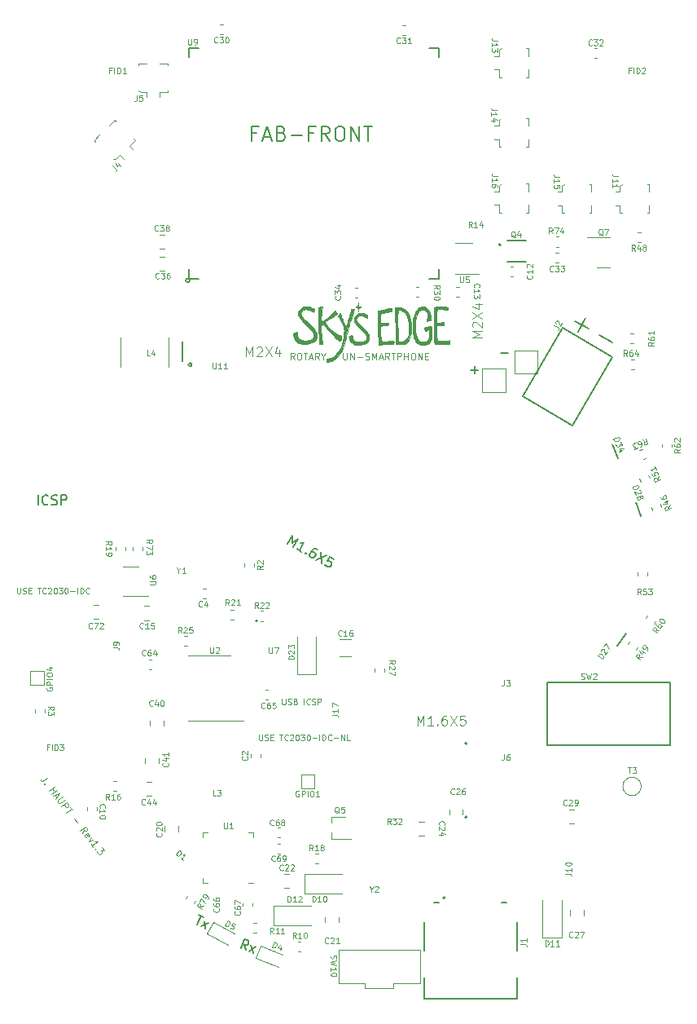
<source format=gbr>
G04 #@! TF.GenerationSoftware,KiCad,Pcbnew,8.0.8+dfsg-1*
G04 #@! TF.CreationDate,2025-03-16T16:58:16-04:00*
G04 #@! TF.ProjectId,RUST_Motherboard,52555354-5f4d-46f7-9468-6572626f6172,rev?*
G04 #@! TF.SameCoordinates,Original*
G04 #@! TF.FileFunction,Legend,Top*
G04 #@! TF.FilePolarity,Positive*
%FSLAX46Y46*%
G04 Gerber Fmt 4.6, Leading zero omitted, Abs format (unit mm)*
G04 Created by KiCad (PCBNEW 8.0.8+dfsg-1) date 2025-03-16 16:58:16*
%MOMM*%
%LPD*%
G01*
G04 APERTURE LIST*
%ADD10C,0.120000*%
%ADD11C,0.150000*%
%ADD12C,0.100000*%
%ADD13C,0.010000*%
%ADD14C,0.127000*%
%ADD15C,0.200000*%
G04 APERTURE END LIST*
D10*
X160706379Y-88011904D02*
X159706379Y-88011904D01*
X159706379Y-88011904D02*
X160420664Y-87678571D01*
X160420664Y-87678571D02*
X159706379Y-87345238D01*
X159706379Y-87345238D02*
X160706379Y-87345238D01*
X159801617Y-86916666D02*
X159753998Y-86869047D01*
X159753998Y-86869047D02*
X159706379Y-86773809D01*
X159706379Y-86773809D02*
X159706379Y-86535714D01*
X159706379Y-86535714D02*
X159753998Y-86440476D01*
X159753998Y-86440476D02*
X159801617Y-86392857D01*
X159801617Y-86392857D02*
X159896855Y-86345238D01*
X159896855Y-86345238D02*
X159992093Y-86345238D01*
X159992093Y-86345238D02*
X160134950Y-86392857D01*
X160134950Y-86392857D02*
X160706379Y-86964285D01*
X160706379Y-86964285D02*
X160706379Y-86345238D01*
X159706379Y-86011904D02*
X160706379Y-85345238D01*
X159706379Y-85345238D02*
X160706379Y-86011904D01*
X160039712Y-84535714D02*
X160706379Y-84535714D01*
X159658760Y-84773809D02*
X160373045Y-85011904D01*
X160373045Y-85011904D02*
X160373045Y-84392857D01*
X153973810Y-128256379D02*
X153973810Y-127256379D01*
X153973810Y-127256379D02*
X154307143Y-127970664D01*
X154307143Y-127970664D02*
X154640476Y-127256379D01*
X154640476Y-127256379D02*
X154640476Y-128256379D01*
X155640476Y-128256379D02*
X155069048Y-128256379D01*
X155354762Y-128256379D02*
X155354762Y-127256379D01*
X155354762Y-127256379D02*
X155259524Y-127399236D01*
X155259524Y-127399236D02*
X155164286Y-127494474D01*
X155164286Y-127494474D02*
X155069048Y-127542093D01*
X156069048Y-128161140D02*
X156116667Y-128208760D01*
X156116667Y-128208760D02*
X156069048Y-128256379D01*
X156069048Y-128256379D02*
X156021429Y-128208760D01*
X156021429Y-128208760D02*
X156069048Y-128161140D01*
X156069048Y-128161140D02*
X156069048Y-128256379D01*
X156973809Y-127256379D02*
X156783333Y-127256379D01*
X156783333Y-127256379D02*
X156688095Y-127303998D01*
X156688095Y-127303998D02*
X156640476Y-127351617D01*
X156640476Y-127351617D02*
X156545238Y-127494474D01*
X156545238Y-127494474D02*
X156497619Y-127684950D01*
X156497619Y-127684950D02*
X156497619Y-128065902D01*
X156497619Y-128065902D02*
X156545238Y-128161140D01*
X156545238Y-128161140D02*
X156592857Y-128208760D01*
X156592857Y-128208760D02*
X156688095Y-128256379D01*
X156688095Y-128256379D02*
X156878571Y-128256379D01*
X156878571Y-128256379D02*
X156973809Y-128208760D01*
X156973809Y-128208760D02*
X157021428Y-128161140D01*
X157021428Y-128161140D02*
X157069047Y-128065902D01*
X157069047Y-128065902D02*
X157069047Y-127827807D01*
X157069047Y-127827807D02*
X157021428Y-127732569D01*
X157021428Y-127732569D02*
X156973809Y-127684950D01*
X156973809Y-127684950D02*
X156878571Y-127637331D01*
X156878571Y-127637331D02*
X156688095Y-127637331D01*
X156688095Y-127637331D02*
X156592857Y-127684950D01*
X156592857Y-127684950D02*
X156545238Y-127732569D01*
X156545238Y-127732569D02*
X156497619Y-127827807D01*
X157402381Y-127256379D02*
X158069047Y-128256379D01*
X158069047Y-127256379D02*
X157402381Y-128256379D01*
X158926190Y-127256379D02*
X158450000Y-127256379D01*
X158450000Y-127256379D02*
X158402381Y-127732569D01*
X158402381Y-127732569D02*
X158450000Y-127684950D01*
X158450000Y-127684950D02*
X158545238Y-127637331D01*
X158545238Y-127637331D02*
X158783333Y-127637331D01*
X158783333Y-127637331D02*
X158878571Y-127684950D01*
X158878571Y-127684950D02*
X158926190Y-127732569D01*
X158926190Y-127732569D02*
X158973809Y-127827807D01*
X158973809Y-127827807D02*
X158973809Y-128065902D01*
X158973809Y-128065902D02*
X158926190Y-128161140D01*
X158926190Y-128161140D02*
X158878571Y-128208760D01*
X158878571Y-128208760D02*
X158783333Y-128256379D01*
X158783333Y-128256379D02*
X158545238Y-128256379D01*
X158545238Y-128256379D02*
X158450000Y-128208760D01*
X158450000Y-128208760D02*
X158402381Y-128161140D01*
D11*
X140503147Y-109405789D02*
X141003147Y-108539764D01*
X141003147Y-108539764D02*
X140934679Y-109325020D01*
X140934679Y-109325020D02*
X141580497Y-108873097D01*
X141580497Y-108873097D02*
X141080497Y-109739123D01*
X141946522Y-110239123D02*
X141451651Y-109953408D01*
X141699086Y-110096266D02*
X142199086Y-109230240D01*
X142199086Y-109230240D02*
X142045179Y-109306339D01*
X142045179Y-109306339D02*
X141915082Y-109341199D01*
X141915082Y-109341199D02*
X141808793Y-109334819D01*
X142365295Y-110370930D02*
X142382725Y-110435979D01*
X142382725Y-110435979D02*
X142317676Y-110453408D01*
X142317676Y-110453408D02*
X142300246Y-110388360D01*
X142300246Y-110388360D02*
X142365295Y-110370930D01*
X142365295Y-110370930D02*
X142317676Y-110453408D01*
X143601222Y-110039764D02*
X143436265Y-109944526D01*
X143436265Y-109944526D02*
X143329977Y-109938146D01*
X143329977Y-109938146D02*
X143264928Y-109955576D01*
X143264928Y-109955576D02*
X143111021Y-110031675D01*
X143111021Y-110031675D02*
X142974544Y-110172822D01*
X142974544Y-110172822D02*
X142784068Y-110502737D01*
X142784068Y-110502737D02*
X142777688Y-110609025D01*
X142777688Y-110609025D02*
X142795118Y-110674074D01*
X142795118Y-110674074D02*
X142853787Y-110762932D01*
X142853787Y-110762932D02*
X143018744Y-110858170D01*
X143018744Y-110858170D02*
X143125032Y-110864550D01*
X143125032Y-110864550D02*
X143190081Y-110847120D01*
X143190081Y-110847120D02*
X143278939Y-110788451D01*
X143278939Y-110788451D02*
X143397987Y-110582254D01*
X143397987Y-110582254D02*
X143404367Y-110475966D01*
X143404367Y-110475966D02*
X143386937Y-110410918D01*
X143386937Y-110410918D02*
X143328268Y-110322059D01*
X143328268Y-110322059D02*
X143163310Y-110226821D01*
X143163310Y-110226821D02*
X143057022Y-110220441D01*
X143057022Y-110220441D02*
X142991973Y-110237871D01*
X142991973Y-110237871D02*
X142903115Y-110296540D01*
X143972376Y-110254050D02*
X144049727Y-111453408D01*
X144549727Y-110587383D02*
X143472376Y-111120075D01*
X145292034Y-111015954D02*
X144879641Y-110777859D01*
X144879641Y-110777859D02*
X144600306Y-111166443D01*
X144600306Y-111166443D02*
X144665355Y-111149013D01*
X144665355Y-111149013D02*
X144771643Y-111155393D01*
X144771643Y-111155393D02*
X144977840Y-111274440D01*
X144977840Y-111274440D02*
X145036509Y-111363299D01*
X145036509Y-111363299D02*
X145053939Y-111428347D01*
X145053939Y-111428347D02*
X145047559Y-111534635D01*
X145047559Y-111534635D02*
X144928511Y-111740832D01*
X144928511Y-111740832D02*
X144839653Y-111799501D01*
X144839653Y-111799501D02*
X144774604Y-111816931D01*
X144774604Y-111816931D02*
X144668316Y-111810551D01*
X144668316Y-111810551D02*
X144462120Y-111691504D01*
X144462120Y-111691504D02*
X144403451Y-111602645D01*
X144403451Y-111602645D02*
X144386021Y-111537596D01*
D10*
X136168095Y-89956379D02*
X136168095Y-88956379D01*
X136168095Y-88956379D02*
X136501428Y-89670664D01*
X136501428Y-89670664D02*
X136834761Y-88956379D01*
X136834761Y-88956379D02*
X136834761Y-89956379D01*
X137263333Y-89051617D02*
X137310952Y-89003998D01*
X137310952Y-89003998D02*
X137406190Y-88956379D01*
X137406190Y-88956379D02*
X137644285Y-88956379D01*
X137644285Y-88956379D02*
X137739523Y-89003998D01*
X137739523Y-89003998D02*
X137787142Y-89051617D01*
X137787142Y-89051617D02*
X137834761Y-89146855D01*
X137834761Y-89146855D02*
X137834761Y-89242093D01*
X137834761Y-89242093D02*
X137787142Y-89384950D01*
X137787142Y-89384950D02*
X137215714Y-89956379D01*
X137215714Y-89956379D02*
X137834761Y-89956379D01*
X138168095Y-88956379D02*
X138834761Y-89956379D01*
X138834761Y-88956379D02*
X138168095Y-89956379D01*
X139644285Y-89289712D02*
X139644285Y-89956379D01*
X139406190Y-88908760D02*
X139168095Y-89623045D01*
X139168095Y-89623045D02*
X139787142Y-89623045D01*
X115507732Y-133685917D02*
X115113727Y-133993748D01*
X115113727Y-133993748D02*
X115014404Y-134029047D01*
X115014404Y-134029047D02*
X114920826Y-134017557D01*
X114920826Y-134017557D02*
X114832992Y-133959278D01*
X114832992Y-133959278D02*
X114791948Y-133906744D01*
X115213879Y-134338506D02*
X115208134Y-134385295D01*
X115208134Y-134385295D02*
X115161345Y-134379550D01*
X115161345Y-134379550D02*
X115167090Y-134332761D01*
X115167090Y-134332761D02*
X115213879Y-134338506D01*
X115213879Y-134338506D02*
X115161345Y-134379550D01*
X115694918Y-135062492D02*
X116246525Y-134631529D01*
X115983855Y-134836750D02*
X116230120Y-135151954D01*
X115941182Y-135377697D02*
X116492790Y-134946734D01*
X116283483Y-135490967D02*
X116488703Y-135753638D01*
X116084837Y-135561566D02*
X116780098Y-135314472D01*
X116780098Y-135314472D02*
X116372145Y-135929304D01*
X117067407Y-135682210D02*
X116620868Y-136031085D01*
X116620868Y-136031085D02*
X116588856Y-136098396D01*
X116588856Y-136098396D02*
X116583111Y-136145185D01*
X116583111Y-136145185D02*
X116597888Y-136218241D01*
X116597888Y-136218241D02*
X116679976Y-136323309D01*
X116679976Y-136323309D02*
X116747287Y-136355321D01*
X116747287Y-136355321D02*
X116794076Y-136361066D01*
X116794076Y-136361066D02*
X116867132Y-136346289D01*
X116867132Y-136346289D02*
X117313672Y-135997414D01*
X116967284Y-136691047D02*
X117518892Y-136260084D01*
X117518892Y-136260084D02*
X117683068Y-136470221D01*
X117683068Y-136470221D02*
X117697845Y-136543277D01*
X117697845Y-136543277D02*
X117692100Y-136590066D01*
X117692100Y-136590066D02*
X117660088Y-136657377D01*
X117660088Y-136657377D02*
X117581287Y-136718943D01*
X117581287Y-136718943D02*
X117508231Y-136733720D01*
X117508231Y-136733720D02*
X117461442Y-136727975D01*
X117461442Y-136727975D02*
X117394131Y-136695963D01*
X117394131Y-136695963D02*
X117229955Y-136485827D01*
X117888289Y-136732891D02*
X118134553Y-137048095D01*
X117459814Y-137321456D02*
X118011421Y-136890493D01*
X118265089Y-137919023D02*
X118593442Y-138339295D01*
X119163143Y-139501619D02*
X119282159Y-139112529D01*
X118916879Y-139186414D02*
X119468486Y-138755451D01*
X119468486Y-138755451D02*
X119632663Y-138965587D01*
X119632663Y-138965587D02*
X119647440Y-139038644D01*
X119647440Y-139038644D02*
X119641695Y-139085433D01*
X119641695Y-139085433D02*
X119609683Y-139152744D01*
X119609683Y-139152744D02*
X119530882Y-139214310D01*
X119530882Y-139214310D02*
X119457826Y-139229087D01*
X119457826Y-139229087D02*
X119411036Y-139223342D01*
X119411036Y-139223342D02*
X119343725Y-139191330D01*
X119343725Y-139191330D02*
X119179549Y-138981194D01*
X119538285Y-139927636D02*
X119470974Y-139895624D01*
X119470974Y-139895624D02*
X119388886Y-139790556D01*
X119388886Y-139790556D02*
X119374109Y-139717500D01*
X119374109Y-139717500D02*
X119406121Y-139650189D01*
X119406121Y-139650189D02*
X119616257Y-139486012D01*
X119616257Y-139486012D02*
X119689313Y-139471235D01*
X119689313Y-139471235D02*
X119756624Y-139503247D01*
X119756624Y-139503247D02*
X119838712Y-139608315D01*
X119838712Y-139608315D02*
X119853489Y-139681371D01*
X119853489Y-139681371D02*
X119821477Y-139748682D01*
X119821477Y-139748682D02*
X119768943Y-139789727D01*
X119768943Y-139789727D02*
X119511189Y-139568100D01*
X120043933Y-139870986D02*
X119778805Y-140289629D01*
X119778805Y-140289629D02*
X120249153Y-140133656D01*
X120271334Y-140920038D02*
X120025069Y-140604833D01*
X120148201Y-140762436D02*
X120699809Y-140331472D01*
X120699809Y-140331472D02*
X120579964Y-140340505D01*
X120579964Y-140340505D02*
X120486386Y-140329015D01*
X120486386Y-140329015D02*
X120419075Y-140297003D01*
X120508566Y-141115397D02*
X120502821Y-141162186D01*
X120502821Y-141162186D02*
X120456032Y-141156441D01*
X120456032Y-141156441D02*
X120461777Y-141109652D01*
X120461777Y-141109652D02*
X120508566Y-141115397D01*
X120508566Y-141115397D02*
X120456032Y-141156441D01*
X121171816Y-140935614D02*
X121438603Y-141277085D01*
X121438603Y-141277085D02*
X121084812Y-141257393D01*
X121084812Y-141257393D02*
X121146378Y-141336194D01*
X121146378Y-141336194D02*
X121161155Y-141409250D01*
X121161155Y-141409250D02*
X121155410Y-141456039D01*
X121155410Y-141456039D02*
X121123398Y-141523350D01*
X121123398Y-141523350D02*
X120992063Y-141625960D01*
X120992063Y-141625960D02*
X120919007Y-141640737D01*
X120919007Y-141640737D02*
X120872218Y-141634992D01*
X120872218Y-141634992D02*
X120804907Y-141602980D01*
X120804907Y-141602980D02*
X120681775Y-141445378D01*
X120681775Y-141445378D02*
X120666998Y-141372322D01*
X120666998Y-141372322D02*
X120672743Y-141325533D01*
D11*
X137282142Y-66775414D02*
X136782142Y-66775414D01*
X136782142Y-67561128D02*
X136782142Y-66061128D01*
X136782142Y-66061128D02*
X137496428Y-66061128D01*
X137996428Y-67132557D02*
X138710714Y-67132557D01*
X137853571Y-67561128D02*
X138353571Y-66061128D01*
X138353571Y-66061128D02*
X138853571Y-67561128D01*
X139853570Y-66775414D02*
X140067856Y-66846842D01*
X140067856Y-66846842D02*
X140139285Y-66918271D01*
X140139285Y-66918271D02*
X140210713Y-67061128D01*
X140210713Y-67061128D02*
X140210713Y-67275414D01*
X140210713Y-67275414D02*
X140139285Y-67418271D01*
X140139285Y-67418271D02*
X140067856Y-67489700D01*
X140067856Y-67489700D02*
X139924999Y-67561128D01*
X139924999Y-67561128D02*
X139353570Y-67561128D01*
X139353570Y-67561128D02*
X139353570Y-66061128D01*
X139353570Y-66061128D02*
X139853570Y-66061128D01*
X139853570Y-66061128D02*
X139996428Y-66132557D01*
X139996428Y-66132557D02*
X140067856Y-66203985D01*
X140067856Y-66203985D02*
X140139285Y-66346842D01*
X140139285Y-66346842D02*
X140139285Y-66489700D01*
X140139285Y-66489700D02*
X140067856Y-66632557D01*
X140067856Y-66632557D02*
X139996428Y-66703985D01*
X139996428Y-66703985D02*
X139853570Y-66775414D01*
X139853570Y-66775414D02*
X139353570Y-66775414D01*
X140853570Y-66989700D02*
X141996428Y-66989700D01*
X143210713Y-66775414D02*
X142710713Y-66775414D01*
X142710713Y-67561128D02*
X142710713Y-66061128D01*
X142710713Y-66061128D02*
X143424999Y-66061128D01*
X144853570Y-67561128D02*
X144353570Y-66846842D01*
X143996427Y-67561128D02*
X143996427Y-66061128D01*
X143996427Y-66061128D02*
X144567856Y-66061128D01*
X144567856Y-66061128D02*
X144710713Y-66132557D01*
X144710713Y-66132557D02*
X144782142Y-66203985D01*
X144782142Y-66203985D02*
X144853570Y-66346842D01*
X144853570Y-66346842D02*
X144853570Y-66561128D01*
X144853570Y-66561128D02*
X144782142Y-66703985D01*
X144782142Y-66703985D02*
X144710713Y-66775414D01*
X144710713Y-66775414D02*
X144567856Y-66846842D01*
X144567856Y-66846842D02*
X143996427Y-66846842D01*
X145782142Y-66061128D02*
X146067856Y-66061128D01*
X146067856Y-66061128D02*
X146210713Y-66132557D01*
X146210713Y-66132557D02*
X146353570Y-66275414D01*
X146353570Y-66275414D02*
X146424999Y-66561128D01*
X146424999Y-66561128D02*
X146424999Y-67061128D01*
X146424999Y-67061128D02*
X146353570Y-67346842D01*
X146353570Y-67346842D02*
X146210713Y-67489700D01*
X146210713Y-67489700D02*
X146067856Y-67561128D01*
X146067856Y-67561128D02*
X145782142Y-67561128D01*
X145782142Y-67561128D02*
X145639285Y-67489700D01*
X145639285Y-67489700D02*
X145496427Y-67346842D01*
X145496427Y-67346842D02*
X145424999Y-67061128D01*
X145424999Y-67061128D02*
X145424999Y-66561128D01*
X145424999Y-66561128D02*
X145496427Y-66275414D01*
X145496427Y-66275414D02*
X145639285Y-66132557D01*
X145639285Y-66132557D02*
X145782142Y-66061128D01*
X147067856Y-67561128D02*
X147067856Y-66061128D01*
X147067856Y-66061128D02*
X147924999Y-67561128D01*
X147924999Y-67561128D02*
X147924999Y-66061128D01*
X148425000Y-66061128D02*
X149282143Y-66061128D01*
X148853571Y-67561128D02*
X148853571Y-66061128D01*
D10*
X141200001Y-90267593D02*
X140966668Y-89934260D01*
X140800001Y-90267593D02*
X140800001Y-89567593D01*
X140800001Y-89567593D02*
X141066668Y-89567593D01*
X141066668Y-89567593D02*
X141133335Y-89600926D01*
X141133335Y-89600926D02*
X141166668Y-89634260D01*
X141166668Y-89634260D02*
X141200001Y-89700926D01*
X141200001Y-89700926D02*
X141200001Y-89800926D01*
X141200001Y-89800926D02*
X141166668Y-89867593D01*
X141166668Y-89867593D02*
X141133335Y-89900926D01*
X141133335Y-89900926D02*
X141066668Y-89934260D01*
X141066668Y-89934260D02*
X140800001Y-89934260D01*
X141633335Y-89567593D02*
X141766668Y-89567593D01*
X141766668Y-89567593D02*
X141833335Y-89600926D01*
X141833335Y-89600926D02*
X141900001Y-89667593D01*
X141900001Y-89667593D02*
X141933335Y-89800926D01*
X141933335Y-89800926D02*
X141933335Y-90034260D01*
X141933335Y-90034260D02*
X141900001Y-90167593D01*
X141900001Y-90167593D02*
X141833335Y-90234260D01*
X141833335Y-90234260D02*
X141766668Y-90267593D01*
X141766668Y-90267593D02*
X141633335Y-90267593D01*
X141633335Y-90267593D02*
X141566668Y-90234260D01*
X141566668Y-90234260D02*
X141500001Y-90167593D01*
X141500001Y-90167593D02*
X141466668Y-90034260D01*
X141466668Y-90034260D02*
X141466668Y-89800926D01*
X141466668Y-89800926D02*
X141500001Y-89667593D01*
X141500001Y-89667593D02*
X141566668Y-89600926D01*
X141566668Y-89600926D02*
X141633335Y-89567593D01*
X142133334Y-89567593D02*
X142533334Y-89567593D01*
X142333334Y-90267593D02*
X142333334Y-89567593D01*
X142733334Y-90067593D02*
X143066667Y-90067593D01*
X142666667Y-90267593D02*
X142900001Y-89567593D01*
X142900001Y-89567593D02*
X143133334Y-90267593D01*
X143766667Y-90267593D02*
X143533334Y-89934260D01*
X143366667Y-90267593D02*
X143366667Y-89567593D01*
X143366667Y-89567593D02*
X143633334Y-89567593D01*
X143633334Y-89567593D02*
X143700001Y-89600926D01*
X143700001Y-89600926D02*
X143733334Y-89634260D01*
X143733334Y-89634260D02*
X143766667Y-89700926D01*
X143766667Y-89700926D02*
X143766667Y-89800926D01*
X143766667Y-89800926D02*
X143733334Y-89867593D01*
X143733334Y-89867593D02*
X143700001Y-89900926D01*
X143700001Y-89900926D02*
X143633334Y-89934260D01*
X143633334Y-89934260D02*
X143366667Y-89934260D01*
X144200001Y-89934260D02*
X144200001Y-90267593D01*
X143966667Y-89567593D02*
X144200001Y-89934260D01*
X144200001Y-89934260D02*
X144433334Y-89567593D01*
X146266666Y-89567593D02*
X146266666Y-90134260D01*
X146266666Y-90134260D02*
X146300000Y-90200926D01*
X146300000Y-90200926D02*
X146333333Y-90234260D01*
X146333333Y-90234260D02*
X146400000Y-90267593D01*
X146400000Y-90267593D02*
X146533333Y-90267593D01*
X146533333Y-90267593D02*
X146600000Y-90234260D01*
X146600000Y-90234260D02*
X146633333Y-90200926D01*
X146633333Y-90200926D02*
X146666666Y-90134260D01*
X146666666Y-90134260D02*
X146666666Y-89567593D01*
X146999999Y-90267593D02*
X146999999Y-89567593D01*
X146999999Y-89567593D02*
X147399999Y-90267593D01*
X147399999Y-90267593D02*
X147399999Y-89567593D01*
X147733332Y-90000926D02*
X148266666Y-90000926D01*
X148566666Y-90234260D02*
X148666666Y-90267593D01*
X148666666Y-90267593D02*
X148833333Y-90267593D01*
X148833333Y-90267593D02*
X148899999Y-90234260D01*
X148899999Y-90234260D02*
X148933333Y-90200926D01*
X148933333Y-90200926D02*
X148966666Y-90134260D01*
X148966666Y-90134260D02*
X148966666Y-90067593D01*
X148966666Y-90067593D02*
X148933333Y-90000926D01*
X148933333Y-90000926D02*
X148899999Y-89967593D01*
X148899999Y-89967593D02*
X148833333Y-89934260D01*
X148833333Y-89934260D02*
X148699999Y-89900926D01*
X148699999Y-89900926D02*
X148633333Y-89867593D01*
X148633333Y-89867593D02*
X148599999Y-89834260D01*
X148599999Y-89834260D02*
X148566666Y-89767593D01*
X148566666Y-89767593D02*
X148566666Y-89700926D01*
X148566666Y-89700926D02*
X148599999Y-89634260D01*
X148599999Y-89634260D02*
X148633333Y-89600926D01*
X148633333Y-89600926D02*
X148699999Y-89567593D01*
X148699999Y-89567593D02*
X148866666Y-89567593D01*
X148866666Y-89567593D02*
X148966666Y-89600926D01*
X149266666Y-90267593D02*
X149266666Y-89567593D01*
X149266666Y-89567593D02*
X149500000Y-90067593D01*
X149500000Y-90067593D02*
X149733333Y-89567593D01*
X149733333Y-89567593D02*
X149733333Y-90267593D01*
X150033333Y-90067593D02*
X150366666Y-90067593D01*
X149966666Y-90267593D02*
X150200000Y-89567593D01*
X150200000Y-89567593D02*
X150433333Y-90267593D01*
X151066666Y-90267593D02*
X150833333Y-89934260D01*
X150666666Y-90267593D02*
X150666666Y-89567593D01*
X150666666Y-89567593D02*
X150933333Y-89567593D01*
X150933333Y-89567593D02*
X151000000Y-89600926D01*
X151000000Y-89600926D02*
X151033333Y-89634260D01*
X151033333Y-89634260D02*
X151066666Y-89700926D01*
X151066666Y-89700926D02*
X151066666Y-89800926D01*
X151066666Y-89800926D02*
X151033333Y-89867593D01*
X151033333Y-89867593D02*
X151000000Y-89900926D01*
X151000000Y-89900926D02*
X150933333Y-89934260D01*
X150933333Y-89934260D02*
X150666666Y-89934260D01*
X151266666Y-89567593D02*
X151666666Y-89567593D01*
X151466666Y-90267593D02*
X151466666Y-89567593D01*
X151899999Y-90267593D02*
X151899999Y-89567593D01*
X151899999Y-89567593D02*
X152166666Y-89567593D01*
X152166666Y-89567593D02*
X152233333Y-89600926D01*
X152233333Y-89600926D02*
X152266666Y-89634260D01*
X152266666Y-89634260D02*
X152299999Y-89700926D01*
X152299999Y-89700926D02*
X152299999Y-89800926D01*
X152299999Y-89800926D02*
X152266666Y-89867593D01*
X152266666Y-89867593D02*
X152233333Y-89900926D01*
X152233333Y-89900926D02*
X152166666Y-89934260D01*
X152166666Y-89934260D02*
X151899999Y-89934260D01*
X152599999Y-90267593D02*
X152599999Y-89567593D01*
X152599999Y-89900926D02*
X152999999Y-89900926D01*
X152999999Y-90267593D02*
X152999999Y-89567593D01*
X153466666Y-89567593D02*
X153599999Y-89567593D01*
X153599999Y-89567593D02*
X153666666Y-89600926D01*
X153666666Y-89600926D02*
X153733332Y-89667593D01*
X153733332Y-89667593D02*
X153766666Y-89800926D01*
X153766666Y-89800926D02*
X153766666Y-90034260D01*
X153766666Y-90034260D02*
X153733332Y-90167593D01*
X153733332Y-90167593D02*
X153666666Y-90234260D01*
X153666666Y-90234260D02*
X153599999Y-90267593D01*
X153599999Y-90267593D02*
X153466666Y-90267593D01*
X153466666Y-90267593D02*
X153399999Y-90234260D01*
X153399999Y-90234260D02*
X153333332Y-90167593D01*
X153333332Y-90167593D02*
X153299999Y-90034260D01*
X153299999Y-90034260D02*
X153299999Y-89800926D01*
X153299999Y-89800926D02*
X153333332Y-89667593D01*
X153333332Y-89667593D02*
X153399999Y-89600926D01*
X153399999Y-89600926D02*
X153466666Y-89567593D01*
X154066665Y-90267593D02*
X154066665Y-89567593D01*
X154066665Y-89567593D02*
X154466665Y-90267593D01*
X154466665Y-90267593D02*
X154466665Y-89567593D01*
X154799998Y-89900926D02*
X155033332Y-89900926D01*
X155133332Y-90267593D02*
X154799998Y-90267593D01*
X154799998Y-90267593D02*
X154799998Y-89567593D01*
X154799998Y-89567593D02*
X155133332Y-89567593D01*
X151214285Y-138521331D02*
X151014285Y-138235617D01*
X150871428Y-138521331D02*
X150871428Y-137921331D01*
X150871428Y-137921331D02*
X151099999Y-137921331D01*
X151099999Y-137921331D02*
X151157142Y-137949902D01*
X151157142Y-137949902D02*
X151185713Y-137978474D01*
X151185713Y-137978474D02*
X151214285Y-138035617D01*
X151214285Y-138035617D02*
X151214285Y-138121331D01*
X151214285Y-138121331D02*
X151185713Y-138178474D01*
X151185713Y-138178474D02*
X151157142Y-138207045D01*
X151157142Y-138207045D02*
X151099999Y-138235617D01*
X151099999Y-138235617D02*
X150871428Y-138235617D01*
X151414285Y-137921331D02*
X151785713Y-137921331D01*
X151785713Y-137921331D02*
X151585713Y-138149902D01*
X151585713Y-138149902D02*
X151671428Y-138149902D01*
X151671428Y-138149902D02*
X151728571Y-138178474D01*
X151728571Y-138178474D02*
X151757142Y-138207045D01*
X151757142Y-138207045D02*
X151785713Y-138264188D01*
X151785713Y-138264188D02*
X151785713Y-138407045D01*
X151785713Y-138407045D02*
X151757142Y-138464188D01*
X151757142Y-138464188D02*
X151728571Y-138492760D01*
X151728571Y-138492760D02*
X151671428Y-138521331D01*
X151671428Y-138521331D02*
X151499999Y-138521331D01*
X151499999Y-138521331D02*
X151442856Y-138492760D01*
X151442856Y-138492760D02*
X151414285Y-138464188D01*
X152014285Y-137978474D02*
X152042857Y-137949902D01*
X152042857Y-137949902D02*
X152100000Y-137921331D01*
X152100000Y-137921331D02*
X152242857Y-137921331D01*
X152242857Y-137921331D02*
X152300000Y-137949902D01*
X152300000Y-137949902D02*
X152328571Y-137978474D01*
X152328571Y-137978474D02*
X152357142Y-138035617D01*
X152357142Y-138035617D02*
X152357142Y-138092760D01*
X152357142Y-138092760D02*
X152328571Y-138178474D01*
X152328571Y-138178474D02*
X151985714Y-138521331D01*
X151985714Y-138521331D02*
X152357142Y-138521331D01*
X145939188Y-83685714D02*
X145967760Y-83714286D01*
X145967760Y-83714286D02*
X145996331Y-83800000D01*
X145996331Y-83800000D02*
X145996331Y-83857143D01*
X145996331Y-83857143D02*
X145967760Y-83942857D01*
X145967760Y-83942857D02*
X145910617Y-84000000D01*
X145910617Y-84000000D02*
X145853474Y-84028571D01*
X145853474Y-84028571D02*
X145739188Y-84057143D01*
X145739188Y-84057143D02*
X145653474Y-84057143D01*
X145653474Y-84057143D02*
X145539188Y-84028571D01*
X145539188Y-84028571D02*
X145482045Y-84000000D01*
X145482045Y-84000000D02*
X145424902Y-83942857D01*
X145424902Y-83942857D02*
X145396331Y-83857143D01*
X145396331Y-83857143D02*
X145396331Y-83800000D01*
X145396331Y-83800000D02*
X145424902Y-83714286D01*
X145424902Y-83714286D02*
X145453474Y-83685714D01*
X145396331Y-83485714D02*
X145396331Y-83114286D01*
X145396331Y-83114286D02*
X145624902Y-83314286D01*
X145624902Y-83314286D02*
X145624902Y-83228571D01*
X145624902Y-83228571D02*
X145653474Y-83171429D01*
X145653474Y-83171429D02*
X145682045Y-83142857D01*
X145682045Y-83142857D02*
X145739188Y-83114286D01*
X145739188Y-83114286D02*
X145882045Y-83114286D01*
X145882045Y-83114286D02*
X145939188Y-83142857D01*
X145939188Y-83142857D02*
X145967760Y-83171429D01*
X145967760Y-83171429D02*
X145996331Y-83228571D01*
X145996331Y-83228571D02*
X145996331Y-83400000D01*
X145996331Y-83400000D02*
X145967760Y-83457143D01*
X145967760Y-83457143D02*
X145939188Y-83485714D01*
X145596331Y-82600000D02*
X145996331Y-82600000D01*
X145367760Y-82742857D02*
X145796331Y-82885714D01*
X145796331Y-82885714D02*
X145796331Y-82514285D01*
X168114285Y-81064188D02*
X168085713Y-81092760D01*
X168085713Y-81092760D02*
X167999999Y-81121331D01*
X167999999Y-81121331D02*
X167942856Y-81121331D01*
X167942856Y-81121331D02*
X167857142Y-81092760D01*
X167857142Y-81092760D02*
X167799999Y-81035617D01*
X167799999Y-81035617D02*
X167771428Y-80978474D01*
X167771428Y-80978474D02*
X167742856Y-80864188D01*
X167742856Y-80864188D02*
X167742856Y-80778474D01*
X167742856Y-80778474D02*
X167771428Y-80664188D01*
X167771428Y-80664188D02*
X167799999Y-80607045D01*
X167799999Y-80607045D02*
X167857142Y-80549902D01*
X167857142Y-80549902D02*
X167942856Y-80521331D01*
X167942856Y-80521331D02*
X167999999Y-80521331D01*
X167999999Y-80521331D02*
X168085713Y-80549902D01*
X168085713Y-80549902D02*
X168114285Y-80578474D01*
X168314285Y-80521331D02*
X168685713Y-80521331D01*
X168685713Y-80521331D02*
X168485713Y-80749902D01*
X168485713Y-80749902D02*
X168571428Y-80749902D01*
X168571428Y-80749902D02*
X168628571Y-80778474D01*
X168628571Y-80778474D02*
X168657142Y-80807045D01*
X168657142Y-80807045D02*
X168685713Y-80864188D01*
X168685713Y-80864188D02*
X168685713Y-81007045D01*
X168685713Y-81007045D02*
X168657142Y-81064188D01*
X168657142Y-81064188D02*
X168628571Y-81092760D01*
X168628571Y-81092760D02*
X168571428Y-81121331D01*
X168571428Y-81121331D02*
X168399999Y-81121331D01*
X168399999Y-81121331D02*
X168342856Y-81092760D01*
X168342856Y-81092760D02*
X168314285Y-81064188D01*
X168885714Y-80521331D02*
X169257142Y-80521331D01*
X169257142Y-80521331D02*
X169057142Y-80749902D01*
X169057142Y-80749902D02*
X169142857Y-80749902D01*
X169142857Y-80749902D02*
X169200000Y-80778474D01*
X169200000Y-80778474D02*
X169228571Y-80807045D01*
X169228571Y-80807045D02*
X169257142Y-80864188D01*
X169257142Y-80864188D02*
X169257142Y-81007045D01*
X169257142Y-81007045D02*
X169228571Y-81064188D01*
X169228571Y-81064188D02*
X169200000Y-81092760D01*
X169200000Y-81092760D02*
X169142857Y-81121331D01*
X169142857Y-81121331D02*
X168971428Y-81121331D01*
X168971428Y-81121331D02*
X168914285Y-81092760D01*
X168914285Y-81092760D02*
X168885714Y-81064188D01*
X172129285Y-57584188D02*
X172100713Y-57612760D01*
X172100713Y-57612760D02*
X172014999Y-57641331D01*
X172014999Y-57641331D02*
X171957856Y-57641331D01*
X171957856Y-57641331D02*
X171872142Y-57612760D01*
X171872142Y-57612760D02*
X171814999Y-57555617D01*
X171814999Y-57555617D02*
X171786428Y-57498474D01*
X171786428Y-57498474D02*
X171757856Y-57384188D01*
X171757856Y-57384188D02*
X171757856Y-57298474D01*
X171757856Y-57298474D02*
X171786428Y-57184188D01*
X171786428Y-57184188D02*
X171814999Y-57127045D01*
X171814999Y-57127045D02*
X171872142Y-57069902D01*
X171872142Y-57069902D02*
X171957856Y-57041331D01*
X171957856Y-57041331D02*
X172014999Y-57041331D01*
X172014999Y-57041331D02*
X172100713Y-57069902D01*
X172100713Y-57069902D02*
X172129285Y-57098474D01*
X172329285Y-57041331D02*
X172700713Y-57041331D01*
X172700713Y-57041331D02*
X172500713Y-57269902D01*
X172500713Y-57269902D02*
X172586428Y-57269902D01*
X172586428Y-57269902D02*
X172643571Y-57298474D01*
X172643571Y-57298474D02*
X172672142Y-57327045D01*
X172672142Y-57327045D02*
X172700713Y-57384188D01*
X172700713Y-57384188D02*
X172700713Y-57527045D01*
X172700713Y-57527045D02*
X172672142Y-57584188D01*
X172672142Y-57584188D02*
X172643571Y-57612760D01*
X172643571Y-57612760D02*
X172586428Y-57641331D01*
X172586428Y-57641331D02*
X172414999Y-57641331D01*
X172414999Y-57641331D02*
X172357856Y-57612760D01*
X172357856Y-57612760D02*
X172329285Y-57584188D01*
X172929285Y-57098474D02*
X172957857Y-57069902D01*
X172957857Y-57069902D02*
X173015000Y-57041331D01*
X173015000Y-57041331D02*
X173157857Y-57041331D01*
X173157857Y-57041331D02*
X173215000Y-57069902D01*
X173215000Y-57069902D02*
X173243571Y-57098474D01*
X173243571Y-57098474D02*
X173272142Y-57155617D01*
X173272142Y-57155617D02*
X173272142Y-57212760D01*
X173272142Y-57212760D02*
X173243571Y-57298474D01*
X173243571Y-57298474D02*
X172900714Y-57641331D01*
X172900714Y-57641331D02*
X173272142Y-57641331D01*
X152194285Y-57364188D02*
X152165713Y-57392760D01*
X152165713Y-57392760D02*
X152079999Y-57421331D01*
X152079999Y-57421331D02*
X152022856Y-57421331D01*
X152022856Y-57421331D02*
X151937142Y-57392760D01*
X151937142Y-57392760D02*
X151879999Y-57335617D01*
X151879999Y-57335617D02*
X151851428Y-57278474D01*
X151851428Y-57278474D02*
X151822856Y-57164188D01*
X151822856Y-57164188D02*
X151822856Y-57078474D01*
X151822856Y-57078474D02*
X151851428Y-56964188D01*
X151851428Y-56964188D02*
X151879999Y-56907045D01*
X151879999Y-56907045D02*
X151937142Y-56849902D01*
X151937142Y-56849902D02*
X152022856Y-56821331D01*
X152022856Y-56821331D02*
X152079999Y-56821331D01*
X152079999Y-56821331D02*
X152165713Y-56849902D01*
X152165713Y-56849902D02*
X152194285Y-56878474D01*
X152394285Y-56821331D02*
X152765713Y-56821331D01*
X152765713Y-56821331D02*
X152565713Y-57049902D01*
X152565713Y-57049902D02*
X152651428Y-57049902D01*
X152651428Y-57049902D02*
X152708571Y-57078474D01*
X152708571Y-57078474D02*
X152737142Y-57107045D01*
X152737142Y-57107045D02*
X152765713Y-57164188D01*
X152765713Y-57164188D02*
X152765713Y-57307045D01*
X152765713Y-57307045D02*
X152737142Y-57364188D01*
X152737142Y-57364188D02*
X152708571Y-57392760D01*
X152708571Y-57392760D02*
X152651428Y-57421331D01*
X152651428Y-57421331D02*
X152479999Y-57421331D01*
X152479999Y-57421331D02*
X152422856Y-57392760D01*
X152422856Y-57392760D02*
X152394285Y-57364188D01*
X153337142Y-57421331D02*
X152994285Y-57421331D01*
X153165714Y-57421331D02*
X153165714Y-56821331D01*
X153165714Y-56821331D02*
X153108571Y-56907045D01*
X153108571Y-56907045D02*
X153051428Y-56964188D01*
X153051428Y-56964188D02*
X152994285Y-56992760D01*
X162999999Y-131271331D02*
X162999999Y-131699902D01*
X162999999Y-131699902D02*
X162971428Y-131785617D01*
X162971428Y-131785617D02*
X162914285Y-131842760D01*
X162914285Y-131842760D02*
X162828571Y-131871331D01*
X162828571Y-131871331D02*
X162771428Y-131871331D01*
X163542857Y-131271331D02*
X163428571Y-131271331D01*
X163428571Y-131271331D02*
X163371428Y-131299902D01*
X163371428Y-131299902D02*
X163342857Y-131328474D01*
X163342857Y-131328474D02*
X163285714Y-131414188D01*
X163285714Y-131414188D02*
X163257142Y-131528474D01*
X163257142Y-131528474D02*
X163257142Y-131757045D01*
X163257142Y-131757045D02*
X163285714Y-131814188D01*
X163285714Y-131814188D02*
X163314285Y-131842760D01*
X163314285Y-131842760D02*
X163371428Y-131871331D01*
X163371428Y-131871331D02*
X163485714Y-131871331D01*
X163485714Y-131871331D02*
X163542857Y-131842760D01*
X163542857Y-131842760D02*
X163571428Y-131814188D01*
X163571428Y-131814188D02*
X163599999Y-131757045D01*
X163599999Y-131757045D02*
X163599999Y-131614188D01*
X163599999Y-131614188D02*
X163571428Y-131557045D01*
X163571428Y-131557045D02*
X163542857Y-131528474D01*
X163542857Y-131528474D02*
X163485714Y-131499902D01*
X163485714Y-131499902D02*
X163371428Y-131499902D01*
X163371428Y-131499902D02*
X163314285Y-131528474D01*
X163314285Y-131528474D02*
X163285714Y-131557045D01*
X163285714Y-131557045D02*
X163257142Y-131614188D01*
X170999999Y-123442760D02*
X171085714Y-123471331D01*
X171085714Y-123471331D02*
X171228571Y-123471331D01*
X171228571Y-123471331D02*
X171285714Y-123442760D01*
X171285714Y-123442760D02*
X171314285Y-123414188D01*
X171314285Y-123414188D02*
X171342856Y-123357045D01*
X171342856Y-123357045D02*
X171342856Y-123299902D01*
X171342856Y-123299902D02*
X171314285Y-123242760D01*
X171314285Y-123242760D02*
X171285714Y-123214188D01*
X171285714Y-123214188D02*
X171228571Y-123185617D01*
X171228571Y-123185617D02*
X171114285Y-123157045D01*
X171114285Y-123157045D02*
X171057142Y-123128474D01*
X171057142Y-123128474D02*
X171028571Y-123099902D01*
X171028571Y-123099902D02*
X170999999Y-123042760D01*
X170999999Y-123042760D02*
X170999999Y-122985617D01*
X170999999Y-122985617D02*
X171028571Y-122928474D01*
X171028571Y-122928474D02*
X171057142Y-122899902D01*
X171057142Y-122899902D02*
X171114285Y-122871331D01*
X171114285Y-122871331D02*
X171257142Y-122871331D01*
X171257142Y-122871331D02*
X171342856Y-122899902D01*
X171542857Y-122871331D02*
X171685714Y-123471331D01*
X171685714Y-123471331D02*
X171800000Y-123042760D01*
X171800000Y-123042760D02*
X171914285Y-123471331D01*
X171914285Y-123471331D02*
X172057143Y-122871331D01*
X172257142Y-122928474D02*
X172285714Y-122899902D01*
X172285714Y-122899902D02*
X172342857Y-122871331D01*
X172342857Y-122871331D02*
X172485714Y-122871331D01*
X172485714Y-122871331D02*
X172542857Y-122899902D01*
X172542857Y-122899902D02*
X172571428Y-122928474D01*
X172571428Y-122928474D02*
X172599999Y-122985617D01*
X172599999Y-122985617D02*
X172599999Y-123042760D01*
X172599999Y-123042760D02*
X172571428Y-123128474D01*
X172571428Y-123128474D02*
X172228571Y-123471331D01*
X172228571Y-123471331D02*
X172599999Y-123471331D01*
X169381331Y-143665714D02*
X169809902Y-143665714D01*
X169809902Y-143665714D02*
X169895617Y-143694285D01*
X169895617Y-143694285D02*
X169952760Y-143751428D01*
X169952760Y-143751428D02*
X169981331Y-143837142D01*
X169981331Y-143837142D02*
X169981331Y-143894285D01*
X169981331Y-143065714D02*
X169981331Y-143408571D01*
X169981331Y-143237142D02*
X169381331Y-143237142D01*
X169381331Y-143237142D02*
X169467045Y-143294285D01*
X169467045Y-143294285D02*
X169524188Y-143351428D01*
X169524188Y-143351428D02*
X169552760Y-143408571D01*
X169381331Y-142694285D02*
X169381331Y-142637142D01*
X169381331Y-142637142D02*
X169409902Y-142579999D01*
X169409902Y-142579999D02*
X169438474Y-142551428D01*
X169438474Y-142551428D02*
X169495617Y-142522856D01*
X169495617Y-142522856D02*
X169609902Y-142494285D01*
X169609902Y-142494285D02*
X169752760Y-142494285D01*
X169752760Y-142494285D02*
X169867045Y-142522856D01*
X169867045Y-142522856D02*
X169924188Y-142551428D01*
X169924188Y-142551428D02*
X169952760Y-142579999D01*
X169952760Y-142579999D02*
X169981331Y-142637142D01*
X169981331Y-142637142D02*
X169981331Y-142694285D01*
X169981331Y-142694285D02*
X169952760Y-142751428D01*
X169952760Y-142751428D02*
X169924188Y-142779999D01*
X169924188Y-142779999D02*
X169867045Y-142808570D01*
X169867045Y-142808570D02*
X169752760Y-142837142D01*
X169752760Y-142837142D02*
X169609902Y-142837142D01*
X169609902Y-142837142D02*
X169495617Y-142808570D01*
X169495617Y-142808570D02*
X169438474Y-142779999D01*
X169438474Y-142779999D02*
X169409902Y-142751428D01*
X169409902Y-142751428D02*
X169381331Y-142694285D01*
X167271428Y-151191331D02*
X167271428Y-150591331D01*
X167271428Y-150591331D02*
X167414285Y-150591331D01*
X167414285Y-150591331D02*
X167499999Y-150619902D01*
X167499999Y-150619902D02*
X167557142Y-150677045D01*
X167557142Y-150677045D02*
X167585713Y-150734188D01*
X167585713Y-150734188D02*
X167614285Y-150848474D01*
X167614285Y-150848474D02*
X167614285Y-150934188D01*
X167614285Y-150934188D02*
X167585713Y-151048474D01*
X167585713Y-151048474D02*
X167557142Y-151105617D01*
X167557142Y-151105617D02*
X167499999Y-151162760D01*
X167499999Y-151162760D02*
X167414285Y-151191331D01*
X167414285Y-151191331D02*
X167271428Y-151191331D01*
X168185713Y-151191331D02*
X167842856Y-151191331D01*
X168014285Y-151191331D02*
X168014285Y-150591331D01*
X168014285Y-150591331D02*
X167957142Y-150677045D01*
X167957142Y-150677045D02*
X167899999Y-150734188D01*
X167899999Y-150734188D02*
X167842856Y-150762760D01*
X168757142Y-151191331D02*
X168414285Y-151191331D01*
X168585714Y-151191331D02*
X168585714Y-150591331D01*
X168585714Y-150591331D02*
X168528571Y-150677045D01*
X168528571Y-150677045D02*
X168471428Y-150734188D01*
X168471428Y-150734188D02*
X168414285Y-150762760D01*
X169514285Y-136514188D02*
X169485713Y-136542760D01*
X169485713Y-136542760D02*
X169399999Y-136571331D01*
X169399999Y-136571331D02*
X169342856Y-136571331D01*
X169342856Y-136571331D02*
X169257142Y-136542760D01*
X169257142Y-136542760D02*
X169199999Y-136485617D01*
X169199999Y-136485617D02*
X169171428Y-136428474D01*
X169171428Y-136428474D02*
X169142856Y-136314188D01*
X169142856Y-136314188D02*
X169142856Y-136228474D01*
X169142856Y-136228474D02*
X169171428Y-136114188D01*
X169171428Y-136114188D02*
X169199999Y-136057045D01*
X169199999Y-136057045D02*
X169257142Y-135999902D01*
X169257142Y-135999902D02*
X169342856Y-135971331D01*
X169342856Y-135971331D02*
X169399999Y-135971331D01*
X169399999Y-135971331D02*
X169485713Y-135999902D01*
X169485713Y-135999902D02*
X169514285Y-136028474D01*
X169742856Y-136028474D02*
X169771428Y-135999902D01*
X169771428Y-135999902D02*
X169828571Y-135971331D01*
X169828571Y-135971331D02*
X169971428Y-135971331D01*
X169971428Y-135971331D02*
X170028571Y-135999902D01*
X170028571Y-135999902D02*
X170057142Y-136028474D01*
X170057142Y-136028474D02*
X170085713Y-136085617D01*
X170085713Y-136085617D02*
X170085713Y-136142760D01*
X170085713Y-136142760D02*
X170057142Y-136228474D01*
X170057142Y-136228474D02*
X169714285Y-136571331D01*
X169714285Y-136571331D02*
X170085713Y-136571331D01*
X170371428Y-136571331D02*
X170485714Y-136571331D01*
X170485714Y-136571331D02*
X170542857Y-136542760D01*
X170542857Y-136542760D02*
X170571428Y-136514188D01*
X170571428Y-136514188D02*
X170628571Y-136428474D01*
X170628571Y-136428474D02*
X170657142Y-136314188D01*
X170657142Y-136314188D02*
X170657142Y-136085617D01*
X170657142Y-136085617D02*
X170628571Y-136028474D01*
X170628571Y-136028474D02*
X170600000Y-135999902D01*
X170600000Y-135999902D02*
X170542857Y-135971331D01*
X170542857Y-135971331D02*
X170428571Y-135971331D01*
X170428571Y-135971331D02*
X170371428Y-135999902D01*
X170371428Y-135999902D02*
X170342857Y-136028474D01*
X170342857Y-136028474D02*
X170314285Y-136085617D01*
X170314285Y-136085617D02*
X170314285Y-136228474D01*
X170314285Y-136228474D02*
X170342857Y-136285617D01*
X170342857Y-136285617D02*
X170371428Y-136314188D01*
X170371428Y-136314188D02*
X170428571Y-136342760D01*
X170428571Y-136342760D02*
X170542857Y-136342760D01*
X170542857Y-136342760D02*
X170600000Y-136314188D01*
X170600000Y-136314188D02*
X170628571Y-136285617D01*
X170628571Y-136285617D02*
X170657142Y-136228474D01*
X157814285Y-135364188D02*
X157785713Y-135392760D01*
X157785713Y-135392760D02*
X157699999Y-135421331D01*
X157699999Y-135421331D02*
X157642856Y-135421331D01*
X157642856Y-135421331D02*
X157557142Y-135392760D01*
X157557142Y-135392760D02*
X157499999Y-135335617D01*
X157499999Y-135335617D02*
X157471428Y-135278474D01*
X157471428Y-135278474D02*
X157442856Y-135164188D01*
X157442856Y-135164188D02*
X157442856Y-135078474D01*
X157442856Y-135078474D02*
X157471428Y-134964188D01*
X157471428Y-134964188D02*
X157499999Y-134907045D01*
X157499999Y-134907045D02*
X157557142Y-134849902D01*
X157557142Y-134849902D02*
X157642856Y-134821331D01*
X157642856Y-134821331D02*
X157699999Y-134821331D01*
X157699999Y-134821331D02*
X157785713Y-134849902D01*
X157785713Y-134849902D02*
X157814285Y-134878474D01*
X158042856Y-134878474D02*
X158071428Y-134849902D01*
X158071428Y-134849902D02*
X158128571Y-134821331D01*
X158128571Y-134821331D02*
X158271428Y-134821331D01*
X158271428Y-134821331D02*
X158328571Y-134849902D01*
X158328571Y-134849902D02*
X158357142Y-134878474D01*
X158357142Y-134878474D02*
X158385713Y-134935617D01*
X158385713Y-134935617D02*
X158385713Y-134992760D01*
X158385713Y-134992760D02*
X158357142Y-135078474D01*
X158357142Y-135078474D02*
X158014285Y-135421331D01*
X158014285Y-135421331D02*
X158385713Y-135421331D01*
X158900000Y-134821331D02*
X158785714Y-134821331D01*
X158785714Y-134821331D02*
X158728571Y-134849902D01*
X158728571Y-134849902D02*
X158700000Y-134878474D01*
X158700000Y-134878474D02*
X158642857Y-134964188D01*
X158642857Y-134964188D02*
X158614285Y-135078474D01*
X158614285Y-135078474D02*
X158614285Y-135307045D01*
X158614285Y-135307045D02*
X158642857Y-135364188D01*
X158642857Y-135364188D02*
X158671428Y-135392760D01*
X158671428Y-135392760D02*
X158728571Y-135421331D01*
X158728571Y-135421331D02*
X158842857Y-135421331D01*
X158842857Y-135421331D02*
X158900000Y-135392760D01*
X158900000Y-135392760D02*
X158928571Y-135364188D01*
X158928571Y-135364188D02*
X158957142Y-135307045D01*
X158957142Y-135307045D02*
X158957142Y-135164188D01*
X158957142Y-135164188D02*
X158928571Y-135107045D01*
X158928571Y-135107045D02*
X158900000Y-135078474D01*
X158900000Y-135078474D02*
X158842857Y-135049902D01*
X158842857Y-135049902D02*
X158728571Y-135049902D01*
X158728571Y-135049902D02*
X158671428Y-135078474D01*
X158671428Y-135078474D02*
X158642857Y-135107045D01*
X158642857Y-135107045D02*
X158614285Y-135164188D01*
X156285811Y-138589285D02*
X156257240Y-138560713D01*
X156257240Y-138560713D02*
X156228668Y-138474999D01*
X156228668Y-138474999D02*
X156228668Y-138417856D01*
X156228668Y-138417856D02*
X156257240Y-138332142D01*
X156257240Y-138332142D02*
X156314382Y-138274999D01*
X156314382Y-138274999D02*
X156371525Y-138246428D01*
X156371525Y-138246428D02*
X156485811Y-138217856D01*
X156485811Y-138217856D02*
X156571525Y-138217856D01*
X156571525Y-138217856D02*
X156685811Y-138246428D01*
X156685811Y-138246428D02*
X156742954Y-138274999D01*
X156742954Y-138274999D02*
X156800097Y-138332142D01*
X156800097Y-138332142D02*
X156828668Y-138417856D01*
X156828668Y-138417856D02*
X156828668Y-138474999D01*
X156828668Y-138474999D02*
X156800097Y-138560713D01*
X156800097Y-138560713D02*
X156771525Y-138589285D01*
X156771525Y-138817856D02*
X156800097Y-138846428D01*
X156800097Y-138846428D02*
X156828668Y-138903571D01*
X156828668Y-138903571D02*
X156828668Y-139046428D01*
X156828668Y-139046428D02*
X156800097Y-139103571D01*
X156800097Y-139103571D02*
X156771525Y-139132142D01*
X156771525Y-139132142D02*
X156714382Y-139160713D01*
X156714382Y-139160713D02*
X156657240Y-139160713D01*
X156657240Y-139160713D02*
X156571525Y-139132142D01*
X156571525Y-139132142D02*
X156228668Y-138789285D01*
X156228668Y-138789285D02*
X156228668Y-139160713D01*
X156628668Y-139675000D02*
X156228668Y-139675000D01*
X156857240Y-139532142D02*
X156428668Y-139389285D01*
X156428668Y-139389285D02*
X156428668Y-139760714D01*
X140014285Y-143264188D02*
X139985713Y-143292760D01*
X139985713Y-143292760D02*
X139899999Y-143321331D01*
X139899999Y-143321331D02*
X139842856Y-143321331D01*
X139842856Y-143321331D02*
X139757142Y-143292760D01*
X139757142Y-143292760D02*
X139699999Y-143235617D01*
X139699999Y-143235617D02*
X139671428Y-143178474D01*
X139671428Y-143178474D02*
X139642856Y-143064188D01*
X139642856Y-143064188D02*
X139642856Y-142978474D01*
X139642856Y-142978474D02*
X139671428Y-142864188D01*
X139671428Y-142864188D02*
X139699999Y-142807045D01*
X139699999Y-142807045D02*
X139757142Y-142749902D01*
X139757142Y-142749902D02*
X139842856Y-142721331D01*
X139842856Y-142721331D02*
X139899999Y-142721331D01*
X139899999Y-142721331D02*
X139985713Y-142749902D01*
X139985713Y-142749902D02*
X140014285Y-142778474D01*
X140242856Y-142778474D02*
X140271428Y-142749902D01*
X140271428Y-142749902D02*
X140328571Y-142721331D01*
X140328571Y-142721331D02*
X140471428Y-142721331D01*
X140471428Y-142721331D02*
X140528571Y-142749902D01*
X140528571Y-142749902D02*
X140557142Y-142778474D01*
X140557142Y-142778474D02*
X140585713Y-142835617D01*
X140585713Y-142835617D02*
X140585713Y-142892760D01*
X140585713Y-142892760D02*
X140557142Y-142978474D01*
X140557142Y-142978474D02*
X140214285Y-143321331D01*
X140214285Y-143321331D02*
X140585713Y-143321331D01*
X140814285Y-142778474D02*
X140842857Y-142749902D01*
X140842857Y-142749902D02*
X140900000Y-142721331D01*
X140900000Y-142721331D02*
X141042857Y-142721331D01*
X141042857Y-142721331D02*
X141100000Y-142749902D01*
X141100000Y-142749902D02*
X141128571Y-142778474D01*
X141128571Y-142778474D02*
X141157142Y-142835617D01*
X141157142Y-142835617D02*
X141157142Y-142892760D01*
X141157142Y-142892760D02*
X141128571Y-142978474D01*
X141128571Y-142978474D02*
X140785714Y-143321331D01*
X140785714Y-143321331D02*
X141157142Y-143321331D01*
X127339188Y-139435714D02*
X127367760Y-139464286D01*
X127367760Y-139464286D02*
X127396331Y-139550000D01*
X127396331Y-139550000D02*
X127396331Y-139607143D01*
X127396331Y-139607143D02*
X127367760Y-139692857D01*
X127367760Y-139692857D02*
X127310617Y-139750000D01*
X127310617Y-139750000D02*
X127253474Y-139778571D01*
X127253474Y-139778571D02*
X127139188Y-139807143D01*
X127139188Y-139807143D02*
X127053474Y-139807143D01*
X127053474Y-139807143D02*
X126939188Y-139778571D01*
X126939188Y-139778571D02*
X126882045Y-139750000D01*
X126882045Y-139750000D02*
X126824902Y-139692857D01*
X126824902Y-139692857D02*
X126796331Y-139607143D01*
X126796331Y-139607143D02*
X126796331Y-139550000D01*
X126796331Y-139550000D02*
X126824902Y-139464286D01*
X126824902Y-139464286D02*
X126853474Y-139435714D01*
X126853474Y-139207143D02*
X126824902Y-139178571D01*
X126824902Y-139178571D02*
X126796331Y-139121429D01*
X126796331Y-139121429D02*
X126796331Y-138978571D01*
X126796331Y-138978571D02*
X126824902Y-138921429D01*
X126824902Y-138921429D02*
X126853474Y-138892857D01*
X126853474Y-138892857D02*
X126910617Y-138864286D01*
X126910617Y-138864286D02*
X126967760Y-138864286D01*
X126967760Y-138864286D02*
X127053474Y-138892857D01*
X127053474Y-138892857D02*
X127396331Y-139235714D01*
X127396331Y-139235714D02*
X127396331Y-138864286D01*
X126796331Y-138492857D02*
X126796331Y-138435714D01*
X126796331Y-138435714D02*
X126824902Y-138378571D01*
X126824902Y-138378571D02*
X126853474Y-138350000D01*
X126853474Y-138350000D02*
X126910617Y-138321428D01*
X126910617Y-138321428D02*
X127024902Y-138292857D01*
X127024902Y-138292857D02*
X127167760Y-138292857D01*
X127167760Y-138292857D02*
X127282045Y-138321428D01*
X127282045Y-138321428D02*
X127339188Y-138350000D01*
X127339188Y-138350000D02*
X127367760Y-138378571D01*
X127367760Y-138378571D02*
X127396331Y-138435714D01*
X127396331Y-138435714D02*
X127396331Y-138492857D01*
X127396331Y-138492857D02*
X127367760Y-138550000D01*
X127367760Y-138550000D02*
X127339188Y-138578571D01*
X127339188Y-138578571D02*
X127282045Y-138607142D01*
X127282045Y-138607142D02*
X127167760Y-138635714D01*
X127167760Y-138635714D02*
X127024902Y-138635714D01*
X127024902Y-138635714D02*
X126910617Y-138607142D01*
X126910617Y-138607142D02*
X126853474Y-138578571D01*
X126853474Y-138578571D02*
X126824902Y-138550000D01*
X126824902Y-138550000D02*
X126796331Y-138492857D01*
X145007240Y-152139285D02*
X144978668Y-152225000D01*
X144978668Y-152225000D02*
X144978668Y-152367857D01*
X144978668Y-152367857D02*
X145007240Y-152425000D01*
X145007240Y-152425000D02*
X145035811Y-152453571D01*
X145035811Y-152453571D02*
X145092954Y-152482142D01*
X145092954Y-152482142D02*
X145150097Y-152482142D01*
X145150097Y-152482142D02*
X145207240Y-152453571D01*
X145207240Y-152453571D02*
X145235811Y-152425000D01*
X145235811Y-152425000D02*
X145264382Y-152367857D01*
X145264382Y-152367857D02*
X145292954Y-152253571D01*
X145292954Y-152253571D02*
X145321525Y-152196428D01*
X145321525Y-152196428D02*
X145350097Y-152167857D01*
X145350097Y-152167857D02*
X145407240Y-152139285D01*
X145407240Y-152139285D02*
X145464382Y-152139285D01*
X145464382Y-152139285D02*
X145521525Y-152167857D01*
X145521525Y-152167857D02*
X145550097Y-152196428D01*
X145550097Y-152196428D02*
X145578668Y-152253571D01*
X145578668Y-152253571D02*
X145578668Y-152396428D01*
X145578668Y-152396428D02*
X145550097Y-152482142D01*
X145578668Y-152682143D02*
X144978668Y-152825000D01*
X144978668Y-152825000D02*
X145407240Y-152939286D01*
X145407240Y-152939286D02*
X144978668Y-153053571D01*
X144978668Y-153053571D02*
X145578668Y-153196429D01*
X144978668Y-153739285D02*
X144978668Y-153396428D01*
X144978668Y-153567857D02*
X145578668Y-153567857D01*
X145578668Y-153567857D02*
X145492954Y-153510714D01*
X145492954Y-153510714D02*
X145435811Y-153453571D01*
X145435811Y-153453571D02*
X145407240Y-153396428D01*
X145578668Y-154110714D02*
X145578668Y-154167857D01*
X145578668Y-154167857D02*
X145550097Y-154225000D01*
X145550097Y-154225000D02*
X145521525Y-154253572D01*
X145521525Y-154253572D02*
X145464382Y-154282143D01*
X145464382Y-154282143D02*
X145350097Y-154310714D01*
X145350097Y-154310714D02*
X145207240Y-154310714D01*
X145207240Y-154310714D02*
X145092954Y-154282143D01*
X145092954Y-154282143D02*
X145035811Y-154253572D01*
X145035811Y-154253572D02*
X145007240Y-154225000D01*
X145007240Y-154225000D02*
X144978668Y-154167857D01*
X144978668Y-154167857D02*
X144978668Y-154110714D01*
X144978668Y-154110714D02*
X145007240Y-154053572D01*
X145007240Y-154053572D02*
X145035811Y-154025000D01*
X145035811Y-154025000D02*
X145092954Y-153996429D01*
X145092954Y-153996429D02*
X145207240Y-153967857D01*
X145207240Y-153967857D02*
X145350097Y-153967857D01*
X145350097Y-153967857D02*
X145464382Y-153996429D01*
X145464382Y-153996429D02*
X145521525Y-154025000D01*
X145521525Y-154025000D02*
X145550097Y-154053572D01*
X145550097Y-154053572D02*
X145578668Y-154110714D01*
X133214285Y-57314188D02*
X133185713Y-57342760D01*
X133185713Y-57342760D02*
X133099999Y-57371331D01*
X133099999Y-57371331D02*
X133042856Y-57371331D01*
X133042856Y-57371331D02*
X132957142Y-57342760D01*
X132957142Y-57342760D02*
X132899999Y-57285617D01*
X132899999Y-57285617D02*
X132871428Y-57228474D01*
X132871428Y-57228474D02*
X132842856Y-57114188D01*
X132842856Y-57114188D02*
X132842856Y-57028474D01*
X132842856Y-57028474D02*
X132871428Y-56914188D01*
X132871428Y-56914188D02*
X132899999Y-56857045D01*
X132899999Y-56857045D02*
X132957142Y-56799902D01*
X132957142Y-56799902D02*
X133042856Y-56771331D01*
X133042856Y-56771331D02*
X133099999Y-56771331D01*
X133099999Y-56771331D02*
X133185713Y-56799902D01*
X133185713Y-56799902D02*
X133214285Y-56828474D01*
X133414285Y-56771331D02*
X133785713Y-56771331D01*
X133785713Y-56771331D02*
X133585713Y-56999902D01*
X133585713Y-56999902D02*
X133671428Y-56999902D01*
X133671428Y-56999902D02*
X133728571Y-57028474D01*
X133728571Y-57028474D02*
X133757142Y-57057045D01*
X133757142Y-57057045D02*
X133785713Y-57114188D01*
X133785713Y-57114188D02*
X133785713Y-57257045D01*
X133785713Y-57257045D02*
X133757142Y-57314188D01*
X133757142Y-57314188D02*
X133728571Y-57342760D01*
X133728571Y-57342760D02*
X133671428Y-57371331D01*
X133671428Y-57371331D02*
X133499999Y-57371331D01*
X133499999Y-57371331D02*
X133442856Y-57342760D01*
X133442856Y-57342760D02*
X133414285Y-57314188D01*
X134157142Y-56771331D02*
X134214285Y-56771331D01*
X134214285Y-56771331D02*
X134271428Y-56799902D01*
X134271428Y-56799902D02*
X134300000Y-56828474D01*
X134300000Y-56828474D02*
X134328571Y-56885617D01*
X134328571Y-56885617D02*
X134357142Y-56999902D01*
X134357142Y-56999902D02*
X134357142Y-57142760D01*
X134357142Y-57142760D02*
X134328571Y-57257045D01*
X134328571Y-57257045D02*
X134300000Y-57314188D01*
X134300000Y-57314188D02*
X134271428Y-57342760D01*
X134271428Y-57342760D02*
X134214285Y-57371331D01*
X134214285Y-57371331D02*
X134157142Y-57371331D01*
X134157142Y-57371331D02*
X134100000Y-57342760D01*
X134100000Y-57342760D02*
X134071428Y-57314188D01*
X134071428Y-57314188D02*
X134042857Y-57257045D01*
X134042857Y-57257045D02*
X134014285Y-57142760D01*
X134014285Y-57142760D02*
X134014285Y-56999902D01*
X134014285Y-56999902D02*
X134042857Y-56885617D01*
X134042857Y-56885617D02*
X134071428Y-56828474D01*
X134071428Y-56828474D02*
X134100000Y-56799902D01*
X134100000Y-56799902D02*
X134157142Y-56771331D01*
X131600000Y-115889188D02*
X131571428Y-115917760D01*
X131571428Y-115917760D02*
X131485714Y-115946331D01*
X131485714Y-115946331D02*
X131428571Y-115946331D01*
X131428571Y-115946331D02*
X131342857Y-115917760D01*
X131342857Y-115917760D02*
X131285714Y-115860617D01*
X131285714Y-115860617D02*
X131257143Y-115803474D01*
X131257143Y-115803474D02*
X131228571Y-115689188D01*
X131228571Y-115689188D02*
X131228571Y-115603474D01*
X131228571Y-115603474D02*
X131257143Y-115489188D01*
X131257143Y-115489188D02*
X131285714Y-115432045D01*
X131285714Y-115432045D02*
X131342857Y-115374902D01*
X131342857Y-115374902D02*
X131428571Y-115346331D01*
X131428571Y-115346331D02*
X131485714Y-115346331D01*
X131485714Y-115346331D02*
X131571428Y-115374902D01*
X131571428Y-115374902D02*
X131600000Y-115403474D01*
X132114286Y-115546331D02*
X132114286Y-115946331D01*
X131971428Y-115317760D02*
X131828571Y-115746331D01*
X131828571Y-115746331D02*
X132200000Y-115746331D01*
X122157143Y-60257045D02*
X121957143Y-60257045D01*
X121957143Y-60571331D02*
X121957143Y-59971331D01*
X121957143Y-59971331D02*
X122242857Y-59971331D01*
X122471429Y-60571331D02*
X122471429Y-59971331D01*
X122757143Y-60571331D02*
X122757143Y-59971331D01*
X122757143Y-59971331D02*
X122900000Y-59971331D01*
X122900000Y-59971331D02*
X122985714Y-59999902D01*
X122985714Y-59999902D02*
X123042857Y-60057045D01*
X123042857Y-60057045D02*
X123071428Y-60114188D01*
X123071428Y-60114188D02*
X123100000Y-60228474D01*
X123100000Y-60228474D02*
X123100000Y-60314188D01*
X123100000Y-60314188D02*
X123071428Y-60428474D01*
X123071428Y-60428474D02*
X123042857Y-60485617D01*
X123042857Y-60485617D02*
X122985714Y-60542760D01*
X122985714Y-60542760D02*
X122900000Y-60571331D01*
X122900000Y-60571331D02*
X122757143Y-60571331D01*
X123671428Y-60571331D02*
X123328571Y-60571331D01*
X123500000Y-60571331D02*
X123500000Y-59971331D01*
X123500000Y-59971331D02*
X123442857Y-60057045D01*
X123442857Y-60057045D02*
X123385714Y-60114188D01*
X123385714Y-60114188D02*
X123328571Y-60142760D01*
X138889321Y-151294604D02*
X139104341Y-150734455D01*
X139104341Y-150734455D02*
X139237710Y-150785651D01*
X139237710Y-150785651D02*
X139307492Y-150843042D01*
X139307492Y-150843042D02*
X139340361Y-150916867D01*
X139340361Y-150916867D02*
X139346557Y-150980454D01*
X139346557Y-150980454D02*
X139332274Y-151097388D01*
X139332274Y-151097388D02*
X139301557Y-151177409D01*
X139301557Y-151177409D02*
X139233927Y-151273865D01*
X139233927Y-151273865D02*
X139186775Y-151316973D01*
X139186775Y-151316973D02*
X139112949Y-151349842D01*
X139112949Y-151349842D02*
X139022689Y-151345799D01*
X139022689Y-151345799D02*
X138889321Y-151294604D01*
X139832879Y-151228344D02*
X139689532Y-151601776D01*
X139781424Y-150963759D02*
X139494469Y-151312669D01*
X139494469Y-151312669D02*
X139841227Y-151445777D01*
D11*
X136148094Y-151590479D02*
X136007552Y-151026461D01*
X135614620Y-151385698D02*
X135972988Y-150452117D01*
X135972988Y-150452117D02*
X136328638Y-150588638D01*
X136328638Y-150588638D02*
X136400485Y-150667225D01*
X136400485Y-150667225D02*
X136427876Y-150728746D01*
X136427876Y-150728746D02*
X136438202Y-150834724D01*
X136438202Y-150834724D02*
X136387006Y-150968092D01*
X136387006Y-150968092D02*
X136308420Y-151039940D01*
X136308420Y-151039940D02*
X136246899Y-151067331D01*
X136246899Y-151067331D02*
X136140921Y-151077657D01*
X136140921Y-151077657D02*
X135785271Y-150941136D01*
X136459288Y-151709935D02*
X137187218Y-151275265D01*
X136698200Y-151087548D02*
X136948306Y-151897652D01*
D10*
X136264188Y-131499999D02*
X136292760Y-131528571D01*
X136292760Y-131528571D02*
X136321331Y-131614285D01*
X136321331Y-131614285D02*
X136321331Y-131671428D01*
X136321331Y-131671428D02*
X136292760Y-131757142D01*
X136292760Y-131757142D02*
X136235617Y-131814285D01*
X136235617Y-131814285D02*
X136178474Y-131842856D01*
X136178474Y-131842856D02*
X136064188Y-131871428D01*
X136064188Y-131871428D02*
X135978474Y-131871428D01*
X135978474Y-131871428D02*
X135864188Y-131842856D01*
X135864188Y-131842856D02*
X135807045Y-131814285D01*
X135807045Y-131814285D02*
X135749902Y-131757142D01*
X135749902Y-131757142D02*
X135721331Y-131671428D01*
X135721331Y-131671428D02*
X135721331Y-131614285D01*
X135721331Y-131614285D02*
X135749902Y-131528571D01*
X135749902Y-131528571D02*
X135778474Y-131499999D01*
X135778474Y-131271428D02*
X135749902Y-131242856D01*
X135749902Y-131242856D02*
X135721331Y-131185714D01*
X135721331Y-131185714D02*
X135721331Y-131042856D01*
X135721331Y-131042856D02*
X135749902Y-130985714D01*
X135749902Y-130985714D02*
X135778474Y-130957142D01*
X135778474Y-130957142D02*
X135835617Y-130928571D01*
X135835617Y-130928571D02*
X135892760Y-130928571D01*
X135892760Y-130928571D02*
X135978474Y-130957142D01*
X135978474Y-130957142D02*
X136321331Y-131299999D01*
X136321331Y-131299999D02*
X136321331Y-130928571D01*
X138552857Y-120171331D02*
X138552857Y-120657045D01*
X138552857Y-120657045D02*
X138581428Y-120714188D01*
X138581428Y-120714188D02*
X138610000Y-120742760D01*
X138610000Y-120742760D02*
X138667142Y-120771331D01*
X138667142Y-120771331D02*
X138781428Y-120771331D01*
X138781428Y-120771331D02*
X138838571Y-120742760D01*
X138838571Y-120742760D02*
X138867142Y-120714188D01*
X138867142Y-120714188D02*
X138895714Y-120657045D01*
X138895714Y-120657045D02*
X138895714Y-120171331D01*
X139124285Y-120171331D02*
X139524285Y-120171331D01*
X139524285Y-120171331D02*
X139267142Y-120771331D01*
X141171331Y-121378571D02*
X140571331Y-121378571D01*
X140571331Y-121378571D02*
X140571331Y-121235714D01*
X140571331Y-121235714D02*
X140599902Y-121150000D01*
X140599902Y-121150000D02*
X140657045Y-121092857D01*
X140657045Y-121092857D02*
X140714188Y-121064286D01*
X140714188Y-121064286D02*
X140828474Y-121035714D01*
X140828474Y-121035714D02*
X140914188Y-121035714D01*
X140914188Y-121035714D02*
X141028474Y-121064286D01*
X141028474Y-121064286D02*
X141085617Y-121092857D01*
X141085617Y-121092857D02*
X141142760Y-121150000D01*
X141142760Y-121150000D02*
X141171331Y-121235714D01*
X141171331Y-121235714D02*
X141171331Y-121378571D01*
X140628474Y-120807143D02*
X140599902Y-120778571D01*
X140599902Y-120778571D02*
X140571331Y-120721429D01*
X140571331Y-120721429D02*
X140571331Y-120578571D01*
X140571331Y-120578571D02*
X140599902Y-120521429D01*
X140599902Y-120521429D02*
X140628474Y-120492857D01*
X140628474Y-120492857D02*
X140685617Y-120464286D01*
X140685617Y-120464286D02*
X140742760Y-120464286D01*
X140742760Y-120464286D02*
X140828474Y-120492857D01*
X140828474Y-120492857D02*
X141171331Y-120835714D01*
X141171331Y-120835714D02*
X141171331Y-120464286D01*
X140571331Y-120264285D02*
X140571331Y-119892857D01*
X140571331Y-119892857D02*
X140799902Y-120092857D01*
X140799902Y-120092857D02*
X140799902Y-120007142D01*
X140799902Y-120007142D02*
X140828474Y-119950000D01*
X140828474Y-119950000D02*
X140857045Y-119921428D01*
X140857045Y-119921428D02*
X140914188Y-119892857D01*
X140914188Y-119892857D02*
X141057045Y-119892857D01*
X141057045Y-119892857D02*
X141114188Y-119921428D01*
X141114188Y-119921428D02*
X141142760Y-119950000D01*
X141142760Y-119950000D02*
X141171331Y-120007142D01*
X141171331Y-120007142D02*
X141171331Y-120178571D01*
X141171331Y-120178571D02*
X141142760Y-120235714D01*
X141142760Y-120235714D02*
X141114188Y-120264285D01*
X164721331Y-151000000D02*
X165149902Y-151000000D01*
X165149902Y-151000000D02*
X165235617Y-151028571D01*
X165235617Y-151028571D02*
X165292760Y-151085714D01*
X165292760Y-151085714D02*
X165321331Y-151171428D01*
X165321331Y-151171428D02*
X165321331Y-151228571D01*
X165321331Y-150400000D02*
X165321331Y-150742857D01*
X165321331Y-150571428D02*
X164721331Y-150571428D01*
X164721331Y-150571428D02*
X164807045Y-150628571D01*
X164807045Y-150628571D02*
X164864188Y-150685714D01*
X164864188Y-150685714D02*
X164892760Y-150742857D01*
X130142857Y-56971331D02*
X130142857Y-57457045D01*
X130142857Y-57457045D02*
X130171428Y-57514188D01*
X130171428Y-57514188D02*
X130200000Y-57542760D01*
X130200000Y-57542760D02*
X130257142Y-57571331D01*
X130257142Y-57571331D02*
X130371428Y-57571331D01*
X130371428Y-57571331D02*
X130428571Y-57542760D01*
X130428571Y-57542760D02*
X130457142Y-57514188D01*
X130457142Y-57514188D02*
X130485714Y-57457045D01*
X130485714Y-57457045D02*
X130485714Y-56971331D01*
X130799999Y-57571331D02*
X130914285Y-57571331D01*
X130914285Y-57571331D02*
X130971428Y-57542760D01*
X130971428Y-57542760D02*
X130999999Y-57514188D01*
X130999999Y-57514188D02*
X131057142Y-57428474D01*
X131057142Y-57428474D02*
X131085713Y-57314188D01*
X131085713Y-57314188D02*
X131085713Y-57085617D01*
X131085713Y-57085617D02*
X131057142Y-57028474D01*
X131057142Y-57028474D02*
X131028571Y-56999902D01*
X131028571Y-56999902D02*
X130971428Y-56971331D01*
X130971428Y-56971331D02*
X130857142Y-56971331D01*
X130857142Y-56971331D02*
X130799999Y-56999902D01*
X130799999Y-56999902D02*
X130771428Y-57028474D01*
X130771428Y-57028474D02*
X130742856Y-57085617D01*
X130742856Y-57085617D02*
X130742856Y-57228474D01*
X130742856Y-57228474D02*
X130771428Y-57285617D01*
X130771428Y-57285617D02*
X130799999Y-57314188D01*
X130799999Y-57314188D02*
X130857142Y-57342760D01*
X130857142Y-57342760D02*
X130971428Y-57342760D01*
X130971428Y-57342760D02*
X131028571Y-57314188D01*
X131028571Y-57314188D02*
X131057142Y-57285617D01*
X131057142Y-57285617D02*
X131085713Y-57228474D01*
X181271331Y-99585714D02*
X180985617Y-99785714D01*
X181271331Y-99928571D02*
X180671331Y-99928571D01*
X180671331Y-99928571D02*
X180671331Y-99700000D01*
X180671331Y-99700000D02*
X180699902Y-99642857D01*
X180699902Y-99642857D02*
X180728474Y-99614286D01*
X180728474Y-99614286D02*
X180785617Y-99585714D01*
X180785617Y-99585714D02*
X180871331Y-99585714D01*
X180871331Y-99585714D02*
X180928474Y-99614286D01*
X180928474Y-99614286D02*
X180957045Y-99642857D01*
X180957045Y-99642857D02*
X180985617Y-99700000D01*
X180985617Y-99700000D02*
X180985617Y-99928571D01*
X180671331Y-99071429D02*
X180671331Y-99185714D01*
X180671331Y-99185714D02*
X180699902Y-99242857D01*
X180699902Y-99242857D02*
X180728474Y-99271429D01*
X180728474Y-99271429D02*
X180814188Y-99328571D01*
X180814188Y-99328571D02*
X180928474Y-99357143D01*
X180928474Y-99357143D02*
X181157045Y-99357143D01*
X181157045Y-99357143D02*
X181214188Y-99328571D01*
X181214188Y-99328571D02*
X181242760Y-99300000D01*
X181242760Y-99300000D02*
X181271331Y-99242857D01*
X181271331Y-99242857D02*
X181271331Y-99128571D01*
X181271331Y-99128571D02*
X181242760Y-99071429D01*
X181242760Y-99071429D02*
X181214188Y-99042857D01*
X181214188Y-99042857D02*
X181157045Y-99014286D01*
X181157045Y-99014286D02*
X181014188Y-99014286D01*
X181014188Y-99014286D02*
X180957045Y-99042857D01*
X180957045Y-99042857D02*
X180928474Y-99071429D01*
X180928474Y-99071429D02*
X180899902Y-99128571D01*
X180899902Y-99128571D02*
X180899902Y-99242857D01*
X180899902Y-99242857D02*
X180928474Y-99300000D01*
X180928474Y-99300000D02*
X180957045Y-99328571D01*
X180957045Y-99328571D02*
X181014188Y-99357143D01*
X180728474Y-98785714D02*
X180699902Y-98757142D01*
X180699902Y-98757142D02*
X180671331Y-98700000D01*
X180671331Y-98700000D02*
X180671331Y-98557142D01*
X180671331Y-98557142D02*
X180699902Y-98500000D01*
X180699902Y-98500000D02*
X180728474Y-98471428D01*
X180728474Y-98471428D02*
X180785617Y-98442857D01*
X180785617Y-98442857D02*
X180842760Y-98442857D01*
X180842760Y-98442857D02*
X180928474Y-98471428D01*
X180928474Y-98471428D02*
X181271331Y-98814285D01*
X181271331Y-98814285D02*
X181271331Y-98442857D01*
X177214285Y-114671331D02*
X177014285Y-114385617D01*
X176871428Y-114671331D02*
X176871428Y-114071331D01*
X176871428Y-114071331D02*
X177099999Y-114071331D01*
X177099999Y-114071331D02*
X177157142Y-114099902D01*
X177157142Y-114099902D02*
X177185713Y-114128474D01*
X177185713Y-114128474D02*
X177214285Y-114185617D01*
X177214285Y-114185617D02*
X177214285Y-114271331D01*
X177214285Y-114271331D02*
X177185713Y-114328474D01*
X177185713Y-114328474D02*
X177157142Y-114357045D01*
X177157142Y-114357045D02*
X177099999Y-114385617D01*
X177099999Y-114385617D02*
X176871428Y-114385617D01*
X177757142Y-114071331D02*
X177471428Y-114071331D01*
X177471428Y-114071331D02*
X177442856Y-114357045D01*
X177442856Y-114357045D02*
X177471428Y-114328474D01*
X177471428Y-114328474D02*
X177528571Y-114299902D01*
X177528571Y-114299902D02*
X177671428Y-114299902D01*
X177671428Y-114299902D02*
X177728571Y-114328474D01*
X177728571Y-114328474D02*
X177757142Y-114357045D01*
X177757142Y-114357045D02*
X177785713Y-114414188D01*
X177785713Y-114414188D02*
X177785713Y-114557045D01*
X177785713Y-114557045D02*
X177757142Y-114614188D01*
X177757142Y-114614188D02*
X177728571Y-114642760D01*
X177728571Y-114642760D02*
X177671428Y-114671331D01*
X177671428Y-114671331D02*
X177528571Y-114671331D01*
X177528571Y-114671331D02*
X177471428Y-114642760D01*
X177471428Y-114642760D02*
X177442856Y-114614188D01*
X177985714Y-114071331D02*
X178357142Y-114071331D01*
X178357142Y-114071331D02*
X178157142Y-114299902D01*
X178157142Y-114299902D02*
X178242857Y-114299902D01*
X178242857Y-114299902D02*
X178300000Y-114328474D01*
X178300000Y-114328474D02*
X178328571Y-114357045D01*
X178328571Y-114357045D02*
X178357142Y-114414188D01*
X178357142Y-114414188D02*
X178357142Y-114557045D01*
X178357142Y-114557045D02*
X178328571Y-114614188D01*
X178328571Y-114614188D02*
X178300000Y-114642760D01*
X178300000Y-114642760D02*
X178242857Y-114671331D01*
X178242857Y-114671331D02*
X178071428Y-114671331D01*
X178071428Y-114671331D02*
X178014285Y-114642760D01*
X178014285Y-114642760D02*
X177985714Y-114614188D01*
X179108686Y-102406457D02*
X178918698Y-102698925D01*
X179237122Y-102724349D02*
X178680812Y-102949113D01*
X178680812Y-102949113D02*
X178595188Y-102737185D01*
X178595188Y-102737185D02*
X178600273Y-102673500D01*
X178600273Y-102673500D02*
X178616061Y-102636306D01*
X178616061Y-102636306D02*
X178658339Y-102588409D01*
X178658339Y-102588409D02*
X178737812Y-102556300D01*
X178737812Y-102556300D02*
X178801497Y-102561385D01*
X178801497Y-102561385D02*
X178838691Y-102577173D01*
X178838691Y-102577173D02*
X178886588Y-102619452D01*
X178886588Y-102619452D02*
X178972213Y-102831379D01*
X178349018Y-102127893D02*
X178456048Y-102392803D01*
X178456048Y-102392803D02*
X178731661Y-102312263D01*
X178731661Y-102312263D02*
X178694467Y-102296475D01*
X178694467Y-102296475D02*
X178646570Y-102254196D01*
X178646570Y-102254196D02*
X178593055Y-102121742D01*
X178593055Y-102121742D02*
X178598139Y-102058057D01*
X178598139Y-102058057D02*
X178613927Y-102020863D01*
X178613927Y-102020863D02*
X178656206Y-101972965D01*
X178656206Y-101972965D02*
X178788661Y-101919450D01*
X178788661Y-101919450D02*
X178852346Y-101924535D01*
X178852346Y-101924535D02*
X178889540Y-101940323D01*
X178889540Y-101940323D02*
X178937437Y-101982602D01*
X178937437Y-101982602D02*
X178990952Y-102115057D01*
X178990952Y-102115057D02*
X178985868Y-102178742D01*
X178985868Y-102178742D02*
X178970080Y-102215936D01*
X178680564Y-101346818D02*
X178809000Y-101664710D01*
X178744782Y-101505764D02*
X178188472Y-101730528D01*
X178188472Y-101730528D02*
X178289351Y-101751401D01*
X178289351Y-101751401D02*
X178363739Y-101782977D01*
X178363739Y-101782977D02*
X178411636Y-101825256D01*
X179101024Y-118371588D02*
X178752266Y-118371539D01*
X178904370Y-118652440D02*
X178412878Y-118308294D01*
X178412878Y-118308294D02*
X178543982Y-118121059D01*
X178543982Y-118121059D02*
X178600162Y-118090639D01*
X178600162Y-118090639D02*
X178639954Y-118083622D01*
X178639954Y-118083622D02*
X178703150Y-118092994D01*
X178703150Y-118092994D02*
X178773364Y-118142157D01*
X178773364Y-118142157D02*
X178803784Y-118198337D01*
X178803784Y-118198337D02*
X178810801Y-118238130D01*
X178810801Y-118238130D02*
X178801429Y-118301326D01*
X178801429Y-118301326D02*
X178670326Y-118488561D01*
X178920903Y-117582759D02*
X178757024Y-117816803D01*
X178757024Y-117816803D02*
X178974680Y-118004086D01*
X178974680Y-118004086D02*
X178967663Y-117964294D01*
X178967663Y-117964294D02*
X178977035Y-117901097D01*
X178977035Y-117901097D02*
X179058974Y-117784076D01*
X179058974Y-117784076D02*
X179115154Y-117753655D01*
X179115154Y-117753655D02*
X179154947Y-117746638D01*
X179154947Y-117746638D02*
X179218143Y-117756010D01*
X179218143Y-117756010D02*
X179335165Y-117837949D01*
X179335165Y-117837949D02*
X179365586Y-117894129D01*
X179365586Y-117894129D02*
X179372602Y-117933922D01*
X179372602Y-117933922D02*
X179363231Y-117997118D01*
X179363231Y-117997118D02*
X179281291Y-118114140D01*
X179281291Y-118114140D02*
X179225111Y-118144561D01*
X179225111Y-118144561D02*
X179185319Y-118151577D01*
X179150334Y-117255098D02*
X179183110Y-117208290D01*
X179183110Y-117208290D02*
X179239290Y-117177869D01*
X179239290Y-117177869D02*
X179279082Y-117170852D01*
X179279082Y-117170852D02*
X179342279Y-117180224D01*
X179342279Y-117180224D02*
X179452284Y-117222371D01*
X179452284Y-117222371D02*
X179569306Y-117304311D01*
X179569306Y-117304311D02*
X179646535Y-117393266D01*
X179646535Y-117393266D02*
X179676956Y-117449447D01*
X179676956Y-117449447D02*
X179683972Y-117489239D01*
X179683972Y-117489239D02*
X179674601Y-117552435D01*
X179674601Y-117552435D02*
X179641825Y-117599244D01*
X179641825Y-117599244D02*
X179585645Y-117629665D01*
X179585645Y-117629665D02*
X179545853Y-117636681D01*
X179545853Y-117636681D02*
X179482656Y-117627310D01*
X179482656Y-117627310D02*
X179372651Y-117585163D01*
X179372651Y-117585163D02*
X179255629Y-117503223D01*
X179255629Y-117503223D02*
X179178400Y-117414267D01*
X179178400Y-117414267D02*
X179147979Y-117358087D01*
X179147979Y-117358087D02*
X179140963Y-117318295D01*
X179140963Y-117318295D02*
X179150334Y-117255098D01*
X177359006Y-121159880D02*
X177010248Y-121159831D01*
X177162352Y-121440732D02*
X176670860Y-121096586D01*
X176670860Y-121096586D02*
X176801964Y-120909351D01*
X176801964Y-120909351D02*
X176858144Y-120878931D01*
X176858144Y-120878931D02*
X176897936Y-120871914D01*
X176897936Y-120871914D02*
X176961132Y-120881286D01*
X176961132Y-120881286D02*
X177031346Y-120930449D01*
X177031346Y-120930449D02*
X177061766Y-120986629D01*
X177061766Y-120986629D02*
X177068783Y-121026422D01*
X177068783Y-121026422D02*
X177059411Y-121089618D01*
X177059411Y-121089618D02*
X176928308Y-121276853D01*
X177326328Y-120509171D02*
X177653988Y-120738602D01*
X177057153Y-120495090D02*
X177326279Y-120857930D01*
X177326279Y-120857930D02*
X177539322Y-120553673D01*
X177850644Y-120457749D02*
X177916195Y-120364132D01*
X177916195Y-120364132D02*
X177925567Y-120300935D01*
X177925567Y-120300935D02*
X177918550Y-120261143D01*
X177918550Y-120261143D02*
X177881113Y-120165171D01*
X177881113Y-120165171D02*
X177803883Y-120076215D01*
X177803883Y-120076215D02*
X177616649Y-119945111D01*
X177616649Y-119945111D02*
X177553452Y-119935740D01*
X177553452Y-119935740D02*
X177513660Y-119942756D01*
X177513660Y-119942756D02*
X177457480Y-119973177D01*
X177457480Y-119973177D02*
X177391928Y-120066795D01*
X177391928Y-120066795D02*
X177382557Y-120129991D01*
X177382557Y-120129991D02*
X177389573Y-120169783D01*
X177389573Y-120169783D02*
X177419994Y-120225964D01*
X177419994Y-120225964D02*
X177537016Y-120307903D01*
X177537016Y-120307903D02*
X177600212Y-120317274D01*
X177600212Y-120317274D02*
X177640004Y-120310258D01*
X177640004Y-120310258D02*
X177696185Y-120279837D01*
X177696185Y-120279837D02*
X177761736Y-120186220D01*
X177761736Y-120186220D02*
X177771108Y-120123023D01*
X177771108Y-120123023D02*
X177764091Y-120083231D01*
X177764091Y-120083231D02*
X177733670Y-120027051D01*
X176614285Y-78971331D02*
X176414285Y-78685617D01*
X176271428Y-78971331D02*
X176271428Y-78371331D01*
X176271428Y-78371331D02*
X176499999Y-78371331D01*
X176499999Y-78371331D02*
X176557142Y-78399902D01*
X176557142Y-78399902D02*
X176585713Y-78428474D01*
X176585713Y-78428474D02*
X176614285Y-78485617D01*
X176614285Y-78485617D02*
X176614285Y-78571331D01*
X176614285Y-78571331D02*
X176585713Y-78628474D01*
X176585713Y-78628474D02*
X176557142Y-78657045D01*
X176557142Y-78657045D02*
X176499999Y-78685617D01*
X176499999Y-78685617D02*
X176271428Y-78685617D01*
X177128571Y-78571331D02*
X177128571Y-78971331D01*
X176985713Y-78342760D02*
X176842856Y-78771331D01*
X176842856Y-78771331D02*
X177214285Y-78771331D01*
X177528571Y-78628474D02*
X177471428Y-78599902D01*
X177471428Y-78599902D02*
X177442857Y-78571331D01*
X177442857Y-78571331D02*
X177414285Y-78514188D01*
X177414285Y-78514188D02*
X177414285Y-78485617D01*
X177414285Y-78485617D02*
X177442857Y-78428474D01*
X177442857Y-78428474D02*
X177471428Y-78399902D01*
X177471428Y-78399902D02*
X177528571Y-78371331D01*
X177528571Y-78371331D02*
X177642857Y-78371331D01*
X177642857Y-78371331D02*
X177700000Y-78399902D01*
X177700000Y-78399902D02*
X177728571Y-78428474D01*
X177728571Y-78428474D02*
X177757142Y-78485617D01*
X177757142Y-78485617D02*
X177757142Y-78514188D01*
X177757142Y-78514188D02*
X177728571Y-78571331D01*
X177728571Y-78571331D02*
X177700000Y-78599902D01*
X177700000Y-78599902D02*
X177642857Y-78628474D01*
X177642857Y-78628474D02*
X177528571Y-78628474D01*
X177528571Y-78628474D02*
X177471428Y-78657045D01*
X177471428Y-78657045D02*
X177442857Y-78685617D01*
X177442857Y-78685617D02*
X177414285Y-78742760D01*
X177414285Y-78742760D02*
X177414285Y-78857045D01*
X177414285Y-78857045D02*
X177442857Y-78914188D01*
X177442857Y-78914188D02*
X177471428Y-78942760D01*
X177471428Y-78942760D02*
X177528571Y-78971331D01*
X177528571Y-78971331D02*
X177642857Y-78971331D01*
X177642857Y-78971331D02*
X177700000Y-78942760D01*
X177700000Y-78942760D02*
X177728571Y-78914188D01*
X177728571Y-78914188D02*
X177757142Y-78857045D01*
X177757142Y-78857045D02*
X177757142Y-78742760D01*
X177757142Y-78742760D02*
X177728571Y-78685617D01*
X177728571Y-78685617D02*
X177700000Y-78657045D01*
X177700000Y-78657045D02*
X177642857Y-78628474D01*
X180221065Y-105380985D02*
X180031077Y-105673453D01*
X180349501Y-105698877D02*
X179793191Y-105923641D01*
X179793191Y-105923641D02*
X179707567Y-105711713D01*
X179707567Y-105711713D02*
X179712652Y-105648028D01*
X179712652Y-105648028D02*
X179728440Y-105610834D01*
X179728440Y-105610834D02*
X179770718Y-105562937D01*
X179770718Y-105562937D02*
X179850191Y-105530828D01*
X179850191Y-105530828D02*
X179913876Y-105535913D01*
X179913876Y-105535913D02*
X179951070Y-105551701D01*
X179951070Y-105551701D02*
X179998967Y-105593980D01*
X179998967Y-105593980D02*
X180084592Y-105805907D01*
X179657537Y-105053991D02*
X180028410Y-104904148D01*
X179499124Y-105272070D02*
X179950004Y-105243979D01*
X179950004Y-105243979D02*
X179810864Y-104899596D01*
X179258039Y-104599092D02*
X179300851Y-104705056D01*
X179300851Y-104705056D02*
X179348748Y-104747335D01*
X179348748Y-104747335D02*
X179385942Y-104763123D01*
X179385942Y-104763123D02*
X179486821Y-104783996D01*
X179486821Y-104783996D02*
X179603488Y-104767674D01*
X179603488Y-104767674D02*
X179815416Y-104682050D01*
X179815416Y-104682050D02*
X179857694Y-104634153D01*
X179857694Y-104634153D02*
X179873482Y-104596959D01*
X179873482Y-104596959D02*
X179878567Y-104533274D01*
X179878567Y-104533274D02*
X179835755Y-104427310D01*
X179835755Y-104427310D02*
X179787858Y-104385031D01*
X179787858Y-104385031D02*
X179750664Y-104369243D01*
X179750664Y-104369243D02*
X179686979Y-104364159D01*
X179686979Y-104364159D02*
X179554524Y-104417674D01*
X179554524Y-104417674D02*
X179512245Y-104465571D01*
X179512245Y-104465571D02*
X179496457Y-104502765D01*
X179496457Y-104502765D02*
X179491373Y-104566450D01*
X179491373Y-104566450D02*
X179534185Y-104672414D01*
X179534185Y-104672414D02*
X179582082Y-104714693D01*
X179582082Y-104714693D02*
X179619276Y-104730480D01*
X179619276Y-104730480D02*
X179682961Y-104735565D01*
X155703668Y-82914285D02*
X155989382Y-82714285D01*
X155703668Y-82571428D02*
X156303668Y-82571428D01*
X156303668Y-82571428D02*
X156303668Y-82799999D01*
X156303668Y-82799999D02*
X156275097Y-82857142D01*
X156275097Y-82857142D02*
X156246525Y-82885713D01*
X156246525Y-82885713D02*
X156189382Y-82914285D01*
X156189382Y-82914285D02*
X156103668Y-82914285D01*
X156103668Y-82914285D02*
X156046525Y-82885713D01*
X156046525Y-82885713D02*
X156017954Y-82857142D01*
X156017954Y-82857142D02*
X155989382Y-82799999D01*
X155989382Y-82799999D02*
X155989382Y-82571428D01*
X156303668Y-83114285D02*
X156303668Y-83485713D01*
X156303668Y-83485713D02*
X156075097Y-83285713D01*
X156075097Y-83285713D02*
X156075097Y-83371428D01*
X156075097Y-83371428D02*
X156046525Y-83428571D01*
X156046525Y-83428571D02*
X156017954Y-83457142D01*
X156017954Y-83457142D02*
X155960811Y-83485713D01*
X155960811Y-83485713D02*
X155817954Y-83485713D01*
X155817954Y-83485713D02*
X155760811Y-83457142D01*
X155760811Y-83457142D02*
X155732240Y-83428571D01*
X155732240Y-83428571D02*
X155703668Y-83371428D01*
X155703668Y-83371428D02*
X155703668Y-83199999D01*
X155703668Y-83199999D02*
X155732240Y-83142856D01*
X155732240Y-83142856D02*
X155760811Y-83114285D01*
X156303668Y-83857142D02*
X156303668Y-83914285D01*
X156303668Y-83914285D02*
X156275097Y-83971428D01*
X156275097Y-83971428D02*
X156246525Y-84000000D01*
X156246525Y-84000000D02*
X156189382Y-84028571D01*
X156189382Y-84028571D02*
X156075097Y-84057142D01*
X156075097Y-84057142D02*
X155932240Y-84057142D01*
X155932240Y-84057142D02*
X155817954Y-84028571D01*
X155817954Y-84028571D02*
X155760811Y-84000000D01*
X155760811Y-84000000D02*
X155732240Y-83971428D01*
X155732240Y-83971428D02*
X155703668Y-83914285D01*
X155703668Y-83914285D02*
X155703668Y-83857142D01*
X155703668Y-83857142D02*
X155732240Y-83800000D01*
X155732240Y-83800000D02*
X155760811Y-83771428D01*
X155760811Y-83771428D02*
X155817954Y-83742857D01*
X155817954Y-83742857D02*
X155932240Y-83714285D01*
X155932240Y-83714285D02*
X156075097Y-83714285D01*
X156075097Y-83714285D02*
X156189382Y-83742857D01*
X156189382Y-83742857D02*
X156246525Y-83771428D01*
X156246525Y-83771428D02*
X156275097Y-83800000D01*
X156275097Y-83800000D02*
X156303668Y-83857142D01*
X137414285Y-116071331D02*
X137214285Y-115785617D01*
X137071428Y-116071331D02*
X137071428Y-115471331D01*
X137071428Y-115471331D02*
X137299999Y-115471331D01*
X137299999Y-115471331D02*
X137357142Y-115499902D01*
X137357142Y-115499902D02*
X137385713Y-115528474D01*
X137385713Y-115528474D02*
X137414285Y-115585617D01*
X137414285Y-115585617D02*
X137414285Y-115671331D01*
X137414285Y-115671331D02*
X137385713Y-115728474D01*
X137385713Y-115728474D02*
X137357142Y-115757045D01*
X137357142Y-115757045D02*
X137299999Y-115785617D01*
X137299999Y-115785617D02*
X137071428Y-115785617D01*
X137642856Y-115528474D02*
X137671428Y-115499902D01*
X137671428Y-115499902D02*
X137728571Y-115471331D01*
X137728571Y-115471331D02*
X137871428Y-115471331D01*
X137871428Y-115471331D02*
X137928571Y-115499902D01*
X137928571Y-115499902D02*
X137957142Y-115528474D01*
X137957142Y-115528474D02*
X137985713Y-115585617D01*
X137985713Y-115585617D02*
X137985713Y-115642760D01*
X137985713Y-115642760D02*
X137957142Y-115728474D01*
X137957142Y-115728474D02*
X137614285Y-116071331D01*
X137614285Y-116071331D02*
X137985713Y-116071331D01*
X138214285Y-115528474D02*
X138242857Y-115499902D01*
X138242857Y-115499902D02*
X138300000Y-115471331D01*
X138300000Y-115471331D02*
X138442857Y-115471331D01*
X138442857Y-115471331D02*
X138500000Y-115499902D01*
X138500000Y-115499902D02*
X138528571Y-115528474D01*
X138528571Y-115528474D02*
X138557142Y-115585617D01*
X138557142Y-115585617D02*
X138557142Y-115642760D01*
X138557142Y-115642760D02*
X138528571Y-115728474D01*
X138528571Y-115728474D02*
X138185714Y-116071331D01*
X138185714Y-116071331D02*
X138557142Y-116071331D01*
X134389285Y-115791331D02*
X134189285Y-115505617D01*
X134046428Y-115791331D02*
X134046428Y-115191331D01*
X134046428Y-115191331D02*
X134274999Y-115191331D01*
X134274999Y-115191331D02*
X134332142Y-115219902D01*
X134332142Y-115219902D02*
X134360713Y-115248474D01*
X134360713Y-115248474D02*
X134389285Y-115305617D01*
X134389285Y-115305617D02*
X134389285Y-115391331D01*
X134389285Y-115391331D02*
X134360713Y-115448474D01*
X134360713Y-115448474D02*
X134332142Y-115477045D01*
X134332142Y-115477045D02*
X134274999Y-115505617D01*
X134274999Y-115505617D02*
X134046428Y-115505617D01*
X134617856Y-115248474D02*
X134646428Y-115219902D01*
X134646428Y-115219902D02*
X134703571Y-115191331D01*
X134703571Y-115191331D02*
X134846428Y-115191331D01*
X134846428Y-115191331D02*
X134903571Y-115219902D01*
X134903571Y-115219902D02*
X134932142Y-115248474D01*
X134932142Y-115248474D02*
X134960713Y-115305617D01*
X134960713Y-115305617D02*
X134960713Y-115362760D01*
X134960713Y-115362760D02*
X134932142Y-115448474D01*
X134932142Y-115448474D02*
X134589285Y-115791331D01*
X134589285Y-115791331D02*
X134960713Y-115791331D01*
X135532142Y-115791331D02*
X135189285Y-115791331D01*
X135360714Y-115791331D02*
X135360714Y-115191331D01*
X135360714Y-115191331D02*
X135303571Y-115277045D01*
X135303571Y-115277045D02*
X135246428Y-115334188D01*
X135246428Y-115334188D02*
X135189285Y-115362760D01*
X159654285Y-76531331D02*
X159454285Y-76245617D01*
X159311428Y-76531331D02*
X159311428Y-75931331D01*
X159311428Y-75931331D02*
X159539999Y-75931331D01*
X159539999Y-75931331D02*
X159597142Y-75959902D01*
X159597142Y-75959902D02*
X159625713Y-75988474D01*
X159625713Y-75988474D02*
X159654285Y-76045617D01*
X159654285Y-76045617D02*
X159654285Y-76131331D01*
X159654285Y-76131331D02*
X159625713Y-76188474D01*
X159625713Y-76188474D02*
X159597142Y-76217045D01*
X159597142Y-76217045D02*
X159539999Y-76245617D01*
X159539999Y-76245617D02*
X159311428Y-76245617D01*
X160225713Y-76531331D02*
X159882856Y-76531331D01*
X160054285Y-76531331D02*
X160054285Y-75931331D01*
X160054285Y-75931331D02*
X159997142Y-76017045D01*
X159997142Y-76017045D02*
X159939999Y-76074188D01*
X159939999Y-76074188D02*
X159882856Y-76102760D01*
X160740000Y-76131331D02*
X160740000Y-76531331D01*
X160597142Y-75902760D02*
X160454285Y-76331331D01*
X160454285Y-76331331D02*
X160825714Y-76331331D01*
X139014285Y-149871331D02*
X138814285Y-149585617D01*
X138671428Y-149871331D02*
X138671428Y-149271331D01*
X138671428Y-149271331D02*
X138899999Y-149271331D01*
X138899999Y-149271331D02*
X138957142Y-149299902D01*
X138957142Y-149299902D02*
X138985713Y-149328474D01*
X138985713Y-149328474D02*
X139014285Y-149385617D01*
X139014285Y-149385617D02*
X139014285Y-149471331D01*
X139014285Y-149471331D02*
X138985713Y-149528474D01*
X138985713Y-149528474D02*
X138957142Y-149557045D01*
X138957142Y-149557045D02*
X138899999Y-149585617D01*
X138899999Y-149585617D02*
X138671428Y-149585617D01*
X139585713Y-149871331D02*
X139242856Y-149871331D01*
X139414285Y-149871331D02*
X139414285Y-149271331D01*
X139414285Y-149271331D02*
X139357142Y-149357045D01*
X139357142Y-149357045D02*
X139299999Y-149414188D01*
X139299999Y-149414188D02*
X139242856Y-149442760D01*
X140157142Y-149871331D02*
X139814285Y-149871331D01*
X139985714Y-149871331D02*
X139985714Y-149271331D01*
X139985714Y-149271331D02*
X139928571Y-149357045D01*
X139928571Y-149357045D02*
X139871428Y-149414188D01*
X139871428Y-149414188D02*
X139814285Y-149442760D01*
X141364285Y-150371331D02*
X141164285Y-150085617D01*
X141021428Y-150371331D02*
X141021428Y-149771331D01*
X141021428Y-149771331D02*
X141249999Y-149771331D01*
X141249999Y-149771331D02*
X141307142Y-149799902D01*
X141307142Y-149799902D02*
X141335713Y-149828474D01*
X141335713Y-149828474D02*
X141364285Y-149885617D01*
X141364285Y-149885617D02*
X141364285Y-149971331D01*
X141364285Y-149971331D02*
X141335713Y-150028474D01*
X141335713Y-150028474D02*
X141307142Y-150057045D01*
X141307142Y-150057045D02*
X141249999Y-150085617D01*
X141249999Y-150085617D02*
X141021428Y-150085617D01*
X141935713Y-150371331D02*
X141592856Y-150371331D01*
X141764285Y-150371331D02*
X141764285Y-149771331D01*
X141764285Y-149771331D02*
X141707142Y-149857045D01*
X141707142Y-149857045D02*
X141649999Y-149914188D01*
X141649999Y-149914188D02*
X141592856Y-149942760D01*
X142307142Y-149771331D02*
X142364285Y-149771331D01*
X142364285Y-149771331D02*
X142421428Y-149799902D01*
X142421428Y-149799902D02*
X142450000Y-149828474D01*
X142450000Y-149828474D02*
X142478571Y-149885617D01*
X142478571Y-149885617D02*
X142507142Y-149999902D01*
X142507142Y-149999902D02*
X142507142Y-150142760D01*
X142507142Y-150142760D02*
X142478571Y-150257045D01*
X142478571Y-150257045D02*
X142450000Y-150314188D01*
X142450000Y-150314188D02*
X142421428Y-150342760D01*
X142421428Y-150342760D02*
X142364285Y-150371331D01*
X142364285Y-150371331D02*
X142307142Y-150371331D01*
X142307142Y-150371331D02*
X142250000Y-150342760D01*
X142250000Y-150342760D02*
X142221428Y-150314188D01*
X142221428Y-150314188D02*
X142192857Y-150257045D01*
X142192857Y-150257045D02*
X142164285Y-150142760D01*
X142164285Y-150142760D02*
X142164285Y-149999902D01*
X142164285Y-149999902D02*
X142192857Y-149885617D01*
X142192857Y-149885617D02*
X142221428Y-149828474D01*
X142221428Y-149828474D02*
X142250000Y-149799902D01*
X142250000Y-149799902D02*
X142307142Y-149771331D01*
X137896331Y-111699999D02*
X137610617Y-111899999D01*
X137896331Y-112042856D02*
X137296331Y-112042856D01*
X137296331Y-112042856D02*
X137296331Y-111814285D01*
X137296331Y-111814285D02*
X137324902Y-111757142D01*
X137324902Y-111757142D02*
X137353474Y-111728571D01*
X137353474Y-111728571D02*
X137410617Y-111699999D01*
X137410617Y-111699999D02*
X137496331Y-111699999D01*
X137496331Y-111699999D02*
X137553474Y-111728571D01*
X137553474Y-111728571D02*
X137582045Y-111757142D01*
X137582045Y-111757142D02*
X137610617Y-111814285D01*
X137610617Y-111814285D02*
X137610617Y-112042856D01*
X137353474Y-111471428D02*
X137324902Y-111442856D01*
X137324902Y-111442856D02*
X137296331Y-111385714D01*
X137296331Y-111385714D02*
X137296331Y-111242856D01*
X137296331Y-111242856D02*
X137324902Y-111185714D01*
X137324902Y-111185714D02*
X137353474Y-111157142D01*
X137353474Y-111157142D02*
X137410617Y-111128571D01*
X137410617Y-111128571D02*
X137467760Y-111128571D01*
X137467760Y-111128571D02*
X137553474Y-111157142D01*
X137553474Y-111157142D02*
X137896331Y-111499999D01*
X137896331Y-111499999D02*
X137896331Y-111128571D01*
X164172857Y-77610974D02*
X164115714Y-77582402D01*
X164115714Y-77582402D02*
X164058571Y-77525260D01*
X164058571Y-77525260D02*
X163972857Y-77439545D01*
X163972857Y-77439545D02*
X163915714Y-77410974D01*
X163915714Y-77410974D02*
X163858571Y-77410974D01*
X163887142Y-77553831D02*
X163830000Y-77525260D01*
X163830000Y-77525260D02*
X163772857Y-77468117D01*
X163772857Y-77468117D02*
X163744285Y-77353831D01*
X163744285Y-77353831D02*
X163744285Y-77153831D01*
X163744285Y-77153831D02*
X163772857Y-77039545D01*
X163772857Y-77039545D02*
X163830000Y-76982402D01*
X163830000Y-76982402D02*
X163887142Y-76953831D01*
X163887142Y-76953831D02*
X164001428Y-76953831D01*
X164001428Y-76953831D02*
X164058571Y-76982402D01*
X164058571Y-76982402D02*
X164115714Y-77039545D01*
X164115714Y-77039545D02*
X164144285Y-77153831D01*
X164144285Y-77153831D02*
X164144285Y-77353831D01*
X164144285Y-77353831D02*
X164115714Y-77468117D01*
X164115714Y-77468117D02*
X164058571Y-77525260D01*
X164058571Y-77525260D02*
X164001428Y-77553831D01*
X164001428Y-77553831D02*
X163887142Y-77553831D01*
X164658571Y-77153831D02*
X164658571Y-77553831D01*
X164515713Y-76925260D02*
X164372856Y-77353831D01*
X164372856Y-77353831D02*
X164744285Y-77353831D01*
X124799999Y-62821331D02*
X124799999Y-63249902D01*
X124799999Y-63249902D02*
X124771428Y-63335617D01*
X124771428Y-63335617D02*
X124714285Y-63392760D01*
X124714285Y-63392760D02*
X124628571Y-63421331D01*
X124628571Y-63421331D02*
X124571428Y-63421331D01*
X125371428Y-62821331D02*
X125085714Y-62821331D01*
X125085714Y-62821331D02*
X125057142Y-63107045D01*
X125057142Y-63107045D02*
X125085714Y-63078474D01*
X125085714Y-63078474D02*
X125142857Y-63049902D01*
X125142857Y-63049902D02*
X125285714Y-63049902D01*
X125285714Y-63049902D02*
X125342857Y-63078474D01*
X125342857Y-63078474D02*
X125371428Y-63107045D01*
X125371428Y-63107045D02*
X125399999Y-63164188D01*
X125399999Y-63164188D02*
X125399999Y-63307045D01*
X125399999Y-63307045D02*
X125371428Y-63364188D01*
X125371428Y-63364188D02*
X125342857Y-63392760D01*
X125342857Y-63392760D02*
X125285714Y-63421331D01*
X125285714Y-63421331D02*
X125142857Y-63421331D01*
X125142857Y-63421331D02*
X125085714Y-63392760D01*
X125085714Y-63392760D02*
X125057142Y-63364188D01*
X122302951Y-70131378D02*
X122605997Y-70434424D01*
X122605997Y-70434424D02*
X122646403Y-70515236D01*
X122646403Y-70515236D02*
X122646403Y-70596048D01*
X122646403Y-70596048D02*
X122605997Y-70676861D01*
X122605997Y-70676861D02*
X122565591Y-70717267D01*
X122828231Y-69888942D02*
X123111073Y-70171784D01*
X122565591Y-69828332D02*
X122767621Y-70232393D01*
X122767621Y-70232393D02*
X123030261Y-69969754D01*
X133981598Y-149031662D02*
X134263281Y-148501894D01*
X134263281Y-148501894D02*
X134389416Y-148568961D01*
X134389416Y-148568961D02*
X134451684Y-148634429D01*
X134451684Y-148634429D02*
X134475311Y-148711710D01*
X134475311Y-148711710D02*
X134473711Y-148775577D01*
X134473711Y-148775577D02*
X134445284Y-148889899D01*
X134445284Y-148889899D02*
X134405044Y-148965580D01*
X134405044Y-148965580D02*
X134326163Y-149053075D01*
X134326163Y-149053075D02*
X134274109Y-149090116D01*
X134274109Y-149090116D02*
X134196828Y-149113743D01*
X134196828Y-149113743D02*
X134107733Y-149098730D01*
X134107733Y-149098730D02*
X133981598Y-149031662D01*
X135045320Y-148917711D02*
X134793049Y-148783577D01*
X134793049Y-148783577D02*
X134633687Y-149022434D01*
X134633687Y-149022434D02*
X134672328Y-149010620D01*
X134672328Y-149010620D02*
X134736196Y-149012220D01*
X134736196Y-149012220D02*
X134862331Y-149079288D01*
X134862331Y-149079288D02*
X134899372Y-149131342D01*
X134899372Y-149131342D02*
X134911185Y-149169982D01*
X134911185Y-149169982D02*
X134909585Y-149233850D01*
X134909585Y-149233850D02*
X134842518Y-149359985D01*
X134842518Y-149359985D02*
X134790464Y-149397026D01*
X134790464Y-149397026D02*
X134751823Y-149408839D01*
X134751823Y-149408839D02*
X134687956Y-149407239D01*
X134687956Y-149407239D02*
X134561820Y-149340172D01*
X134561820Y-149340172D02*
X134524780Y-149288118D01*
X134524780Y-149288118D02*
X134512966Y-149249478D01*
D11*
X131246293Y-147894474D02*
X131750835Y-148162744D01*
X131029093Y-148911557D02*
X131498564Y-148028609D01*
X131491589Y-149157471D02*
X132267067Y-148814753D01*
X131804570Y-148568839D02*
X131954086Y-149403384D01*
D10*
X129164285Y-112135617D02*
X129164285Y-112421331D01*
X128964285Y-111821331D02*
X129164285Y-112135617D01*
X129164285Y-112135617D02*
X129364285Y-111821331D01*
X129878571Y-112421331D02*
X129535714Y-112421331D01*
X129707143Y-112421331D02*
X129707143Y-111821331D01*
X129707143Y-111821331D02*
X129650000Y-111907045D01*
X129650000Y-111907045D02*
X129592857Y-111964188D01*
X129592857Y-111964188D02*
X129535714Y-111992760D01*
X176157143Y-60257045D02*
X175957143Y-60257045D01*
X175957143Y-60571331D02*
X175957143Y-59971331D01*
X175957143Y-59971331D02*
X176242857Y-59971331D01*
X176471429Y-60571331D02*
X176471429Y-59971331D01*
X176757143Y-60571331D02*
X176757143Y-59971331D01*
X176757143Y-59971331D02*
X176900000Y-59971331D01*
X176900000Y-59971331D02*
X176985714Y-59999902D01*
X176985714Y-59999902D02*
X177042857Y-60057045D01*
X177042857Y-60057045D02*
X177071428Y-60114188D01*
X177071428Y-60114188D02*
X177100000Y-60228474D01*
X177100000Y-60228474D02*
X177100000Y-60314188D01*
X177100000Y-60314188D02*
X177071428Y-60428474D01*
X177071428Y-60428474D02*
X177042857Y-60485617D01*
X177042857Y-60485617D02*
X176985714Y-60542760D01*
X176985714Y-60542760D02*
X176900000Y-60571331D01*
X176900000Y-60571331D02*
X176757143Y-60571331D01*
X177328571Y-60028474D02*
X177357143Y-59999902D01*
X177357143Y-59999902D02*
X177414286Y-59971331D01*
X177414286Y-59971331D02*
X177557143Y-59971331D01*
X177557143Y-59971331D02*
X177614286Y-59999902D01*
X177614286Y-59999902D02*
X177642857Y-60028474D01*
X177642857Y-60028474D02*
X177671428Y-60085617D01*
X177671428Y-60085617D02*
X177671428Y-60142760D01*
X177671428Y-60142760D02*
X177642857Y-60228474D01*
X177642857Y-60228474D02*
X177300000Y-60571331D01*
X177300000Y-60571331D02*
X177671428Y-60571331D01*
X115449902Y-124335714D02*
X115421331Y-124392857D01*
X115421331Y-124392857D02*
X115421331Y-124478571D01*
X115421331Y-124478571D02*
X115449902Y-124564285D01*
X115449902Y-124564285D02*
X115507045Y-124621428D01*
X115507045Y-124621428D02*
X115564188Y-124649999D01*
X115564188Y-124649999D02*
X115678474Y-124678571D01*
X115678474Y-124678571D02*
X115764188Y-124678571D01*
X115764188Y-124678571D02*
X115878474Y-124649999D01*
X115878474Y-124649999D02*
X115935617Y-124621428D01*
X115935617Y-124621428D02*
X115992760Y-124564285D01*
X115992760Y-124564285D02*
X116021331Y-124478571D01*
X116021331Y-124478571D02*
X116021331Y-124421428D01*
X116021331Y-124421428D02*
X115992760Y-124335714D01*
X115992760Y-124335714D02*
X115964188Y-124307142D01*
X115964188Y-124307142D02*
X115764188Y-124307142D01*
X115764188Y-124307142D02*
X115764188Y-124421428D01*
X116021331Y-124049999D02*
X115421331Y-124049999D01*
X115421331Y-124049999D02*
X115421331Y-123821428D01*
X115421331Y-123821428D02*
X115449902Y-123764285D01*
X115449902Y-123764285D02*
X115478474Y-123735714D01*
X115478474Y-123735714D02*
X115535617Y-123707142D01*
X115535617Y-123707142D02*
X115621331Y-123707142D01*
X115621331Y-123707142D02*
X115678474Y-123735714D01*
X115678474Y-123735714D02*
X115707045Y-123764285D01*
X115707045Y-123764285D02*
X115735617Y-123821428D01*
X115735617Y-123821428D02*
X115735617Y-124049999D01*
X116021331Y-123449999D02*
X115421331Y-123449999D01*
X115421331Y-123050000D02*
X115421331Y-122935714D01*
X115421331Y-122935714D02*
X115449902Y-122878571D01*
X115449902Y-122878571D02*
X115507045Y-122821428D01*
X115507045Y-122821428D02*
X115621331Y-122792857D01*
X115621331Y-122792857D02*
X115821331Y-122792857D01*
X115821331Y-122792857D02*
X115935617Y-122821428D01*
X115935617Y-122821428D02*
X115992760Y-122878571D01*
X115992760Y-122878571D02*
X116021331Y-122935714D01*
X116021331Y-122935714D02*
X116021331Y-123050000D01*
X116021331Y-123050000D02*
X115992760Y-123107143D01*
X115992760Y-123107143D02*
X115935617Y-123164285D01*
X115935617Y-123164285D02*
X115821331Y-123192857D01*
X115821331Y-123192857D02*
X115621331Y-123192857D01*
X115621331Y-123192857D02*
X115507045Y-123164285D01*
X115507045Y-123164285D02*
X115449902Y-123107143D01*
X115449902Y-123107143D02*
X115421331Y-123050000D01*
X115621331Y-122278572D02*
X116021331Y-122278572D01*
X115392760Y-122421429D02*
X115821331Y-122564286D01*
X115821331Y-122564286D02*
X115821331Y-122192857D01*
D11*
X114523810Y-105354819D02*
X114523810Y-104354819D01*
X115571428Y-105259580D02*
X115523809Y-105307200D01*
X115523809Y-105307200D02*
X115380952Y-105354819D01*
X115380952Y-105354819D02*
X115285714Y-105354819D01*
X115285714Y-105354819D02*
X115142857Y-105307200D01*
X115142857Y-105307200D02*
X115047619Y-105211961D01*
X115047619Y-105211961D02*
X115000000Y-105116723D01*
X115000000Y-105116723D02*
X114952381Y-104926247D01*
X114952381Y-104926247D02*
X114952381Y-104783390D01*
X114952381Y-104783390D02*
X115000000Y-104592914D01*
X115000000Y-104592914D02*
X115047619Y-104497676D01*
X115047619Y-104497676D02*
X115142857Y-104402438D01*
X115142857Y-104402438D02*
X115285714Y-104354819D01*
X115285714Y-104354819D02*
X115380952Y-104354819D01*
X115380952Y-104354819D02*
X115523809Y-104402438D01*
X115523809Y-104402438D02*
X115571428Y-104450057D01*
X115952381Y-105307200D02*
X116095238Y-105354819D01*
X116095238Y-105354819D02*
X116333333Y-105354819D01*
X116333333Y-105354819D02*
X116428571Y-105307200D01*
X116428571Y-105307200D02*
X116476190Y-105259580D01*
X116476190Y-105259580D02*
X116523809Y-105164342D01*
X116523809Y-105164342D02*
X116523809Y-105069104D01*
X116523809Y-105069104D02*
X116476190Y-104973866D01*
X116476190Y-104973866D02*
X116428571Y-104926247D01*
X116428571Y-104926247D02*
X116333333Y-104878628D01*
X116333333Y-104878628D02*
X116142857Y-104831009D01*
X116142857Y-104831009D02*
X116047619Y-104783390D01*
X116047619Y-104783390D02*
X116000000Y-104735771D01*
X116000000Y-104735771D02*
X115952381Y-104640533D01*
X115952381Y-104640533D02*
X115952381Y-104545295D01*
X115952381Y-104545295D02*
X116000000Y-104450057D01*
X116000000Y-104450057D02*
X116047619Y-104402438D01*
X116047619Y-104402438D02*
X116142857Y-104354819D01*
X116142857Y-104354819D02*
X116380952Y-104354819D01*
X116380952Y-104354819D02*
X116523809Y-104402438D01*
X116952381Y-105354819D02*
X116952381Y-104354819D01*
X116952381Y-104354819D02*
X117333333Y-104354819D01*
X117333333Y-104354819D02*
X117428571Y-104402438D01*
X117428571Y-104402438D02*
X117476190Y-104450057D01*
X117476190Y-104450057D02*
X117523809Y-104545295D01*
X117523809Y-104545295D02*
X117523809Y-104688152D01*
X117523809Y-104688152D02*
X117476190Y-104783390D01*
X117476190Y-104783390D02*
X117428571Y-104831009D01*
X117428571Y-104831009D02*
X117333333Y-104878628D01*
X117333333Y-104878628D02*
X116952381Y-104878628D01*
D12*
X112357142Y-113972371D02*
X112357142Y-114458085D01*
X112357142Y-114458085D02*
X112385713Y-114515228D01*
X112385713Y-114515228D02*
X112414285Y-114543800D01*
X112414285Y-114543800D02*
X112471427Y-114572371D01*
X112471427Y-114572371D02*
X112585713Y-114572371D01*
X112585713Y-114572371D02*
X112642856Y-114543800D01*
X112642856Y-114543800D02*
X112671427Y-114515228D01*
X112671427Y-114515228D02*
X112699999Y-114458085D01*
X112699999Y-114458085D02*
X112699999Y-113972371D01*
X112957141Y-114543800D02*
X113042856Y-114572371D01*
X113042856Y-114572371D02*
X113185713Y-114572371D01*
X113185713Y-114572371D02*
X113242856Y-114543800D01*
X113242856Y-114543800D02*
X113271427Y-114515228D01*
X113271427Y-114515228D02*
X113299998Y-114458085D01*
X113299998Y-114458085D02*
X113299998Y-114400942D01*
X113299998Y-114400942D02*
X113271427Y-114343800D01*
X113271427Y-114343800D02*
X113242856Y-114315228D01*
X113242856Y-114315228D02*
X113185713Y-114286657D01*
X113185713Y-114286657D02*
X113071427Y-114258085D01*
X113071427Y-114258085D02*
X113014284Y-114229514D01*
X113014284Y-114229514D02*
X112985713Y-114200942D01*
X112985713Y-114200942D02*
X112957141Y-114143800D01*
X112957141Y-114143800D02*
X112957141Y-114086657D01*
X112957141Y-114086657D02*
X112985713Y-114029514D01*
X112985713Y-114029514D02*
X113014284Y-114000942D01*
X113014284Y-114000942D02*
X113071427Y-113972371D01*
X113071427Y-113972371D02*
X113214284Y-113972371D01*
X113214284Y-113972371D02*
X113299998Y-114000942D01*
X113557142Y-114258085D02*
X113757142Y-114258085D01*
X113842856Y-114572371D02*
X113557142Y-114572371D01*
X113557142Y-114572371D02*
X113557142Y-113972371D01*
X113557142Y-113972371D02*
X113842856Y-113972371D01*
X114471427Y-113972371D02*
X114814285Y-113972371D01*
X114642856Y-114572371D02*
X114642856Y-113972371D01*
X115357142Y-114515228D02*
X115328570Y-114543800D01*
X115328570Y-114543800D02*
X115242856Y-114572371D01*
X115242856Y-114572371D02*
X115185713Y-114572371D01*
X115185713Y-114572371D02*
X115099999Y-114543800D01*
X115099999Y-114543800D02*
X115042856Y-114486657D01*
X115042856Y-114486657D02*
X115014285Y-114429514D01*
X115014285Y-114429514D02*
X114985713Y-114315228D01*
X114985713Y-114315228D02*
X114985713Y-114229514D01*
X114985713Y-114229514D02*
X115014285Y-114115228D01*
X115014285Y-114115228D02*
X115042856Y-114058085D01*
X115042856Y-114058085D02*
X115099999Y-114000942D01*
X115099999Y-114000942D02*
X115185713Y-113972371D01*
X115185713Y-113972371D02*
X115242856Y-113972371D01*
X115242856Y-113972371D02*
X115328570Y-114000942D01*
X115328570Y-114000942D02*
X115357142Y-114029514D01*
X115585713Y-114029514D02*
X115614285Y-114000942D01*
X115614285Y-114000942D02*
X115671428Y-113972371D01*
X115671428Y-113972371D02*
X115814285Y-113972371D01*
X115814285Y-113972371D02*
X115871428Y-114000942D01*
X115871428Y-114000942D02*
X115899999Y-114029514D01*
X115899999Y-114029514D02*
X115928570Y-114086657D01*
X115928570Y-114086657D02*
X115928570Y-114143800D01*
X115928570Y-114143800D02*
X115899999Y-114229514D01*
X115899999Y-114229514D02*
X115557142Y-114572371D01*
X115557142Y-114572371D02*
X115928570Y-114572371D01*
X116299999Y-113972371D02*
X116357142Y-113972371D01*
X116357142Y-113972371D02*
X116414285Y-114000942D01*
X116414285Y-114000942D02*
X116442857Y-114029514D01*
X116442857Y-114029514D02*
X116471428Y-114086657D01*
X116471428Y-114086657D02*
X116499999Y-114200942D01*
X116499999Y-114200942D02*
X116499999Y-114343800D01*
X116499999Y-114343800D02*
X116471428Y-114458085D01*
X116471428Y-114458085D02*
X116442857Y-114515228D01*
X116442857Y-114515228D02*
X116414285Y-114543800D01*
X116414285Y-114543800D02*
X116357142Y-114572371D01*
X116357142Y-114572371D02*
X116299999Y-114572371D01*
X116299999Y-114572371D02*
X116242857Y-114543800D01*
X116242857Y-114543800D02*
X116214285Y-114515228D01*
X116214285Y-114515228D02*
X116185714Y-114458085D01*
X116185714Y-114458085D02*
X116157142Y-114343800D01*
X116157142Y-114343800D02*
X116157142Y-114200942D01*
X116157142Y-114200942D02*
X116185714Y-114086657D01*
X116185714Y-114086657D02*
X116214285Y-114029514D01*
X116214285Y-114029514D02*
X116242857Y-114000942D01*
X116242857Y-114000942D02*
X116299999Y-113972371D01*
X116700000Y-113972371D02*
X117071428Y-113972371D01*
X117071428Y-113972371D02*
X116871428Y-114200942D01*
X116871428Y-114200942D02*
X116957143Y-114200942D01*
X116957143Y-114200942D02*
X117014286Y-114229514D01*
X117014286Y-114229514D02*
X117042857Y-114258085D01*
X117042857Y-114258085D02*
X117071428Y-114315228D01*
X117071428Y-114315228D02*
X117071428Y-114458085D01*
X117071428Y-114458085D02*
X117042857Y-114515228D01*
X117042857Y-114515228D02*
X117014286Y-114543800D01*
X117014286Y-114543800D02*
X116957143Y-114572371D01*
X116957143Y-114572371D02*
X116785714Y-114572371D01*
X116785714Y-114572371D02*
X116728571Y-114543800D01*
X116728571Y-114543800D02*
X116700000Y-114515228D01*
X117442857Y-113972371D02*
X117500000Y-113972371D01*
X117500000Y-113972371D02*
X117557143Y-114000942D01*
X117557143Y-114000942D02*
X117585715Y-114029514D01*
X117585715Y-114029514D02*
X117614286Y-114086657D01*
X117614286Y-114086657D02*
X117642857Y-114200942D01*
X117642857Y-114200942D02*
X117642857Y-114343800D01*
X117642857Y-114343800D02*
X117614286Y-114458085D01*
X117614286Y-114458085D02*
X117585715Y-114515228D01*
X117585715Y-114515228D02*
X117557143Y-114543800D01*
X117557143Y-114543800D02*
X117500000Y-114572371D01*
X117500000Y-114572371D02*
X117442857Y-114572371D01*
X117442857Y-114572371D02*
X117385715Y-114543800D01*
X117385715Y-114543800D02*
X117357143Y-114515228D01*
X117357143Y-114515228D02*
X117328572Y-114458085D01*
X117328572Y-114458085D02*
X117300000Y-114343800D01*
X117300000Y-114343800D02*
X117300000Y-114200942D01*
X117300000Y-114200942D02*
X117328572Y-114086657D01*
X117328572Y-114086657D02*
X117357143Y-114029514D01*
X117357143Y-114029514D02*
X117385715Y-114000942D01*
X117385715Y-114000942D02*
X117442857Y-113972371D01*
X117900001Y-114343800D02*
X118357144Y-114343800D01*
X118642858Y-114572371D02*
X118642858Y-113972371D01*
X118928572Y-114572371D02*
X118928572Y-113972371D01*
X118928572Y-113972371D02*
X119071429Y-113972371D01*
X119071429Y-113972371D02*
X119157143Y-114000942D01*
X119157143Y-114000942D02*
X119214286Y-114058085D01*
X119214286Y-114058085D02*
X119242857Y-114115228D01*
X119242857Y-114115228D02*
X119271429Y-114229514D01*
X119271429Y-114229514D02*
X119271429Y-114315228D01*
X119271429Y-114315228D02*
X119242857Y-114429514D01*
X119242857Y-114429514D02*
X119214286Y-114486657D01*
X119214286Y-114486657D02*
X119157143Y-114543800D01*
X119157143Y-114543800D02*
X119071429Y-114572371D01*
X119071429Y-114572371D02*
X118928572Y-114572371D01*
X119871429Y-114515228D02*
X119842857Y-114543800D01*
X119842857Y-114543800D02*
X119757143Y-114572371D01*
X119757143Y-114572371D02*
X119700000Y-114572371D01*
X119700000Y-114572371D02*
X119614286Y-114543800D01*
X119614286Y-114543800D02*
X119557143Y-114486657D01*
X119557143Y-114486657D02*
X119528572Y-114429514D01*
X119528572Y-114429514D02*
X119500000Y-114315228D01*
X119500000Y-114315228D02*
X119500000Y-114229514D01*
X119500000Y-114229514D02*
X119528572Y-114115228D01*
X119528572Y-114115228D02*
X119557143Y-114058085D01*
X119557143Y-114058085D02*
X119614286Y-114000942D01*
X119614286Y-114000942D02*
X119700000Y-113972371D01*
X119700000Y-113972371D02*
X119757143Y-113972371D01*
X119757143Y-113972371D02*
X119842857Y-114000942D01*
X119842857Y-114000942D02*
X119871429Y-114029514D01*
D10*
X144714285Y-150854188D02*
X144685713Y-150882760D01*
X144685713Y-150882760D02*
X144599999Y-150911331D01*
X144599999Y-150911331D02*
X144542856Y-150911331D01*
X144542856Y-150911331D02*
X144457142Y-150882760D01*
X144457142Y-150882760D02*
X144399999Y-150825617D01*
X144399999Y-150825617D02*
X144371428Y-150768474D01*
X144371428Y-150768474D02*
X144342856Y-150654188D01*
X144342856Y-150654188D02*
X144342856Y-150568474D01*
X144342856Y-150568474D02*
X144371428Y-150454188D01*
X144371428Y-150454188D02*
X144399999Y-150397045D01*
X144399999Y-150397045D02*
X144457142Y-150339902D01*
X144457142Y-150339902D02*
X144542856Y-150311331D01*
X144542856Y-150311331D02*
X144599999Y-150311331D01*
X144599999Y-150311331D02*
X144685713Y-150339902D01*
X144685713Y-150339902D02*
X144714285Y-150368474D01*
X144942856Y-150368474D02*
X144971428Y-150339902D01*
X144971428Y-150339902D02*
X145028571Y-150311331D01*
X145028571Y-150311331D02*
X145171428Y-150311331D01*
X145171428Y-150311331D02*
X145228571Y-150339902D01*
X145228571Y-150339902D02*
X145257142Y-150368474D01*
X145257142Y-150368474D02*
X145285713Y-150425617D01*
X145285713Y-150425617D02*
X145285713Y-150482760D01*
X145285713Y-150482760D02*
X145257142Y-150568474D01*
X145257142Y-150568474D02*
X144914285Y-150911331D01*
X144914285Y-150911331D02*
X145285713Y-150911331D01*
X145857142Y-150911331D02*
X145514285Y-150911331D01*
X145685714Y-150911331D02*
X145685714Y-150311331D01*
X145685714Y-150311331D02*
X145628571Y-150397045D01*
X145628571Y-150397045D02*
X145571428Y-150454188D01*
X145571428Y-150454188D02*
X145514285Y-150482760D01*
X175789285Y-89896331D02*
X175589285Y-89610617D01*
X175446428Y-89896331D02*
X175446428Y-89296331D01*
X175446428Y-89296331D02*
X175674999Y-89296331D01*
X175674999Y-89296331D02*
X175732142Y-89324902D01*
X175732142Y-89324902D02*
X175760713Y-89353474D01*
X175760713Y-89353474D02*
X175789285Y-89410617D01*
X175789285Y-89410617D02*
X175789285Y-89496331D01*
X175789285Y-89496331D02*
X175760713Y-89553474D01*
X175760713Y-89553474D02*
X175732142Y-89582045D01*
X175732142Y-89582045D02*
X175674999Y-89610617D01*
X175674999Y-89610617D02*
X175446428Y-89610617D01*
X176303571Y-89296331D02*
X176189285Y-89296331D01*
X176189285Y-89296331D02*
X176132142Y-89324902D01*
X176132142Y-89324902D02*
X176103571Y-89353474D01*
X176103571Y-89353474D02*
X176046428Y-89439188D01*
X176046428Y-89439188D02*
X176017856Y-89553474D01*
X176017856Y-89553474D02*
X176017856Y-89782045D01*
X176017856Y-89782045D02*
X176046428Y-89839188D01*
X176046428Y-89839188D02*
X176074999Y-89867760D01*
X176074999Y-89867760D02*
X176132142Y-89896331D01*
X176132142Y-89896331D02*
X176246428Y-89896331D01*
X176246428Y-89896331D02*
X176303571Y-89867760D01*
X176303571Y-89867760D02*
X176332142Y-89839188D01*
X176332142Y-89839188D02*
X176360713Y-89782045D01*
X176360713Y-89782045D02*
X176360713Y-89639188D01*
X176360713Y-89639188D02*
X176332142Y-89582045D01*
X176332142Y-89582045D02*
X176303571Y-89553474D01*
X176303571Y-89553474D02*
X176246428Y-89524902D01*
X176246428Y-89524902D02*
X176132142Y-89524902D01*
X176132142Y-89524902D02*
X176074999Y-89553474D01*
X176074999Y-89553474D02*
X176046428Y-89582045D01*
X176046428Y-89582045D02*
X176017856Y-89639188D01*
X176875000Y-89496331D02*
X176875000Y-89896331D01*
X176732142Y-89267760D02*
X176589285Y-89696331D01*
X176589285Y-89696331D02*
X176960714Y-89696331D01*
X177380985Y-98603934D02*
X177673453Y-98793922D01*
X177698877Y-98475498D02*
X177923641Y-99031808D01*
X177923641Y-99031808D02*
X177711713Y-99117432D01*
X177711713Y-99117432D02*
X177648028Y-99112347D01*
X177648028Y-99112347D02*
X177610834Y-99096559D01*
X177610834Y-99096559D02*
X177562937Y-99054281D01*
X177562937Y-99054281D02*
X177530828Y-98974808D01*
X177530828Y-98974808D02*
X177535913Y-98911123D01*
X177535913Y-98911123D02*
X177551701Y-98873929D01*
X177551701Y-98873929D02*
X177593980Y-98826032D01*
X177593980Y-98826032D02*
X177805907Y-98740407D01*
X177128912Y-99352899D02*
X177234876Y-99310087D01*
X177234876Y-99310087D02*
X177277155Y-99262190D01*
X177277155Y-99262190D02*
X177292943Y-99224996D01*
X177292943Y-99224996D02*
X177313815Y-99124117D01*
X177313815Y-99124117D02*
X177297494Y-99007450D01*
X177297494Y-99007450D02*
X177211870Y-98795522D01*
X177211870Y-98795522D02*
X177163973Y-98753243D01*
X177163973Y-98753243D02*
X177126779Y-98737456D01*
X177126779Y-98737456D02*
X177063094Y-98732371D01*
X177063094Y-98732371D02*
X176957130Y-98775183D01*
X176957130Y-98775183D02*
X176914851Y-98823080D01*
X176914851Y-98823080D02*
X176899063Y-98860274D01*
X176899063Y-98860274D02*
X176893978Y-98923959D01*
X176893978Y-98923959D02*
X176947493Y-99056414D01*
X176947493Y-99056414D02*
X176995391Y-99098693D01*
X176995391Y-99098693D02*
X177032585Y-99114481D01*
X177032585Y-99114481D02*
X177096270Y-99119565D01*
X177096270Y-99119565D02*
X177202233Y-99076753D01*
X177202233Y-99076753D02*
X177244512Y-99028856D01*
X177244512Y-99028856D02*
X177260300Y-98991662D01*
X177260300Y-98991662D02*
X177265385Y-98927977D01*
X176890493Y-99449227D02*
X176546110Y-99588366D01*
X176546110Y-99588366D02*
X176645923Y-99301517D01*
X176645923Y-99301517D02*
X176566450Y-99333626D01*
X176566450Y-99333626D02*
X176502765Y-99328542D01*
X176502765Y-99328542D02*
X176465571Y-99312754D01*
X176465571Y-99312754D02*
X176417674Y-99270475D01*
X176417674Y-99270475D02*
X176364159Y-99138020D01*
X176364159Y-99138020D02*
X176369243Y-99074335D01*
X176369243Y-99074335D02*
X176385031Y-99037141D01*
X176385031Y-99037141D02*
X176427310Y-98989244D01*
X176427310Y-98989244D02*
X176586256Y-98925026D01*
X176586256Y-98925026D02*
X176649941Y-98930111D01*
X176649941Y-98930111D02*
X176687135Y-98945898D01*
X141664285Y-135074902D02*
X141607143Y-135046331D01*
X141607143Y-135046331D02*
X141521428Y-135046331D01*
X141521428Y-135046331D02*
X141435714Y-135074902D01*
X141435714Y-135074902D02*
X141378571Y-135132045D01*
X141378571Y-135132045D02*
X141350000Y-135189188D01*
X141350000Y-135189188D02*
X141321428Y-135303474D01*
X141321428Y-135303474D02*
X141321428Y-135389188D01*
X141321428Y-135389188D02*
X141350000Y-135503474D01*
X141350000Y-135503474D02*
X141378571Y-135560617D01*
X141378571Y-135560617D02*
X141435714Y-135617760D01*
X141435714Y-135617760D02*
X141521428Y-135646331D01*
X141521428Y-135646331D02*
X141578571Y-135646331D01*
X141578571Y-135646331D02*
X141664285Y-135617760D01*
X141664285Y-135617760D02*
X141692857Y-135589188D01*
X141692857Y-135589188D02*
X141692857Y-135389188D01*
X141692857Y-135389188D02*
X141578571Y-135389188D01*
X141950000Y-135646331D02*
X141950000Y-135046331D01*
X141950000Y-135046331D02*
X142178571Y-135046331D01*
X142178571Y-135046331D02*
X142235714Y-135074902D01*
X142235714Y-135074902D02*
X142264285Y-135103474D01*
X142264285Y-135103474D02*
X142292857Y-135160617D01*
X142292857Y-135160617D02*
X142292857Y-135246331D01*
X142292857Y-135246331D02*
X142264285Y-135303474D01*
X142264285Y-135303474D02*
X142235714Y-135332045D01*
X142235714Y-135332045D02*
X142178571Y-135360617D01*
X142178571Y-135360617D02*
X141950000Y-135360617D01*
X142550000Y-135646331D02*
X142550000Y-135046331D01*
X142949999Y-135046331D02*
X143064285Y-135046331D01*
X143064285Y-135046331D02*
X143121428Y-135074902D01*
X143121428Y-135074902D02*
X143178571Y-135132045D01*
X143178571Y-135132045D02*
X143207142Y-135246331D01*
X143207142Y-135246331D02*
X143207142Y-135446331D01*
X143207142Y-135446331D02*
X143178571Y-135560617D01*
X143178571Y-135560617D02*
X143121428Y-135617760D01*
X143121428Y-135617760D02*
X143064285Y-135646331D01*
X143064285Y-135646331D02*
X142949999Y-135646331D01*
X142949999Y-135646331D02*
X142892857Y-135617760D01*
X142892857Y-135617760D02*
X142835714Y-135560617D01*
X142835714Y-135560617D02*
X142807142Y-135446331D01*
X142807142Y-135446331D02*
X142807142Y-135246331D01*
X142807142Y-135246331D02*
X142835714Y-135132045D01*
X142835714Y-135132045D02*
X142892857Y-135074902D01*
X142892857Y-135074902D02*
X142949999Y-135046331D01*
X143778570Y-135646331D02*
X143435713Y-135646331D01*
X143607142Y-135646331D02*
X143607142Y-135046331D01*
X143607142Y-135046331D02*
X143549999Y-135132045D01*
X143549999Y-135132045D02*
X143492856Y-135189188D01*
X143492856Y-135189188D02*
X143435713Y-135217760D01*
X175842856Y-132623331D02*
X176185714Y-132623331D01*
X176014285Y-133223331D02*
X176014285Y-132623331D01*
X176328571Y-132623331D02*
X176699999Y-132623331D01*
X176699999Y-132623331D02*
X176499999Y-132851902D01*
X176499999Y-132851902D02*
X176585714Y-132851902D01*
X176585714Y-132851902D02*
X176642857Y-132880474D01*
X176642857Y-132880474D02*
X176671428Y-132909045D01*
X176671428Y-132909045D02*
X176699999Y-132966188D01*
X176699999Y-132966188D02*
X176699999Y-133109045D01*
X176699999Y-133109045D02*
X176671428Y-133166188D01*
X176671428Y-133166188D02*
X176642857Y-133194760D01*
X176642857Y-133194760D02*
X176585714Y-133223331D01*
X176585714Y-133223331D02*
X176414285Y-133223331D01*
X176414285Y-133223331D02*
X176357142Y-133194760D01*
X176357142Y-133194760D02*
X176328571Y-133166188D01*
X175842856Y-132621331D02*
X176185714Y-132621331D01*
X176014285Y-133221331D02*
X176014285Y-132621331D01*
X176328571Y-132621331D02*
X176699999Y-132621331D01*
X176699999Y-132621331D02*
X176499999Y-132849902D01*
X176499999Y-132849902D02*
X176585714Y-132849902D01*
X176585714Y-132849902D02*
X176642857Y-132878474D01*
X176642857Y-132878474D02*
X176671428Y-132907045D01*
X176671428Y-132907045D02*
X176699999Y-132964188D01*
X176699999Y-132964188D02*
X176699999Y-133107045D01*
X176699999Y-133107045D02*
X176671428Y-133164188D01*
X176671428Y-133164188D02*
X176642857Y-133192760D01*
X176642857Y-133192760D02*
X176585714Y-133221331D01*
X176585714Y-133221331D02*
X176414285Y-133221331D01*
X176414285Y-133221331D02*
X176357142Y-133192760D01*
X176357142Y-133192760D02*
X176328571Y-133164188D01*
X165864188Y-81510714D02*
X165892760Y-81539286D01*
X165892760Y-81539286D02*
X165921331Y-81625000D01*
X165921331Y-81625000D02*
X165921331Y-81682143D01*
X165921331Y-81682143D02*
X165892760Y-81767857D01*
X165892760Y-81767857D02*
X165835617Y-81825000D01*
X165835617Y-81825000D02*
X165778474Y-81853571D01*
X165778474Y-81853571D02*
X165664188Y-81882143D01*
X165664188Y-81882143D02*
X165578474Y-81882143D01*
X165578474Y-81882143D02*
X165464188Y-81853571D01*
X165464188Y-81853571D02*
X165407045Y-81825000D01*
X165407045Y-81825000D02*
X165349902Y-81767857D01*
X165349902Y-81767857D02*
X165321331Y-81682143D01*
X165321331Y-81682143D02*
X165321331Y-81625000D01*
X165321331Y-81625000D02*
X165349902Y-81539286D01*
X165349902Y-81539286D02*
X165378474Y-81510714D01*
X165921331Y-80939286D02*
X165921331Y-81282143D01*
X165921331Y-81110714D02*
X165321331Y-81110714D01*
X165321331Y-81110714D02*
X165407045Y-81167857D01*
X165407045Y-81167857D02*
X165464188Y-81225000D01*
X165464188Y-81225000D02*
X165492760Y-81282143D01*
X165378474Y-80710714D02*
X165349902Y-80682142D01*
X165349902Y-80682142D02*
X165321331Y-80625000D01*
X165321331Y-80625000D02*
X165321331Y-80482142D01*
X165321331Y-80482142D02*
X165349902Y-80425000D01*
X165349902Y-80425000D02*
X165378474Y-80396428D01*
X165378474Y-80396428D02*
X165435617Y-80367857D01*
X165435617Y-80367857D02*
X165492760Y-80367857D01*
X165492760Y-80367857D02*
X165578474Y-80396428D01*
X165578474Y-80396428D02*
X165921331Y-80739285D01*
X165921331Y-80739285D02*
X165921331Y-80367857D01*
X159910811Y-82764285D02*
X159882240Y-82735713D01*
X159882240Y-82735713D02*
X159853668Y-82649999D01*
X159853668Y-82649999D02*
X159853668Y-82592856D01*
X159853668Y-82592856D02*
X159882240Y-82507142D01*
X159882240Y-82507142D02*
X159939382Y-82449999D01*
X159939382Y-82449999D02*
X159996525Y-82421428D01*
X159996525Y-82421428D02*
X160110811Y-82392856D01*
X160110811Y-82392856D02*
X160196525Y-82392856D01*
X160196525Y-82392856D02*
X160310811Y-82421428D01*
X160310811Y-82421428D02*
X160367954Y-82449999D01*
X160367954Y-82449999D02*
X160425097Y-82507142D01*
X160425097Y-82507142D02*
X160453668Y-82592856D01*
X160453668Y-82592856D02*
X160453668Y-82649999D01*
X160453668Y-82649999D02*
X160425097Y-82735713D01*
X160425097Y-82735713D02*
X160396525Y-82764285D01*
X159853668Y-83335713D02*
X159853668Y-82992856D01*
X159853668Y-83164285D02*
X160453668Y-83164285D01*
X160453668Y-83164285D02*
X160367954Y-83107142D01*
X160367954Y-83107142D02*
X160310811Y-83049999D01*
X160310811Y-83049999D02*
X160282240Y-82992856D01*
X160453668Y-83535714D02*
X160453668Y-83907142D01*
X160453668Y-83907142D02*
X160225097Y-83707142D01*
X160225097Y-83707142D02*
X160225097Y-83792857D01*
X160225097Y-83792857D02*
X160196525Y-83850000D01*
X160196525Y-83850000D02*
X160167954Y-83878571D01*
X160167954Y-83878571D02*
X160110811Y-83907142D01*
X160110811Y-83907142D02*
X159967954Y-83907142D01*
X159967954Y-83907142D02*
X159910811Y-83878571D01*
X159910811Y-83878571D02*
X159882240Y-83850000D01*
X159882240Y-83850000D02*
X159853668Y-83792857D01*
X159853668Y-83792857D02*
X159853668Y-83621428D01*
X159853668Y-83621428D02*
X159882240Y-83564285D01*
X159882240Y-83564285D02*
X159910811Y-83535714D01*
X158392857Y-81661331D02*
X158392857Y-82147045D01*
X158392857Y-82147045D02*
X158421428Y-82204188D01*
X158421428Y-82204188D02*
X158450000Y-82232760D01*
X158450000Y-82232760D02*
X158507142Y-82261331D01*
X158507142Y-82261331D02*
X158621428Y-82261331D01*
X158621428Y-82261331D02*
X158678571Y-82232760D01*
X158678571Y-82232760D02*
X158707142Y-82204188D01*
X158707142Y-82204188D02*
X158735714Y-82147045D01*
X158735714Y-82147045D02*
X158735714Y-81661331D01*
X159307142Y-81661331D02*
X159021428Y-81661331D01*
X159021428Y-81661331D02*
X158992856Y-81947045D01*
X158992856Y-81947045D02*
X159021428Y-81918474D01*
X159021428Y-81918474D02*
X159078571Y-81889902D01*
X159078571Y-81889902D02*
X159221428Y-81889902D01*
X159221428Y-81889902D02*
X159278571Y-81918474D01*
X159278571Y-81918474D02*
X159307142Y-81947045D01*
X159307142Y-81947045D02*
X159335713Y-82004188D01*
X159335713Y-82004188D02*
X159335713Y-82147045D01*
X159335713Y-82147045D02*
X159307142Y-82204188D01*
X159307142Y-82204188D02*
X159278571Y-82232760D01*
X159278571Y-82232760D02*
X159221428Y-82261331D01*
X159221428Y-82261331D02*
X159078571Y-82261331D01*
X159078571Y-82261331D02*
X159021428Y-82232760D01*
X159021428Y-82232760D02*
X158992856Y-82204188D01*
X168029285Y-77191331D02*
X167829285Y-76905617D01*
X167686428Y-77191331D02*
X167686428Y-76591331D01*
X167686428Y-76591331D02*
X167914999Y-76591331D01*
X167914999Y-76591331D02*
X167972142Y-76619902D01*
X167972142Y-76619902D02*
X168000713Y-76648474D01*
X168000713Y-76648474D02*
X168029285Y-76705617D01*
X168029285Y-76705617D02*
X168029285Y-76791331D01*
X168029285Y-76791331D02*
X168000713Y-76848474D01*
X168000713Y-76848474D02*
X167972142Y-76877045D01*
X167972142Y-76877045D02*
X167914999Y-76905617D01*
X167914999Y-76905617D02*
X167686428Y-76905617D01*
X168229285Y-76591331D02*
X168629285Y-76591331D01*
X168629285Y-76591331D02*
X168372142Y-77191331D01*
X169115000Y-76791331D02*
X169115000Y-77191331D01*
X168972142Y-76562760D02*
X168829285Y-76991331D01*
X168829285Y-76991331D02*
X169200714Y-76991331D01*
X115657143Y-130507045D02*
X115457143Y-130507045D01*
X115457143Y-130821331D02*
X115457143Y-130221331D01*
X115457143Y-130221331D02*
X115742857Y-130221331D01*
X115971429Y-130821331D02*
X115971429Y-130221331D01*
X116257143Y-130821331D02*
X116257143Y-130221331D01*
X116257143Y-130221331D02*
X116400000Y-130221331D01*
X116400000Y-130221331D02*
X116485714Y-130249902D01*
X116485714Y-130249902D02*
X116542857Y-130307045D01*
X116542857Y-130307045D02*
X116571428Y-130364188D01*
X116571428Y-130364188D02*
X116600000Y-130478474D01*
X116600000Y-130478474D02*
X116600000Y-130564188D01*
X116600000Y-130564188D02*
X116571428Y-130678474D01*
X116571428Y-130678474D02*
X116542857Y-130735617D01*
X116542857Y-130735617D02*
X116485714Y-130792760D01*
X116485714Y-130792760D02*
X116400000Y-130821331D01*
X116400000Y-130821331D02*
X116257143Y-130821331D01*
X116800000Y-130221331D02*
X117171428Y-130221331D01*
X117171428Y-130221331D02*
X116971428Y-130449902D01*
X116971428Y-130449902D02*
X117057143Y-130449902D01*
X117057143Y-130449902D02*
X117114286Y-130478474D01*
X117114286Y-130478474D02*
X117142857Y-130507045D01*
X117142857Y-130507045D02*
X117171428Y-130564188D01*
X117171428Y-130564188D02*
X117171428Y-130707045D01*
X117171428Y-130707045D02*
X117142857Y-130764188D01*
X117142857Y-130764188D02*
X117114286Y-130792760D01*
X117114286Y-130792760D02*
X117057143Y-130821331D01*
X117057143Y-130821331D02*
X116885714Y-130821331D01*
X116885714Y-130821331D02*
X116828571Y-130792760D01*
X116828571Y-130792760D02*
X116800000Y-130764188D01*
X170114285Y-150214188D02*
X170085713Y-150242760D01*
X170085713Y-150242760D02*
X169999999Y-150271331D01*
X169999999Y-150271331D02*
X169942856Y-150271331D01*
X169942856Y-150271331D02*
X169857142Y-150242760D01*
X169857142Y-150242760D02*
X169799999Y-150185617D01*
X169799999Y-150185617D02*
X169771428Y-150128474D01*
X169771428Y-150128474D02*
X169742856Y-150014188D01*
X169742856Y-150014188D02*
X169742856Y-149928474D01*
X169742856Y-149928474D02*
X169771428Y-149814188D01*
X169771428Y-149814188D02*
X169799999Y-149757045D01*
X169799999Y-149757045D02*
X169857142Y-149699902D01*
X169857142Y-149699902D02*
X169942856Y-149671331D01*
X169942856Y-149671331D02*
X169999999Y-149671331D01*
X169999999Y-149671331D02*
X170085713Y-149699902D01*
X170085713Y-149699902D02*
X170114285Y-149728474D01*
X170342856Y-149728474D02*
X170371428Y-149699902D01*
X170371428Y-149699902D02*
X170428571Y-149671331D01*
X170428571Y-149671331D02*
X170571428Y-149671331D01*
X170571428Y-149671331D02*
X170628571Y-149699902D01*
X170628571Y-149699902D02*
X170657142Y-149728474D01*
X170657142Y-149728474D02*
X170685713Y-149785617D01*
X170685713Y-149785617D02*
X170685713Y-149842760D01*
X170685713Y-149842760D02*
X170657142Y-149928474D01*
X170657142Y-149928474D02*
X170314285Y-150271331D01*
X170314285Y-150271331D02*
X170685713Y-150271331D01*
X170885714Y-149671331D02*
X171285714Y-149671331D01*
X171285714Y-149671331D02*
X171028571Y-150271331D01*
X145842857Y-137378474D02*
X145785714Y-137349902D01*
X145785714Y-137349902D02*
X145728571Y-137292760D01*
X145728571Y-137292760D02*
X145642857Y-137207045D01*
X145642857Y-137207045D02*
X145585714Y-137178474D01*
X145585714Y-137178474D02*
X145528571Y-137178474D01*
X145557142Y-137321331D02*
X145500000Y-137292760D01*
X145500000Y-137292760D02*
X145442857Y-137235617D01*
X145442857Y-137235617D02*
X145414285Y-137121331D01*
X145414285Y-137121331D02*
X145414285Y-136921331D01*
X145414285Y-136921331D02*
X145442857Y-136807045D01*
X145442857Y-136807045D02*
X145500000Y-136749902D01*
X145500000Y-136749902D02*
X145557142Y-136721331D01*
X145557142Y-136721331D02*
X145671428Y-136721331D01*
X145671428Y-136721331D02*
X145728571Y-136749902D01*
X145728571Y-136749902D02*
X145785714Y-136807045D01*
X145785714Y-136807045D02*
X145814285Y-136921331D01*
X145814285Y-136921331D02*
X145814285Y-137121331D01*
X145814285Y-137121331D02*
X145785714Y-137235617D01*
X145785714Y-137235617D02*
X145728571Y-137292760D01*
X145728571Y-137292760D02*
X145671428Y-137321331D01*
X145671428Y-137321331D02*
X145557142Y-137321331D01*
X146357142Y-136721331D02*
X146071428Y-136721331D01*
X146071428Y-136721331D02*
X146042856Y-137007045D01*
X146042856Y-137007045D02*
X146071428Y-136978474D01*
X146071428Y-136978474D02*
X146128571Y-136949902D01*
X146128571Y-136949902D02*
X146271428Y-136949902D01*
X146271428Y-136949902D02*
X146328571Y-136978474D01*
X146328571Y-136978474D02*
X146357142Y-137007045D01*
X146357142Y-137007045D02*
X146385713Y-137064188D01*
X146385713Y-137064188D02*
X146385713Y-137207045D01*
X146385713Y-137207045D02*
X146357142Y-137264188D01*
X146357142Y-137264188D02*
X146328571Y-137292760D01*
X146328571Y-137292760D02*
X146271428Y-137321331D01*
X146271428Y-137321331D02*
X146128571Y-137321331D01*
X146128571Y-137321331D02*
X146071428Y-137292760D01*
X146071428Y-137292760D02*
X146042856Y-137264188D01*
X133020000Y-135561331D02*
X132734286Y-135561331D01*
X132734286Y-135561331D02*
X132734286Y-134961331D01*
X133162857Y-134961331D02*
X133534285Y-134961331D01*
X133534285Y-134961331D02*
X133334285Y-135189902D01*
X133334285Y-135189902D02*
X133420000Y-135189902D01*
X133420000Y-135189902D02*
X133477143Y-135218474D01*
X133477143Y-135218474D02*
X133505714Y-135247045D01*
X133505714Y-135247045D02*
X133534285Y-135304188D01*
X133534285Y-135304188D02*
X133534285Y-135447045D01*
X133534285Y-135447045D02*
X133505714Y-135504188D01*
X133505714Y-135504188D02*
X133477143Y-135532760D01*
X133477143Y-135532760D02*
X133420000Y-135561331D01*
X133420000Y-135561331D02*
X133248571Y-135561331D01*
X133248571Y-135561331D02*
X133191428Y-135532760D01*
X133191428Y-135532760D02*
X133162857Y-135504188D01*
X162288668Y-57154285D02*
X161860097Y-57154285D01*
X161860097Y-57154285D02*
X161774382Y-57125714D01*
X161774382Y-57125714D02*
X161717240Y-57068571D01*
X161717240Y-57068571D02*
X161688668Y-56982857D01*
X161688668Y-56982857D02*
X161688668Y-56925714D01*
X161688668Y-57754285D02*
X161688668Y-57411428D01*
X161688668Y-57582857D02*
X162288668Y-57582857D01*
X162288668Y-57582857D02*
X162202954Y-57525714D01*
X162202954Y-57525714D02*
X162145811Y-57468571D01*
X162145811Y-57468571D02*
X162117240Y-57411428D01*
X162288668Y-57954286D02*
X162288668Y-58325714D01*
X162288668Y-58325714D02*
X162060097Y-58125714D01*
X162060097Y-58125714D02*
X162060097Y-58211429D01*
X162060097Y-58211429D02*
X162031525Y-58268572D01*
X162031525Y-58268572D02*
X162002954Y-58297143D01*
X162002954Y-58297143D02*
X161945811Y-58325714D01*
X161945811Y-58325714D02*
X161802954Y-58325714D01*
X161802954Y-58325714D02*
X161745811Y-58297143D01*
X161745811Y-58297143D02*
X161717240Y-58268572D01*
X161717240Y-58268572D02*
X161688668Y-58211429D01*
X161688668Y-58211429D02*
X161688668Y-58040000D01*
X161688668Y-58040000D02*
X161717240Y-57982857D01*
X161717240Y-57982857D02*
X161745811Y-57954286D01*
X162268668Y-64394285D02*
X161840097Y-64394285D01*
X161840097Y-64394285D02*
X161754382Y-64365714D01*
X161754382Y-64365714D02*
X161697240Y-64308571D01*
X161697240Y-64308571D02*
X161668668Y-64222857D01*
X161668668Y-64222857D02*
X161668668Y-64165714D01*
X161668668Y-64994285D02*
X161668668Y-64651428D01*
X161668668Y-64822857D02*
X162268668Y-64822857D01*
X162268668Y-64822857D02*
X162182954Y-64765714D01*
X162182954Y-64765714D02*
X162125811Y-64708571D01*
X162125811Y-64708571D02*
X162097240Y-64651428D01*
X162068668Y-65508572D02*
X161668668Y-65508572D01*
X162297240Y-65365714D02*
X161868668Y-65222857D01*
X161868668Y-65222857D02*
X161868668Y-65594286D01*
X168768668Y-71314285D02*
X168340097Y-71314285D01*
X168340097Y-71314285D02*
X168254382Y-71285714D01*
X168254382Y-71285714D02*
X168197240Y-71228571D01*
X168197240Y-71228571D02*
X168168668Y-71142857D01*
X168168668Y-71142857D02*
X168168668Y-71085714D01*
X168168668Y-71914285D02*
X168168668Y-71571428D01*
X168168668Y-71742857D02*
X168768668Y-71742857D01*
X168768668Y-71742857D02*
X168682954Y-71685714D01*
X168682954Y-71685714D02*
X168625811Y-71628571D01*
X168625811Y-71628571D02*
X168597240Y-71571428D01*
X168768668Y-72457143D02*
X168768668Y-72171429D01*
X168768668Y-72171429D02*
X168482954Y-72142857D01*
X168482954Y-72142857D02*
X168511525Y-72171429D01*
X168511525Y-72171429D02*
X168540097Y-72228572D01*
X168540097Y-72228572D02*
X168540097Y-72371429D01*
X168540097Y-72371429D02*
X168511525Y-72428572D01*
X168511525Y-72428572D02*
X168482954Y-72457143D01*
X168482954Y-72457143D02*
X168425811Y-72485714D01*
X168425811Y-72485714D02*
X168282954Y-72485714D01*
X168282954Y-72485714D02*
X168225811Y-72457143D01*
X168225811Y-72457143D02*
X168197240Y-72428572D01*
X168197240Y-72428572D02*
X168168668Y-72371429D01*
X168168668Y-72371429D02*
X168168668Y-72228572D01*
X168168668Y-72228572D02*
X168197240Y-72171429D01*
X168197240Y-72171429D02*
X168225811Y-72142857D01*
X127114285Y-81814188D02*
X127085713Y-81842760D01*
X127085713Y-81842760D02*
X126999999Y-81871331D01*
X126999999Y-81871331D02*
X126942856Y-81871331D01*
X126942856Y-81871331D02*
X126857142Y-81842760D01*
X126857142Y-81842760D02*
X126799999Y-81785617D01*
X126799999Y-81785617D02*
X126771428Y-81728474D01*
X126771428Y-81728474D02*
X126742856Y-81614188D01*
X126742856Y-81614188D02*
X126742856Y-81528474D01*
X126742856Y-81528474D02*
X126771428Y-81414188D01*
X126771428Y-81414188D02*
X126799999Y-81357045D01*
X126799999Y-81357045D02*
X126857142Y-81299902D01*
X126857142Y-81299902D02*
X126942856Y-81271331D01*
X126942856Y-81271331D02*
X126999999Y-81271331D01*
X126999999Y-81271331D02*
X127085713Y-81299902D01*
X127085713Y-81299902D02*
X127114285Y-81328474D01*
X127314285Y-81271331D02*
X127685713Y-81271331D01*
X127685713Y-81271331D02*
X127485713Y-81499902D01*
X127485713Y-81499902D02*
X127571428Y-81499902D01*
X127571428Y-81499902D02*
X127628571Y-81528474D01*
X127628571Y-81528474D02*
X127657142Y-81557045D01*
X127657142Y-81557045D02*
X127685713Y-81614188D01*
X127685713Y-81614188D02*
X127685713Y-81757045D01*
X127685713Y-81757045D02*
X127657142Y-81814188D01*
X127657142Y-81814188D02*
X127628571Y-81842760D01*
X127628571Y-81842760D02*
X127571428Y-81871331D01*
X127571428Y-81871331D02*
X127399999Y-81871331D01*
X127399999Y-81871331D02*
X127342856Y-81842760D01*
X127342856Y-81842760D02*
X127314285Y-81814188D01*
X128200000Y-81271331D02*
X128085714Y-81271331D01*
X128085714Y-81271331D02*
X128028571Y-81299902D01*
X128028571Y-81299902D02*
X128000000Y-81328474D01*
X128000000Y-81328474D02*
X127942857Y-81414188D01*
X127942857Y-81414188D02*
X127914285Y-81528474D01*
X127914285Y-81528474D02*
X127914285Y-81757045D01*
X127914285Y-81757045D02*
X127942857Y-81814188D01*
X127942857Y-81814188D02*
X127971428Y-81842760D01*
X127971428Y-81842760D02*
X128028571Y-81871331D01*
X128028571Y-81871331D02*
X128142857Y-81871331D01*
X128142857Y-81871331D02*
X128200000Y-81842760D01*
X128200000Y-81842760D02*
X128228571Y-81814188D01*
X128228571Y-81814188D02*
X128257142Y-81757045D01*
X128257142Y-81757045D02*
X128257142Y-81614188D01*
X128257142Y-81614188D02*
X128228571Y-81557045D01*
X128228571Y-81557045D02*
X128200000Y-81528474D01*
X128200000Y-81528474D02*
X128142857Y-81499902D01*
X128142857Y-81499902D02*
X128028571Y-81499902D01*
X128028571Y-81499902D02*
X127971428Y-81528474D01*
X127971428Y-81528474D02*
X127942857Y-81557045D01*
X127942857Y-81557045D02*
X127914285Y-81614188D01*
X131720833Y-147027519D02*
X131372550Y-147045723D01*
X131539146Y-147318278D02*
X131030317Y-147000327D01*
X131030317Y-147000327D02*
X131151442Y-146806487D01*
X131151442Y-146806487D02*
X131205953Y-146773168D01*
X131205953Y-146773168D02*
X131245323Y-146764078D01*
X131245323Y-146764078D02*
X131308924Y-146770130D01*
X131308924Y-146770130D02*
X131381614Y-146815551D01*
X131381614Y-146815551D02*
X131414933Y-146870062D01*
X131414933Y-146870062D02*
X131424022Y-146909433D01*
X131424022Y-146909433D02*
X131417971Y-146973033D01*
X131417971Y-146973033D02*
X131296847Y-147166873D01*
X131317988Y-146539958D02*
X131529956Y-146200738D01*
X131529956Y-146200738D02*
X131902520Y-146736760D01*
X132175050Y-146300620D02*
X132235612Y-146203700D01*
X132235612Y-146203700D02*
X132241663Y-146140100D01*
X132241663Y-146140100D02*
X132232574Y-146100729D01*
X132232574Y-146100729D02*
X132190165Y-146006848D01*
X132190165Y-146006848D02*
X132108386Y-145922056D01*
X132108386Y-145922056D02*
X131914546Y-145800931D01*
X131914546Y-145800931D02*
X131850946Y-145794880D01*
X131850946Y-145794880D02*
X131811575Y-145803970D01*
X131811575Y-145803970D02*
X131757064Y-145837289D01*
X131757064Y-145837289D02*
X131696502Y-145934209D01*
X131696502Y-145934209D02*
X131690451Y-145997809D01*
X131690451Y-145997809D02*
X131699540Y-146037180D01*
X131699540Y-146037180D02*
X131732860Y-146091691D01*
X131732860Y-146091691D02*
X131854009Y-146167393D01*
X131854009Y-146167393D02*
X131917610Y-146173445D01*
X131917610Y-146173445D02*
X131956980Y-146164355D01*
X131956980Y-146164355D02*
X132011491Y-146131036D01*
X132011491Y-146131036D02*
X132072053Y-146034116D01*
X132072053Y-146034116D02*
X132078105Y-145970516D01*
X132078105Y-145970516D02*
X132069015Y-145931145D01*
X132069015Y-145931145D02*
X132035696Y-145876634D01*
X162278668Y-71214285D02*
X161850097Y-71214285D01*
X161850097Y-71214285D02*
X161764382Y-71185714D01*
X161764382Y-71185714D02*
X161707240Y-71128571D01*
X161707240Y-71128571D02*
X161678668Y-71042857D01*
X161678668Y-71042857D02*
X161678668Y-70985714D01*
X161678668Y-71814285D02*
X161678668Y-71471428D01*
X161678668Y-71642857D02*
X162278668Y-71642857D01*
X162278668Y-71642857D02*
X162192954Y-71585714D01*
X162192954Y-71585714D02*
X162135811Y-71528571D01*
X162135811Y-71528571D02*
X162107240Y-71471428D01*
X162278668Y-72328572D02*
X162278668Y-72214286D01*
X162278668Y-72214286D02*
X162250097Y-72157143D01*
X162250097Y-72157143D02*
X162221525Y-72128572D01*
X162221525Y-72128572D02*
X162135811Y-72071429D01*
X162135811Y-72071429D02*
X162021525Y-72042857D01*
X162021525Y-72042857D02*
X161792954Y-72042857D01*
X161792954Y-72042857D02*
X161735811Y-72071429D01*
X161735811Y-72071429D02*
X161707240Y-72100000D01*
X161707240Y-72100000D02*
X161678668Y-72157143D01*
X161678668Y-72157143D02*
X161678668Y-72271429D01*
X161678668Y-72271429D02*
X161707240Y-72328572D01*
X161707240Y-72328572D02*
X161735811Y-72357143D01*
X161735811Y-72357143D02*
X161792954Y-72385714D01*
X161792954Y-72385714D02*
X161935811Y-72385714D01*
X161935811Y-72385714D02*
X161992954Y-72357143D01*
X161992954Y-72357143D02*
X162021525Y-72328572D01*
X162021525Y-72328572D02*
X162050097Y-72271429D01*
X162050097Y-72271429D02*
X162050097Y-72157143D01*
X162050097Y-72157143D02*
X162021525Y-72100000D01*
X162021525Y-72100000D02*
X161992954Y-72071429D01*
X161992954Y-72071429D02*
X161935811Y-72042857D01*
X128883027Y-141700177D02*
X129244116Y-141220995D01*
X129244116Y-141220995D02*
X129358207Y-141306969D01*
X129358207Y-141306969D02*
X129409467Y-141381371D01*
X129409467Y-141381371D02*
X129420713Y-141461397D01*
X129420713Y-141461397D02*
X129409142Y-141524228D01*
X129409142Y-141524228D02*
X129363181Y-141632695D01*
X129363181Y-141632695D02*
X129311597Y-141701150D01*
X129311597Y-141701150D02*
X129220000Y-141775228D01*
X129220000Y-141775228D02*
X129162793Y-141803669D01*
X129162793Y-141803669D02*
X129082767Y-141814916D01*
X129082767Y-141814916D02*
X128997118Y-141786150D01*
X128997118Y-141786150D02*
X128883027Y-141700177D01*
X129613208Y-142250407D02*
X129339390Y-142044071D01*
X129476299Y-142147239D02*
X129837388Y-141668058D01*
X129837388Y-141668058D02*
X129740168Y-141702123D01*
X129740168Y-141702123D02*
X129660142Y-141713370D01*
X129660142Y-141713370D02*
X129597311Y-141701798D01*
X173262857Y-77378474D02*
X173205714Y-77349902D01*
X173205714Y-77349902D02*
X173148571Y-77292760D01*
X173148571Y-77292760D02*
X173062857Y-77207045D01*
X173062857Y-77207045D02*
X173005714Y-77178474D01*
X173005714Y-77178474D02*
X172948571Y-77178474D01*
X172977142Y-77321331D02*
X172920000Y-77292760D01*
X172920000Y-77292760D02*
X172862857Y-77235617D01*
X172862857Y-77235617D02*
X172834285Y-77121331D01*
X172834285Y-77121331D02*
X172834285Y-76921331D01*
X172834285Y-76921331D02*
X172862857Y-76807045D01*
X172862857Y-76807045D02*
X172920000Y-76749902D01*
X172920000Y-76749902D02*
X172977142Y-76721331D01*
X172977142Y-76721331D02*
X173091428Y-76721331D01*
X173091428Y-76721331D02*
X173148571Y-76749902D01*
X173148571Y-76749902D02*
X173205714Y-76807045D01*
X173205714Y-76807045D02*
X173234285Y-76921331D01*
X173234285Y-76921331D02*
X173234285Y-77121331D01*
X173234285Y-77121331D02*
X173205714Y-77235617D01*
X173205714Y-77235617D02*
X173148571Y-77292760D01*
X173148571Y-77292760D02*
X173091428Y-77321331D01*
X173091428Y-77321331D02*
X172977142Y-77321331D01*
X173434285Y-76721331D02*
X173834285Y-76721331D01*
X173834285Y-76721331D02*
X173577142Y-77321331D01*
X126464285Y-126189188D02*
X126435713Y-126217760D01*
X126435713Y-126217760D02*
X126349999Y-126246331D01*
X126349999Y-126246331D02*
X126292856Y-126246331D01*
X126292856Y-126246331D02*
X126207142Y-126217760D01*
X126207142Y-126217760D02*
X126149999Y-126160617D01*
X126149999Y-126160617D02*
X126121428Y-126103474D01*
X126121428Y-126103474D02*
X126092856Y-125989188D01*
X126092856Y-125989188D02*
X126092856Y-125903474D01*
X126092856Y-125903474D02*
X126121428Y-125789188D01*
X126121428Y-125789188D02*
X126149999Y-125732045D01*
X126149999Y-125732045D02*
X126207142Y-125674902D01*
X126207142Y-125674902D02*
X126292856Y-125646331D01*
X126292856Y-125646331D02*
X126349999Y-125646331D01*
X126349999Y-125646331D02*
X126435713Y-125674902D01*
X126435713Y-125674902D02*
X126464285Y-125703474D01*
X126978571Y-125846331D02*
X126978571Y-126246331D01*
X126835713Y-125617760D02*
X126692856Y-126046331D01*
X126692856Y-126046331D02*
X127064285Y-126046331D01*
X127407142Y-125646331D02*
X127464285Y-125646331D01*
X127464285Y-125646331D02*
X127521428Y-125674902D01*
X127521428Y-125674902D02*
X127550000Y-125703474D01*
X127550000Y-125703474D02*
X127578571Y-125760617D01*
X127578571Y-125760617D02*
X127607142Y-125874902D01*
X127607142Y-125874902D02*
X127607142Y-126017760D01*
X127607142Y-126017760D02*
X127578571Y-126132045D01*
X127578571Y-126132045D02*
X127550000Y-126189188D01*
X127550000Y-126189188D02*
X127521428Y-126217760D01*
X127521428Y-126217760D02*
X127464285Y-126246331D01*
X127464285Y-126246331D02*
X127407142Y-126246331D01*
X127407142Y-126246331D02*
X127350000Y-126217760D01*
X127350000Y-126217760D02*
X127321428Y-126189188D01*
X127321428Y-126189188D02*
X127292857Y-126132045D01*
X127292857Y-126132045D02*
X127264285Y-126017760D01*
X127264285Y-126017760D02*
X127264285Y-125874902D01*
X127264285Y-125874902D02*
X127292857Y-125760617D01*
X127292857Y-125760617D02*
X127321428Y-125703474D01*
X127321428Y-125703474D02*
X127350000Y-125674902D01*
X127350000Y-125674902D02*
X127407142Y-125646331D01*
X128014188Y-132185714D02*
X128042760Y-132214286D01*
X128042760Y-132214286D02*
X128071331Y-132300000D01*
X128071331Y-132300000D02*
X128071331Y-132357143D01*
X128071331Y-132357143D02*
X128042760Y-132442857D01*
X128042760Y-132442857D02*
X127985617Y-132500000D01*
X127985617Y-132500000D02*
X127928474Y-132528571D01*
X127928474Y-132528571D02*
X127814188Y-132557143D01*
X127814188Y-132557143D02*
X127728474Y-132557143D01*
X127728474Y-132557143D02*
X127614188Y-132528571D01*
X127614188Y-132528571D02*
X127557045Y-132500000D01*
X127557045Y-132500000D02*
X127499902Y-132442857D01*
X127499902Y-132442857D02*
X127471331Y-132357143D01*
X127471331Y-132357143D02*
X127471331Y-132300000D01*
X127471331Y-132300000D02*
X127499902Y-132214286D01*
X127499902Y-132214286D02*
X127528474Y-132185714D01*
X127671331Y-131671429D02*
X128071331Y-131671429D01*
X127442760Y-131814286D02*
X127871331Y-131957143D01*
X127871331Y-131957143D02*
X127871331Y-131585714D01*
X128071331Y-131042857D02*
X128071331Y-131385714D01*
X128071331Y-131214285D02*
X127471331Y-131214285D01*
X127471331Y-131214285D02*
X127557045Y-131271428D01*
X127557045Y-131271428D02*
X127614188Y-131328571D01*
X127614188Y-131328571D02*
X127642760Y-131385714D01*
X125664285Y-136464188D02*
X125635713Y-136492760D01*
X125635713Y-136492760D02*
X125549999Y-136521331D01*
X125549999Y-136521331D02*
X125492856Y-136521331D01*
X125492856Y-136521331D02*
X125407142Y-136492760D01*
X125407142Y-136492760D02*
X125349999Y-136435617D01*
X125349999Y-136435617D02*
X125321428Y-136378474D01*
X125321428Y-136378474D02*
X125292856Y-136264188D01*
X125292856Y-136264188D02*
X125292856Y-136178474D01*
X125292856Y-136178474D02*
X125321428Y-136064188D01*
X125321428Y-136064188D02*
X125349999Y-136007045D01*
X125349999Y-136007045D02*
X125407142Y-135949902D01*
X125407142Y-135949902D02*
X125492856Y-135921331D01*
X125492856Y-135921331D02*
X125549999Y-135921331D01*
X125549999Y-135921331D02*
X125635713Y-135949902D01*
X125635713Y-135949902D02*
X125664285Y-135978474D01*
X126178571Y-136121331D02*
X126178571Y-136521331D01*
X126035713Y-135892760D02*
X125892856Y-136321331D01*
X125892856Y-136321331D02*
X126264285Y-136321331D01*
X126750000Y-136121331D02*
X126750000Y-136521331D01*
X126607142Y-135892760D02*
X126464285Y-136321331D01*
X126464285Y-136321331D02*
X126835714Y-136321331D01*
X122358831Y-120200000D02*
X122787402Y-120200000D01*
X122787402Y-120200000D02*
X122873117Y-120228571D01*
X122873117Y-120228571D02*
X122930260Y-120285714D01*
X122930260Y-120285714D02*
X122958831Y-120371428D01*
X122958831Y-120371428D02*
X122958831Y-120428571D01*
X122958831Y-119885714D02*
X122958831Y-119771428D01*
X122958831Y-119771428D02*
X122930260Y-119714285D01*
X122930260Y-119714285D02*
X122901688Y-119685714D01*
X122901688Y-119685714D02*
X122815974Y-119628571D01*
X122815974Y-119628571D02*
X122701688Y-119600000D01*
X122701688Y-119600000D02*
X122473117Y-119600000D01*
X122473117Y-119600000D02*
X122415974Y-119628571D01*
X122415974Y-119628571D02*
X122387402Y-119657143D01*
X122387402Y-119657143D02*
X122358831Y-119714285D01*
X122358831Y-119714285D02*
X122358831Y-119828571D01*
X122358831Y-119828571D02*
X122387402Y-119885714D01*
X122387402Y-119885714D02*
X122415974Y-119914285D01*
X122415974Y-119914285D02*
X122473117Y-119942857D01*
X122473117Y-119942857D02*
X122615974Y-119942857D01*
X122615974Y-119942857D02*
X122673117Y-119914285D01*
X122673117Y-119914285D02*
X122701688Y-119885714D01*
X122701688Y-119885714D02*
X122730260Y-119828571D01*
X122730260Y-119828571D02*
X122730260Y-119714285D01*
X122730260Y-119714285D02*
X122701688Y-119657143D01*
X122701688Y-119657143D02*
X122673117Y-119628571D01*
X122673117Y-119628571D02*
X122615974Y-119600000D01*
X121939285Y-135971331D02*
X121739285Y-135685617D01*
X121596428Y-135971331D02*
X121596428Y-135371331D01*
X121596428Y-135371331D02*
X121824999Y-135371331D01*
X121824999Y-135371331D02*
X121882142Y-135399902D01*
X121882142Y-135399902D02*
X121910713Y-135428474D01*
X121910713Y-135428474D02*
X121939285Y-135485617D01*
X121939285Y-135485617D02*
X121939285Y-135571331D01*
X121939285Y-135571331D02*
X121910713Y-135628474D01*
X121910713Y-135628474D02*
X121882142Y-135657045D01*
X121882142Y-135657045D02*
X121824999Y-135685617D01*
X121824999Y-135685617D02*
X121596428Y-135685617D01*
X122510713Y-135971331D02*
X122167856Y-135971331D01*
X122339285Y-135971331D02*
X122339285Y-135371331D01*
X122339285Y-135371331D02*
X122282142Y-135457045D01*
X122282142Y-135457045D02*
X122224999Y-135514188D01*
X122224999Y-135514188D02*
X122167856Y-135542760D01*
X123025000Y-135371331D02*
X122910714Y-135371331D01*
X122910714Y-135371331D02*
X122853571Y-135399902D01*
X122853571Y-135399902D02*
X122825000Y-135428474D01*
X122825000Y-135428474D02*
X122767857Y-135514188D01*
X122767857Y-135514188D02*
X122739285Y-135628474D01*
X122739285Y-135628474D02*
X122739285Y-135857045D01*
X122739285Y-135857045D02*
X122767857Y-135914188D01*
X122767857Y-135914188D02*
X122796428Y-135942760D01*
X122796428Y-135942760D02*
X122853571Y-135971331D01*
X122853571Y-135971331D02*
X122967857Y-135971331D01*
X122967857Y-135971331D02*
X123025000Y-135942760D01*
X123025000Y-135942760D02*
X123053571Y-135914188D01*
X123053571Y-135914188D02*
X123082142Y-135857045D01*
X123082142Y-135857045D02*
X123082142Y-135714188D01*
X123082142Y-135714188D02*
X123053571Y-135657045D01*
X123053571Y-135657045D02*
X123025000Y-135628474D01*
X123025000Y-135628474D02*
X122967857Y-135599902D01*
X122967857Y-135599902D02*
X122853571Y-135599902D01*
X122853571Y-135599902D02*
X122796428Y-135628474D01*
X122796428Y-135628474D02*
X122767857Y-135657045D01*
X122767857Y-135657045D02*
X122739285Y-135714188D01*
X146114285Y-118914188D02*
X146085713Y-118942760D01*
X146085713Y-118942760D02*
X145999999Y-118971331D01*
X145999999Y-118971331D02*
X145942856Y-118971331D01*
X145942856Y-118971331D02*
X145857142Y-118942760D01*
X145857142Y-118942760D02*
X145799999Y-118885617D01*
X145799999Y-118885617D02*
X145771428Y-118828474D01*
X145771428Y-118828474D02*
X145742856Y-118714188D01*
X145742856Y-118714188D02*
X145742856Y-118628474D01*
X145742856Y-118628474D02*
X145771428Y-118514188D01*
X145771428Y-118514188D02*
X145799999Y-118457045D01*
X145799999Y-118457045D02*
X145857142Y-118399902D01*
X145857142Y-118399902D02*
X145942856Y-118371331D01*
X145942856Y-118371331D02*
X145999999Y-118371331D01*
X145999999Y-118371331D02*
X146085713Y-118399902D01*
X146085713Y-118399902D02*
X146114285Y-118428474D01*
X146685713Y-118971331D02*
X146342856Y-118971331D01*
X146514285Y-118971331D02*
X146514285Y-118371331D01*
X146514285Y-118371331D02*
X146457142Y-118457045D01*
X146457142Y-118457045D02*
X146399999Y-118514188D01*
X146399999Y-118514188D02*
X146342856Y-118542760D01*
X147200000Y-118371331D02*
X147085714Y-118371331D01*
X147085714Y-118371331D02*
X147028571Y-118399902D01*
X147028571Y-118399902D02*
X147000000Y-118428474D01*
X147000000Y-118428474D02*
X146942857Y-118514188D01*
X146942857Y-118514188D02*
X146914285Y-118628474D01*
X146914285Y-118628474D02*
X146914285Y-118857045D01*
X146914285Y-118857045D02*
X146942857Y-118914188D01*
X146942857Y-118914188D02*
X146971428Y-118942760D01*
X146971428Y-118942760D02*
X147028571Y-118971331D01*
X147028571Y-118971331D02*
X147142857Y-118971331D01*
X147142857Y-118971331D02*
X147200000Y-118942760D01*
X147200000Y-118942760D02*
X147228571Y-118914188D01*
X147228571Y-118914188D02*
X147257142Y-118857045D01*
X147257142Y-118857045D02*
X147257142Y-118714188D01*
X147257142Y-118714188D02*
X147228571Y-118657045D01*
X147228571Y-118657045D02*
X147200000Y-118628474D01*
X147200000Y-118628474D02*
X147142857Y-118599902D01*
X147142857Y-118599902D02*
X147028571Y-118599902D01*
X147028571Y-118599902D02*
X146971428Y-118628474D01*
X146971428Y-118628474D02*
X146942857Y-118657045D01*
X146942857Y-118657045D02*
X146914285Y-118714188D01*
X162999999Y-123571331D02*
X162999999Y-123999902D01*
X162999999Y-123999902D02*
X162971428Y-124085617D01*
X162971428Y-124085617D02*
X162914285Y-124142760D01*
X162914285Y-124142760D02*
X162828571Y-124171331D01*
X162828571Y-124171331D02*
X162771428Y-124171331D01*
X163228571Y-123571331D02*
X163599999Y-123571331D01*
X163599999Y-123571331D02*
X163399999Y-123799902D01*
X163399999Y-123799902D02*
X163485714Y-123799902D01*
X163485714Y-123799902D02*
X163542857Y-123828474D01*
X163542857Y-123828474D02*
X163571428Y-123857045D01*
X163571428Y-123857045D02*
X163599999Y-123914188D01*
X163599999Y-123914188D02*
X163599999Y-124057045D01*
X163599999Y-124057045D02*
X163571428Y-124114188D01*
X163571428Y-124114188D02*
X163542857Y-124142760D01*
X163542857Y-124142760D02*
X163485714Y-124171331D01*
X163485714Y-124171331D02*
X163314285Y-124171331D01*
X163314285Y-124171331D02*
X163257142Y-124142760D01*
X163257142Y-124142760D02*
X163228571Y-124114188D01*
X132707143Y-90646331D02*
X132707143Y-91132045D01*
X132707143Y-91132045D02*
X132735714Y-91189188D01*
X132735714Y-91189188D02*
X132764286Y-91217760D01*
X132764286Y-91217760D02*
X132821428Y-91246331D01*
X132821428Y-91246331D02*
X132935714Y-91246331D01*
X132935714Y-91246331D02*
X132992857Y-91217760D01*
X132992857Y-91217760D02*
X133021428Y-91189188D01*
X133021428Y-91189188D02*
X133050000Y-91132045D01*
X133050000Y-91132045D02*
X133050000Y-90646331D01*
X133649999Y-91246331D02*
X133307142Y-91246331D01*
X133478571Y-91246331D02*
X133478571Y-90646331D01*
X133478571Y-90646331D02*
X133421428Y-90732045D01*
X133421428Y-90732045D02*
X133364285Y-90789188D01*
X133364285Y-90789188D02*
X133307142Y-90817760D01*
X134221428Y-91246331D02*
X133878571Y-91246331D01*
X134050000Y-91246331D02*
X134050000Y-90646331D01*
X134050000Y-90646331D02*
X133992857Y-90732045D01*
X133992857Y-90732045D02*
X133935714Y-90789188D01*
X133935714Y-90789188D02*
X133878571Y-90817760D01*
X127014285Y-76864188D02*
X126985713Y-76892760D01*
X126985713Y-76892760D02*
X126899999Y-76921331D01*
X126899999Y-76921331D02*
X126842856Y-76921331D01*
X126842856Y-76921331D02*
X126757142Y-76892760D01*
X126757142Y-76892760D02*
X126699999Y-76835617D01*
X126699999Y-76835617D02*
X126671428Y-76778474D01*
X126671428Y-76778474D02*
X126642856Y-76664188D01*
X126642856Y-76664188D02*
X126642856Y-76578474D01*
X126642856Y-76578474D02*
X126671428Y-76464188D01*
X126671428Y-76464188D02*
X126699999Y-76407045D01*
X126699999Y-76407045D02*
X126757142Y-76349902D01*
X126757142Y-76349902D02*
X126842856Y-76321331D01*
X126842856Y-76321331D02*
X126899999Y-76321331D01*
X126899999Y-76321331D02*
X126985713Y-76349902D01*
X126985713Y-76349902D02*
X127014285Y-76378474D01*
X127214285Y-76321331D02*
X127585713Y-76321331D01*
X127585713Y-76321331D02*
X127385713Y-76549902D01*
X127385713Y-76549902D02*
X127471428Y-76549902D01*
X127471428Y-76549902D02*
X127528571Y-76578474D01*
X127528571Y-76578474D02*
X127557142Y-76607045D01*
X127557142Y-76607045D02*
X127585713Y-76664188D01*
X127585713Y-76664188D02*
X127585713Y-76807045D01*
X127585713Y-76807045D02*
X127557142Y-76864188D01*
X127557142Y-76864188D02*
X127528571Y-76892760D01*
X127528571Y-76892760D02*
X127471428Y-76921331D01*
X127471428Y-76921331D02*
X127299999Y-76921331D01*
X127299999Y-76921331D02*
X127242856Y-76892760D01*
X127242856Y-76892760D02*
X127214285Y-76864188D01*
X127928571Y-76578474D02*
X127871428Y-76549902D01*
X127871428Y-76549902D02*
X127842857Y-76521331D01*
X127842857Y-76521331D02*
X127814285Y-76464188D01*
X127814285Y-76464188D02*
X127814285Y-76435617D01*
X127814285Y-76435617D02*
X127842857Y-76378474D01*
X127842857Y-76378474D02*
X127871428Y-76349902D01*
X127871428Y-76349902D02*
X127928571Y-76321331D01*
X127928571Y-76321331D02*
X128042857Y-76321331D01*
X128042857Y-76321331D02*
X128100000Y-76349902D01*
X128100000Y-76349902D02*
X128128571Y-76378474D01*
X128128571Y-76378474D02*
X128157142Y-76435617D01*
X128157142Y-76435617D02*
X128157142Y-76464188D01*
X128157142Y-76464188D02*
X128128571Y-76521331D01*
X128128571Y-76521331D02*
X128100000Y-76549902D01*
X128100000Y-76549902D02*
X128042857Y-76578474D01*
X128042857Y-76578474D02*
X127928571Y-76578474D01*
X127928571Y-76578474D02*
X127871428Y-76607045D01*
X127871428Y-76607045D02*
X127842857Y-76635617D01*
X127842857Y-76635617D02*
X127814285Y-76692760D01*
X127814285Y-76692760D02*
X127814285Y-76807045D01*
X127814285Y-76807045D02*
X127842857Y-76864188D01*
X127842857Y-76864188D02*
X127871428Y-76892760D01*
X127871428Y-76892760D02*
X127928571Y-76921331D01*
X127928571Y-76921331D02*
X128042857Y-76921331D01*
X128042857Y-76921331D02*
X128100000Y-76892760D01*
X128100000Y-76892760D02*
X128128571Y-76864188D01*
X128128571Y-76864188D02*
X128157142Y-76807045D01*
X128157142Y-76807045D02*
X128157142Y-76692760D01*
X128157142Y-76692760D02*
X128128571Y-76635617D01*
X128128571Y-76635617D02*
X128100000Y-76607045D01*
X128100000Y-76607045D02*
X128042857Y-76578474D01*
X151028668Y-121889285D02*
X151314382Y-121689285D01*
X151028668Y-121546428D02*
X151628668Y-121546428D01*
X151628668Y-121546428D02*
X151628668Y-121774999D01*
X151628668Y-121774999D02*
X151600097Y-121832142D01*
X151600097Y-121832142D02*
X151571525Y-121860713D01*
X151571525Y-121860713D02*
X151514382Y-121889285D01*
X151514382Y-121889285D02*
X151428668Y-121889285D01*
X151428668Y-121889285D02*
X151371525Y-121860713D01*
X151371525Y-121860713D02*
X151342954Y-121832142D01*
X151342954Y-121832142D02*
X151314382Y-121774999D01*
X151314382Y-121774999D02*
X151314382Y-121546428D01*
X151571525Y-122117856D02*
X151600097Y-122146428D01*
X151600097Y-122146428D02*
X151628668Y-122203571D01*
X151628668Y-122203571D02*
X151628668Y-122346428D01*
X151628668Y-122346428D02*
X151600097Y-122403571D01*
X151600097Y-122403571D02*
X151571525Y-122432142D01*
X151571525Y-122432142D02*
X151514382Y-122460713D01*
X151514382Y-122460713D02*
X151457240Y-122460713D01*
X151457240Y-122460713D02*
X151371525Y-122432142D01*
X151371525Y-122432142D02*
X151028668Y-122089285D01*
X151028668Y-122089285D02*
X151028668Y-122460713D01*
X151628668Y-122660714D02*
X151628668Y-123060714D01*
X151628668Y-123060714D02*
X151028668Y-122803571D01*
X120985811Y-136814285D02*
X120957240Y-136785713D01*
X120957240Y-136785713D02*
X120928668Y-136699999D01*
X120928668Y-136699999D02*
X120928668Y-136642856D01*
X120928668Y-136642856D02*
X120957240Y-136557142D01*
X120957240Y-136557142D02*
X121014382Y-136499999D01*
X121014382Y-136499999D02*
X121071525Y-136471428D01*
X121071525Y-136471428D02*
X121185811Y-136442856D01*
X121185811Y-136442856D02*
X121271525Y-136442856D01*
X121271525Y-136442856D02*
X121385811Y-136471428D01*
X121385811Y-136471428D02*
X121442954Y-136499999D01*
X121442954Y-136499999D02*
X121500097Y-136557142D01*
X121500097Y-136557142D02*
X121528668Y-136642856D01*
X121528668Y-136642856D02*
X121528668Y-136699999D01*
X121528668Y-136699999D02*
X121500097Y-136785713D01*
X121500097Y-136785713D02*
X121471525Y-136814285D01*
X120928668Y-137385713D02*
X120928668Y-137042856D01*
X120928668Y-137214285D02*
X121528668Y-137214285D01*
X121528668Y-137214285D02*
X121442954Y-137157142D01*
X121442954Y-137157142D02*
X121385811Y-137099999D01*
X121385811Y-137099999D02*
X121357240Y-137042856D01*
X121528668Y-137757142D02*
X121528668Y-137814285D01*
X121528668Y-137814285D02*
X121500097Y-137871428D01*
X121500097Y-137871428D02*
X121471525Y-137900000D01*
X121471525Y-137900000D02*
X121414382Y-137928571D01*
X121414382Y-137928571D02*
X121300097Y-137957142D01*
X121300097Y-137957142D02*
X121157240Y-137957142D01*
X121157240Y-137957142D02*
X121042954Y-137928571D01*
X121042954Y-137928571D02*
X120985811Y-137900000D01*
X120985811Y-137900000D02*
X120957240Y-137871428D01*
X120957240Y-137871428D02*
X120928668Y-137814285D01*
X120928668Y-137814285D02*
X120928668Y-137757142D01*
X120928668Y-137757142D02*
X120957240Y-137700000D01*
X120957240Y-137700000D02*
X120985811Y-137671428D01*
X120985811Y-137671428D02*
X121042954Y-137642857D01*
X121042954Y-137642857D02*
X121157240Y-137614285D01*
X121157240Y-137614285D02*
X121300097Y-137614285D01*
X121300097Y-137614285D02*
X121414382Y-137642857D01*
X121414382Y-137642857D02*
X121471525Y-137671428D01*
X121471525Y-137671428D02*
X121500097Y-137700000D01*
X121500097Y-137700000D02*
X121528668Y-137757142D01*
X133314188Y-147285714D02*
X133342760Y-147314286D01*
X133342760Y-147314286D02*
X133371331Y-147400000D01*
X133371331Y-147400000D02*
X133371331Y-147457143D01*
X133371331Y-147457143D02*
X133342760Y-147542857D01*
X133342760Y-147542857D02*
X133285617Y-147600000D01*
X133285617Y-147600000D02*
X133228474Y-147628571D01*
X133228474Y-147628571D02*
X133114188Y-147657143D01*
X133114188Y-147657143D02*
X133028474Y-147657143D01*
X133028474Y-147657143D02*
X132914188Y-147628571D01*
X132914188Y-147628571D02*
X132857045Y-147600000D01*
X132857045Y-147600000D02*
X132799902Y-147542857D01*
X132799902Y-147542857D02*
X132771331Y-147457143D01*
X132771331Y-147457143D02*
X132771331Y-147400000D01*
X132771331Y-147400000D02*
X132799902Y-147314286D01*
X132799902Y-147314286D02*
X132828474Y-147285714D01*
X132771331Y-146771429D02*
X132771331Y-146885714D01*
X132771331Y-146885714D02*
X132799902Y-146942857D01*
X132799902Y-146942857D02*
X132828474Y-146971429D01*
X132828474Y-146971429D02*
X132914188Y-147028571D01*
X132914188Y-147028571D02*
X133028474Y-147057143D01*
X133028474Y-147057143D02*
X133257045Y-147057143D01*
X133257045Y-147057143D02*
X133314188Y-147028571D01*
X133314188Y-147028571D02*
X133342760Y-147000000D01*
X133342760Y-147000000D02*
X133371331Y-146942857D01*
X133371331Y-146942857D02*
X133371331Y-146828571D01*
X133371331Y-146828571D02*
X133342760Y-146771429D01*
X133342760Y-146771429D02*
X133314188Y-146742857D01*
X133314188Y-146742857D02*
X133257045Y-146714286D01*
X133257045Y-146714286D02*
X133114188Y-146714286D01*
X133114188Y-146714286D02*
X133057045Y-146742857D01*
X133057045Y-146742857D02*
X133028474Y-146771429D01*
X133028474Y-146771429D02*
X132999902Y-146828571D01*
X132999902Y-146828571D02*
X132999902Y-146942857D01*
X132999902Y-146942857D02*
X133028474Y-147000000D01*
X133028474Y-147000000D02*
X133057045Y-147028571D01*
X133057045Y-147028571D02*
X133114188Y-147057143D01*
X132771331Y-146200000D02*
X132771331Y-146314285D01*
X132771331Y-146314285D02*
X132799902Y-146371428D01*
X132799902Y-146371428D02*
X132828474Y-146400000D01*
X132828474Y-146400000D02*
X132914188Y-146457142D01*
X132914188Y-146457142D02*
X133028474Y-146485714D01*
X133028474Y-146485714D02*
X133257045Y-146485714D01*
X133257045Y-146485714D02*
X133314188Y-146457142D01*
X133314188Y-146457142D02*
X133342760Y-146428571D01*
X133342760Y-146428571D02*
X133371331Y-146371428D01*
X133371331Y-146371428D02*
X133371331Y-146257142D01*
X133371331Y-146257142D02*
X133342760Y-146200000D01*
X133342760Y-146200000D02*
X133314188Y-146171428D01*
X133314188Y-146171428D02*
X133257045Y-146142857D01*
X133257045Y-146142857D02*
X133114188Y-146142857D01*
X133114188Y-146142857D02*
X133057045Y-146171428D01*
X133057045Y-146171428D02*
X133028474Y-146200000D01*
X133028474Y-146200000D02*
X132999902Y-146257142D01*
X132999902Y-146257142D02*
X132999902Y-146371428D01*
X132999902Y-146371428D02*
X133028474Y-146428571D01*
X133028474Y-146428571D02*
X133057045Y-146457142D01*
X133057045Y-146457142D02*
X133114188Y-146485714D01*
X135494188Y-147585714D02*
X135522760Y-147614286D01*
X135522760Y-147614286D02*
X135551331Y-147700000D01*
X135551331Y-147700000D02*
X135551331Y-147757143D01*
X135551331Y-147757143D02*
X135522760Y-147842857D01*
X135522760Y-147842857D02*
X135465617Y-147900000D01*
X135465617Y-147900000D02*
X135408474Y-147928571D01*
X135408474Y-147928571D02*
X135294188Y-147957143D01*
X135294188Y-147957143D02*
X135208474Y-147957143D01*
X135208474Y-147957143D02*
X135094188Y-147928571D01*
X135094188Y-147928571D02*
X135037045Y-147900000D01*
X135037045Y-147900000D02*
X134979902Y-147842857D01*
X134979902Y-147842857D02*
X134951331Y-147757143D01*
X134951331Y-147757143D02*
X134951331Y-147700000D01*
X134951331Y-147700000D02*
X134979902Y-147614286D01*
X134979902Y-147614286D02*
X135008474Y-147585714D01*
X134951331Y-147071429D02*
X134951331Y-147185714D01*
X134951331Y-147185714D02*
X134979902Y-147242857D01*
X134979902Y-147242857D02*
X135008474Y-147271429D01*
X135008474Y-147271429D02*
X135094188Y-147328571D01*
X135094188Y-147328571D02*
X135208474Y-147357143D01*
X135208474Y-147357143D02*
X135437045Y-147357143D01*
X135437045Y-147357143D02*
X135494188Y-147328571D01*
X135494188Y-147328571D02*
X135522760Y-147300000D01*
X135522760Y-147300000D02*
X135551331Y-147242857D01*
X135551331Y-147242857D02*
X135551331Y-147128571D01*
X135551331Y-147128571D02*
X135522760Y-147071429D01*
X135522760Y-147071429D02*
X135494188Y-147042857D01*
X135494188Y-147042857D02*
X135437045Y-147014286D01*
X135437045Y-147014286D02*
X135294188Y-147014286D01*
X135294188Y-147014286D02*
X135237045Y-147042857D01*
X135237045Y-147042857D02*
X135208474Y-147071429D01*
X135208474Y-147071429D02*
X135179902Y-147128571D01*
X135179902Y-147128571D02*
X135179902Y-147242857D01*
X135179902Y-147242857D02*
X135208474Y-147300000D01*
X135208474Y-147300000D02*
X135237045Y-147328571D01*
X135237045Y-147328571D02*
X135294188Y-147357143D01*
X134951331Y-146814285D02*
X134951331Y-146414285D01*
X134951331Y-146414285D02*
X135551331Y-146671428D01*
X139014285Y-138584188D02*
X138985713Y-138612760D01*
X138985713Y-138612760D02*
X138899999Y-138641331D01*
X138899999Y-138641331D02*
X138842856Y-138641331D01*
X138842856Y-138641331D02*
X138757142Y-138612760D01*
X138757142Y-138612760D02*
X138699999Y-138555617D01*
X138699999Y-138555617D02*
X138671428Y-138498474D01*
X138671428Y-138498474D02*
X138642856Y-138384188D01*
X138642856Y-138384188D02*
X138642856Y-138298474D01*
X138642856Y-138298474D02*
X138671428Y-138184188D01*
X138671428Y-138184188D02*
X138699999Y-138127045D01*
X138699999Y-138127045D02*
X138757142Y-138069902D01*
X138757142Y-138069902D02*
X138842856Y-138041331D01*
X138842856Y-138041331D02*
X138899999Y-138041331D01*
X138899999Y-138041331D02*
X138985713Y-138069902D01*
X138985713Y-138069902D02*
X139014285Y-138098474D01*
X139528571Y-138041331D02*
X139414285Y-138041331D01*
X139414285Y-138041331D02*
X139357142Y-138069902D01*
X139357142Y-138069902D02*
X139328571Y-138098474D01*
X139328571Y-138098474D02*
X139271428Y-138184188D01*
X139271428Y-138184188D02*
X139242856Y-138298474D01*
X139242856Y-138298474D02*
X139242856Y-138527045D01*
X139242856Y-138527045D02*
X139271428Y-138584188D01*
X139271428Y-138584188D02*
X139299999Y-138612760D01*
X139299999Y-138612760D02*
X139357142Y-138641331D01*
X139357142Y-138641331D02*
X139471428Y-138641331D01*
X139471428Y-138641331D02*
X139528571Y-138612760D01*
X139528571Y-138612760D02*
X139557142Y-138584188D01*
X139557142Y-138584188D02*
X139585713Y-138527045D01*
X139585713Y-138527045D02*
X139585713Y-138384188D01*
X139585713Y-138384188D02*
X139557142Y-138327045D01*
X139557142Y-138327045D02*
X139528571Y-138298474D01*
X139528571Y-138298474D02*
X139471428Y-138269902D01*
X139471428Y-138269902D02*
X139357142Y-138269902D01*
X139357142Y-138269902D02*
X139299999Y-138298474D01*
X139299999Y-138298474D02*
X139271428Y-138327045D01*
X139271428Y-138327045D02*
X139242856Y-138384188D01*
X139928571Y-138298474D02*
X139871428Y-138269902D01*
X139871428Y-138269902D02*
X139842857Y-138241331D01*
X139842857Y-138241331D02*
X139814285Y-138184188D01*
X139814285Y-138184188D02*
X139814285Y-138155617D01*
X139814285Y-138155617D02*
X139842857Y-138098474D01*
X139842857Y-138098474D02*
X139871428Y-138069902D01*
X139871428Y-138069902D02*
X139928571Y-138041331D01*
X139928571Y-138041331D02*
X140042857Y-138041331D01*
X140042857Y-138041331D02*
X140100000Y-138069902D01*
X140100000Y-138069902D02*
X140128571Y-138098474D01*
X140128571Y-138098474D02*
X140157142Y-138155617D01*
X140157142Y-138155617D02*
X140157142Y-138184188D01*
X140157142Y-138184188D02*
X140128571Y-138241331D01*
X140128571Y-138241331D02*
X140100000Y-138269902D01*
X140100000Y-138269902D02*
X140042857Y-138298474D01*
X140042857Y-138298474D02*
X139928571Y-138298474D01*
X139928571Y-138298474D02*
X139871428Y-138327045D01*
X139871428Y-138327045D02*
X139842857Y-138355617D01*
X139842857Y-138355617D02*
X139814285Y-138412760D01*
X139814285Y-138412760D02*
X139814285Y-138527045D01*
X139814285Y-138527045D02*
X139842857Y-138584188D01*
X139842857Y-138584188D02*
X139871428Y-138612760D01*
X139871428Y-138612760D02*
X139928571Y-138641331D01*
X139928571Y-138641331D02*
X140042857Y-138641331D01*
X140042857Y-138641331D02*
X140100000Y-138612760D01*
X140100000Y-138612760D02*
X140128571Y-138584188D01*
X140128571Y-138584188D02*
X140157142Y-138527045D01*
X140157142Y-138527045D02*
X140157142Y-138412760D01*
X140157142Y-138412760D02*
X140128571Y-138355617D01*
X140128571Y-138355617D02*
X140100000Y-138327045D01*
X140100000Y-138327045D02*
X140042857Y-138298474D01*
X139164285Y-142314188D02*
X139135713Y-142342760D01*
X139135713Y-142342760D02*
X139049999Y-142371331D01*
X139049999Y-142371331D02*
X138992856Y-142371331D01*
X138992856Y-142371331D02*
X138907142Y-142342760D01*
X138907142Y-142342760D02*
X138849999Y-142285617D01*
X138849999Y-142285617D02*
X138821428Y-142228474D01*
X138821428Y-142228474D02*
X138792856Y-142114188D01*
X138792856Y-142114188D02*
X138792856Y-142028474D01*
X138792856Y-142028474D02*
X138821428Y-141914188D01*
X138821428Y-141914188D02*
X138849999Y-141857045D01*
X138849999Y-141857045D02*
X138907142Y-141799902D01*
X138907142Y-141799902D02*
X138992856Y-141771331D01*
X138992856Y-141771331D02*
X139049999Y-141771331D01*
X139049999Y-141771331D02*
X139135713Y-141799902D01*
X139135713Y-141799902D02*
X139164285Y-141828474D01*
X139678571Y-141771331D02*
X139564285Y-141771331D01*
X139564285Y-141771331D02*
X139507142Y-141799902D01*
X139507142Y-141799902D02*
X139478571Y-141828474D01*
X139478571Y-141828474D02*
X139421428Y-141914188D01*
X139421428Y-141914188D02*
X139392856Y-142028474D01*
X139392856Y-142028474D02*
X139392856Y-142257045D01*
X139392856Y-142257045D02*
X139421428Y-142314188D01*
X139421428Y-142314188D02*
X139449999Y-142342760D01*
X139449999Y-142342760D02*
X139507142Y-142371331D01*
X139507142Y-142371331D02*
X139621428Y-142371331D01*
X139621428Y-142371331D02*
X139678571Y-142342760D01*
X139678571Y-142342760D02*
X139707142Y-142314188D01*
X139707142Y-142314188D02*
X139735713Y-142257045D01*
X139735713Y-142257045D02*
X139735713Y-142114188D01*
X139735713Y-142114188D02*
X139707142Y-142057045D01*
X139707142Y-142057045D02*
X139678571Y-142028474D01*
X139678571Y-142028474D02*
X139621428Y-141999902D01*
X139621428Y-141999902D02*
X139507142Y-141999902D01*
X139507142Y-141999902D02*
X139449999Y-142028474D01*
X139449999Y-142028474D02*
X139421428Y-142057045D01*
X139421428Y-142057045D02*
X139392856Y-142114188D01*
X140021428Y-142371331D02*
X140135714Y-142371331D01*
X140135714Y-142371331D02*
X140192857Y-142342760D01*
X140192857Y-142342760D02*
X140221428Y-142314188D01*
X140221428Y-142314188D02*
X140278571Y-142228474D01*
X140278571Y-142228474D02*
X140307142Y-142114188D01*
X140307142Y-142114188D02*
X140307142Y-141885617D01*
X140307142Y-141885617D02*
X140278571Y-141828474D01*
X140278571Y-141828474D02*
X140250000Y-141799902D01*
X140250000Y-141799902D02*
X140192857Y-141771331D01*
X140192857Y-141771331D02*
X140078571Y-141771331D01*
X140078571Y-141771331D02*
X140021428Y-141799902D01*
X140021428Y-141799902D02*
X139992857Y-141828474D01*
X139992857Y-141828474D02*
X139964285Y-141885617D01*
X139964285Y-141885617D02*
X139964285Y-142028474D01*
X139964285Y-142028474D02*
X139992857Y-142085617D01*
X139992857Y-142085617D02*
X140021428Y-142114188D01*
X140021428Y-142114188D02*
X140078571Y-142142760D01*
X140078571Y-142142760D02*
X140192857Y-142142760D01*
X140192857Y-142142760D02*
X140250000Y-142114188D01*
X140250000Y-142114188D02*
X140278571Y-142085617D01*
X140278571Y-142085617D02*
X140307142Y-142028474D01*
X145151331Y-127155714D02*
X145579902Y-127155714D01*
X145579902Y-127155714D02*
X145665617Y-127184285D01*
X145665617Y-127184285D02*
X145722760Y-127241428D01*
X145722760Y-127241428D02*
X145751331Y-127327142D01*
X145751331Y-127327142D02*
X145751331Y-127384285D01*
X145751331Y-126555714D02*
X145751331Y-126898571D01*
X145751331Y-126727142D02*
X145151331Y-126727142D01*
X145151331Y-126727142D02*
X145237045Y-126784285D01*
X145237045Y-126784285D02*
X145294188Y-126841428D01*
X145294188Y-126841428D02*
X145322760Y-126898571D01*
X145151331Y-126355713D02*
X145151331Y-125955713D01*
X145151331Y-125955713D02*
X145751331Y-126212856D01*
X139917714Y-125479331D02*
X139917714Y-125965045D01*
X139917714Y-125965045D02*
X139946285Y-126022188D01*
X139946285Y-126022188D02*
X139974857Y-126050760D01*
X139974857Y-126050760D02*
X140031999Y-126079331D01*
X140031999Y-126079331D02*
X140146285Y-126079331D01*
X140146285Y-126079331D02*
X140203428Y-126050760D01*
X140203428Y-126050760D02*
X140231999Y-126022188D01*
X140231999Y-126022188D02*
X140260571Y-125965045D01*
X140260571Y-125965045D02*
X140260571Y-125479331D01*
X140517713Y-126050760D02*
X140603428Y-126079331D01*
X140603428Y-126079331D02*
X140746285Y-126079331D01*
X140746285Y-126079331D02*
X140803428Y-126050760D01*
X140803428Y-126050760D02*
X140831999Y-126022188D01*
X140831999Y-126022188D02*
X140860570Y-125965045D01*
X140860570Y-125965045D02*
X140860570Y-125907902D01*
X140860570Y-125907902D02*
X140831999Y-125850760D01*
X140831999Y-125850760D02*
X140803428Y-125822188D01*
X140803428Y-125822188D02*
X140746285Y-125793617D01*
X140746285Y-125793617D02*
X140631999Y-125765045D01*
X140631999Y-125765045D02*
X140574856Y-125736474D01*
X140574856Y-125736474D02*
X140546285Y-125707902D01*
X140546285Y-125707902D02*
X140517713Y-125650760D01*
X140517713Y-125650760D02*
X140517713Y-125593617D01*
X140517713Y-125593617D02*
X140546285Y-125536474D01*
X140546285Y-125536474D02*
X140574856Y-125507902D01*
X140574856Y-125507902D02*
X140631999Y-125479331D01*
X140631999Y-125479331D02*
X140774856Y-125479331D01*
X140774856Y-125479331D02*
X140860570Y-125507902D01*
X141317714Y-125765045D02*
X141403428Y-125793617D01*
X141403428Y-125793617D02*
X141431999Y-125822188D01*
X141431999Y-125822188D02*
X141460571Y-125879331D01*
X141460571Y-125879331D02*
X141460571Y-125965045D01*
X141460571Y-125965045D02*
X141431999Y-126022188D01*
X141431999Y-126022188D02*
X141403428Y-126050760D01*
X141403428Y-126050760D02*
X141346285Y-126079331D01*
X141346285Y-126079331D02*
X141117714Y-126079331D01*
X141117714Y-126079331D02*
X141117714Y-125479331D01*
X141117714Y-125479331D02*
X141317714Y-125479331D01*
X141317714Y-125479331D02*
X141374857Y-125507902D01*
X141374857Y-125507902D02*
X141403428Y-125536474D01*
X141403428Y-125536474D02*
X141431999Y-125593617D01*
X141431999Y-125593617D02*
X141431999Y-125650760D01*
X141431999Y-125650760D02*
X141403428Y-125707902D01*
X141403428Y-125707902D02*
X141374857Y-125736474D01*
X141374857Y-125736474D02*
X141317714Y-125765045D01*
X141317714Y-125765045D02*
X141117714Y-125765045D01*
X142174857Y-126079331D02*
X142174857Y-125479331D01*
X142803428Y-126022188D02*
X142774856Y-126050760D01*
X142774856Y-126050760D02*
X142689142Y-126079331D01*
X142689142Y-126079331D02*
X142631999Y-126079331D01*
X142631999Y-126079331D02*
X142546285Y-126050760D01*
X142546285Y-126050760D02*
X142489142Y-125993617D01*
X142489142Y-125993617D02*
X142460571Y-125936474D01*
X142460571Y-125936474D02*
X142431999Y-125822188D01*
X142431999Y-125822188D02*
X142431999Y-125736474D01*
X142431999Y-125736474D02*
X142460571Y-125622188D01*
X142460571Y-125622188D02*
X142489142Y-125565045D01*
X142489142Y-125565045D02*
X142546285Y-125507902D01*
X142546285Y-125507902D02*
X142631999Y-125479331D01*
X142631999Y-125479331D02*
X142689142Y-125479331D01*
X142689142Y-125479331D02*
X142774856Y-125507902D01*
X142774856Y-125507902D02*
X142803428Y-125536474D01*
X143031999Y-126050760D02*
X143117714Y-126079331D01*
X143117714Y-126079331D02*
X143260571Y-126079331D01*
X143260571Y-126079331D02*
X143317714Y-126050760D01*
X143317714Y-126050760D02*
X143346285Y-126022188D01*
X143346285Y-126022188D02*
X143374856Y-125965045D01*
X143374856Y-125965045D02*
X143374856Y-125907902D01*
X143374856Y-125907902D02*
X143346285Y-125850760D01*
X143346285Y-125850760D02*
X143317714Y-125822188D01*
X143317714Y-125822188D02*
X143260571Y-125793617D01*
X143260571Y-125793617D02*
X143146285Y-125765045D01*
X143146285Y-125765045D02*
X143089142Y-125736474D01*
X143089142Y-125736474D02*
X143060571Y-125707902D01*
X143060571Y-125707902D02*
X143031999Y-125650760D01*
X143031999Y-125650760D02*
X143031999Y-125593617D01*
X143031999Y-125593617D02*
X143060571Y-125536474D01*
X143060571Y-125536474D02*
X143089142Y-125507902D01*
X143089142Y-125507902D02*
X143146285Y-125479331D01*
X143146285Y-125479331D02*
X143289142Y-125479331D01*
X143289142Y-125479331D02*
X143374856Y-125507902D01*
X143632000Y-126079331D02*
X143632000Y-125479331D01*
X143632000Y-125479331D02*
X143860571Y-125479331D01*
X143860571Y-125479331D02*
X143917714Y-125507902D01*
X143917714Y-125507902D02*
X143946285Y-125536474D01*
X143946285Y-125536474D02*
X143974857Y-125593617D01*
X143974857Y-125593617D02*
X143974857Y-125679331D01*
X143974857Y-125679331D02*
X143946285Y-125736474D01*
X143946285Y-125736474D02*
X143917714Y-125765045D01*
X143917714Y-125765045D02*
X143860571Y-125793617D01*
X143860571Y-125793617D02*
X143632000Y-125793617D01*
X137518571Y-129221331D02*
X137518571Y-129707045D01*
X137518571Y-129707045D02*
X137547142Y-129764188D01*
X137547142Y-129764188D02*
X137575714Y-129792760D01*
X137575714Y-129792760D02*
X137632856Y-129821331D01*
X137632856Y-129821331D02*
X137747142Y-129821331D01*
X137747142Y-129821331D02*
X137804285Y-129792760D01*
X137804285Y-129792760D02*
X137832856Y-129764188D01*
X137832856Y-129764188D02*
X137861428Y-129707045D01*
X137861428Y-129707045D02*
X137861428Y-129221331D01*
X138118570Y-129792760D02*
X138204285Y-129821331D01*
X138204285Y-129821331D02*
X138347142Y-129821331D01*
X138347142Y-129821331D02*
X138404285Y-129792760D01*
X138404285Y-129792760D02*
X138432856Y-129764188D01*
X138432856Y-129764188D02*
X138461427Y-129707045D01*
X138461427Y-129707045D02*
X138461427Y-129649902D01*
X138461427Y-129649902D02*
X138432856Y-129592760D01*
X138432856Y-129592760D02*
X138404285Y-129564188D01*
X138404285Y-129564188D02*
X138347142Y-129535617D01*
X138347142Y-129535617D02*
X138232856Y-129507045D01*
X138232856Y-129507045D02*
X138175713Y-129478474D01*
X138175713Y-129478474D02*
X138147142Y-129449902D01*
X138147142Y-129449902D02*
X138118570Y-129392760D01*
X138118570Y-129392760D02*
X138118570Y-129335617D01*
X138118570Y-129335617D02*
X138147142Y-129278474D01*
X138147142Y-129278474D02*
X138175713Y-129249902D01*
X138175713Y-129249902D02*
X138232856Y-129221331D01*
X138232856Y-129221331D02*
X138375713Y-129221331D01*
X138375713Y-129221331D02*
X138461427Y-129249902D01*
X138718571Y-129507045D02*
X138918571Y-129507045D01*
X139004285Y-129821331D02*
X138718571Y-129821331D01*
X138718571Y-129821331D02*
X138718571Y-129221331D01*
X138718571Y-129221331D02*
X139004285Y-129221331D01*
X139632856Y-129221331D02*
X139975714Y-129221331D01*
X139804285Y-129821331D02*
X139804285Y-129221331D01*
X140518571Y-129764188D02*
X140489999Y-129792760D01*
X140489999Y-129792760D02*
X140404285Y-129821331D01*
X140404285Y-129821331D02*
X140347142Y-129821331D01*
X140347142Y-129821331D02*
X140261428Y-129792760D01*
X140261428Y-129792760D02*
X140204285Y-129735617D01*
X140204285Y-129735617D02*
X140175714Y-129678474D01*
X140175714Y-129678474D02*
X140147142Y-129564188D01*
X140147142Y-129564188D02*
X140147142Y-129478474D01*
X140147142Y-129478474D02*
X140175714Y-129364188D01*
X140175714Y-129364188D02*
X140204285Y-129307045D01*
X140204285Y-129307045D02*
X140261428Y-129249902D01*
X140261428Y-129249902D02*
X140347142Y-129221331D01*
X140347142Y-129221331D02*
X140404285Y-129221331D01*
X140404285Y-129221331D02*
X140489999Y-129249902D01*
X140489999Y-129249902D02*
X140518571Y-129278474D01*
X140747142Y-129278474D02*
X140775714Y-129249902D01*
X140775714Y-129249902D02*
X140832857Y-129221331D01*
X140832857Y-129221331D02*
X140975714Y-129221331D01*
X140975714Y-129221331D02*
X141032857Y-129249902D01*
X141032857Y-129249902D02*
X141061428Y-129278474D01*
X141061428Y-129278474D02*
X141089999Y-129335617D01*
X141089999Y-129335617D02*
X141089999Y-129392760D01*
X141089999Y-129392760D02*
X141061428Y-129478474D01*
X141061428Y-129478474D02*
X140718571Y-129821331D01*
X140718571Y-129821331D02*
X141089999Y-129821331D01*
X141461428Y-129221331D02*
X141518571Y-129221331D01*
X141518571Y-129221331D02*
X141575714Y-129249902D01*
X141575714Y-129249902D02*
X141604286Y-129278474D01*
X141604286Y-129278474D02*
X141632857Y-129335617D01*
X141632857Y-129335617D02*
X141661428Y-129449902D01*
X141661428Y-129449902D02*
X141661428Y-129592760D01*
X141661428Y-129592760D02*
X141632857Y-129707045D01*
X141632857Y-129707045D02*
X141604286Y-129764188D01*
X141604286Y-129764188D02*
X141575714Y-129792760D01*
X141575714Y-129792760D02*
X141518571Y-129821331D01*
X141518571Y-129821331D02*
X141461428Y-129821331D01*
X141461428Y-129821331D02*
X141404286Y-129792760D01*
X141404286Y-129792760D02*
X141375714Y-129764188D01*
X141375714Y-129764188D02*
X141347143Y-129707045D01*
X141347143Y-129707045D02*
X141318571Y-129592760D01*
X141318571Y-129592760D02*
X141318571Y-129449902D01*
X141318571Y-129449902D02*
X141347143Y-129335617D01*
X141347143Y-129335617D02*
X141375714Y-129278474D01*
X141375714Y-129278474D02*
X141404286Y-129249902D01*
X141404286Y-129249902D02*
X141461428Y-129221331D01*
X141861429Y-129221331D02*
X142232857Y-129221331D01*
X142232857Y-129221331D02*
X142032857Y-129449902D01*
X142032857Y-129449902D02*
X142118572Y-129449902D01*
X142118572Y-129449902D02*
X142175715Y-129478474D01*
X142175715Y-129478474D02*
X142204286Y-129507045D01*
X142204286Y-129507045D02*
X142232857Y-129564188D01*
X142232857Y-129564188D02*
X142232857Y-129707045D01*
X142232857Y-129707045D02*
X142204286Y-129764188D01*
X142204286Y-129764188D02*
X142175715Y-129792760D01*
X142175715Y-129792760D02*
X142118572Y-129821331D01*
X142118572Y-129821331D02*
X141947143Y-129821331D01*
X141947143Y-129821331D02*
X141890000Y-129792760D01*
X141890000Y-129792760D02*
X141861429Y-129764188D01*
X142604286Y-129221331D02*
X142661429Y-129221331D01*
X142661429Y-129221331D02*
X142718572Y-129249902D01*
X142718572Y-129249902D02*
X142747144Y-129278474D01*
X142747144Y-129278474D02*
X142775715Y-129335617D01*
X142775715Y-129335617D02*
X142804286Y-129449902D01*
X142804286Y-129449902D02*
X142804286Y-129592760D01*
X142804286Y-129592760D02*
X142775715Y-129707045D01*
X142775715Y-129707045D02*
X142747144Y-129764188D01*
X142747144Y-129764188D02*
X142718572Y-129792760D01*
X142718572Y-129792760D02*
X142661429Y-129821331D01*
X142661429Y-129821331D02*
X142604286Y-129821331D01*
X142604286Y-129821331D02*
X142547144Y-129792760D01*
X142547144Y-129792760D02*
X142518572Y-129764188D01*
X142518572Y-129764188D02*
X142490001Y-129707045D01*
X142490001Y-129707045D02*
X142461429Y-129592760D01*
X142461429Y-129592760D02*
X142461429Y-129449902D01*
X142461429Y-129449902D02*
X142490001Y-129335617D01*
X142490001Y-129335617D02*
X142518572Y-129278474D01*
X142518572Y-129278474D02*
X142547144Y-129249902D01*
X142547144Y-129249902D02*
X142604286Y-129221331D01*
X143061430Y-129592760D02*
X143518573Y-129592760D01*
X143804287Y-129821331D02*
X143804287Y-129221331D01*
X144090001Y-129821331D02*
X144090001Y-129221331D01*
X144090001Y-129221331D02*
X144232858Y-129221331D01*
X144232858Y-129221331D02*
X144318572Y-129249902D01*
X144318572Y-129249902D02*
X144375715Y-129307045D01*
X144375715Y-129307045D02*
X144404286Y-129364188D01*
X144404286Y-129364188D02*
X144432858Y-129478474D01*
X144432858Y-129478474D02*
X144432858Y-129564188D01*
X144432858Y-129564188D02*
X144404286Y-129678474D01*
X144404286Y-129678474D02*
X144375715Y-129735617D01*
X144375715Y-129735617D02*
X144318572Y-129792760D01*
X144318572Y-129792760D02*
X144232858Y-129821331D01*
X144232858Y-129821331D02*
X144090001Y-129821331D01*
X145032858Y-129764188D02*
X145004286Y-129792760D01*
X145004286Y-129792760D02*
X144918572Y-129821331D01*
X144918572Y-129821331D02*
X144861429Y-129821331D01*
X144861429Y-129821331D02*
X144775715Y-129792760D01*
X144775715Y-129792760D02*
X144718572Y-129735617D01*
X144718572Y-129735617D02*
X144690001Y-129678474D01*
X144690001Y-129678474D02*
X144661429Y-129564188D01*
X144661429Y-129564188D02*
X144661429Y-129478474D01*
X144661429Y-129478474D02*
X144690001Y-129364188D01*
X144690001Y-129364188D02*
X144718572Y-129307045D01*
X144718572Y-129307045D02*
X144775715Y-129249902D01*
X144775715Y-129249902D02*
X144861429Y-129221331D01*
X144861429Y-129221331D02*
X144918572Y-129221331D01*
X144918572Y-129221331D02*
X145004286Y-129249902D01*
X145004286Y-129249902D02*
X145032858Y-129278474D01*
X145290001Y-129592760D02*
X145747144Y-129592760D01*
X146032858Y-129821331D02*
X146032858Y-129221331D01*
X146032858Y-129221331D02*
X146375715Y-129821331D01*
X146375715Y-129821331D02*
X146375715Y-129221331D01*
X146947143Y-129821331D02*
X146661429Y-129821331D01*
X146661429Y-129821331D02*
X146661429Y-129221331D01*
X143114285Y-141271331D02*
X142914285Y-140985617D01*
X142771428Y-141271331D02*
X142771428Y-140671331D01*
X142771428Y-140671331D02*
X142999999Y-140671331D01*
X142999999Y-140671331D02*
X143057142Y-140699902D01*
X143057142Y-140699902D02*
X143085713Y-140728474D01*
X143085713Y-140728474D02*
X143114285Y-140785617D01*
X143114285Y-140785617D02*
X143114285Y-140871331D01*
X143114285Y-140871331D02*
X143085713Y-140928474D01*
X143085713Y-140928474D02*
X143057142Y-140957045D01*
X143057142Y-140957045D02*
X142999999Y-140985617D01*
X142999999Y-140985617D02*
X142771428Y-140985617D01*
X143685713Y-141271331D02*
X143342856Y-141271331D01*
X143514285Y-141271331D02*
X143514285Y-140671331D01*
X143514285Y-140671331D02*
X143457142Y-140757045D01*
X143457142Y-140757045D02*
X143399999Y-140814188D01*
X143399999Y-140814188D02*
X143342856Y-140842760D01*
X144028571Y-140928474D02*
X143971428Y-140899902D01*
X143971428Y-140899902D02*
X143942857Y-140871331D01*
X143942857Y-140871331D02*
X143914285Y-140814188D01*
X143914285Y-140814188D02*
X143914285Y-140785617D01*
X143914285Y-140785617D02*
X143942857Y-140728474D01*
X143942857Y-140728474D02*
X143971428Y-140699902D01*
X143971428Y-140699902D02*
X144028571Y-140671331D01*
X144028571Y-140671331D02*
X144142857Y-140671331D01*
X144142857Y-140671331D02*
X144200000Y-140699902D01*
X144200000Y-140699902D02*
X144228571Y-140728474D01*
X144228571Y-140728474D02*
X144257142Y-140785617D01*
X144257142Y-140785617D02*
X144257142Y-140814188D01*
X144257142Y-140814188D02*
X144228571Y-140871331D01*
X144228571Y-140871331D02*
X144200000Y-140899902D01*
X144200000Y-140899902D02*
X144142857Y-140928474D01*
X144142857Y-140928474D02*
X144028571Y-140928474D01*
X144028571Y-140928474D02*
X143971428Y-140957045D01*
X143971428Y-140957045D02*
X143942857Y-140985617D01*
X143942857Y-140985617D02*
X143914285Y-141042760D01*
X143914285Y-141042760D02*
X143914285Y-141157045D01*
X143914285Y-141157045D02*
X143942857Y-141214188D01*
X143942857Y-141214188D02*
X143971428Y-141242760D01*
X143971428Y-141242760D02*
X144028571Y-141271331D01*
X144028571Y-141271331D02*
X144142857Y-141271331D01*
X144142857Y-141271331D02*
X144200000Y-141242760D01*
X144200000Y-141242760D02*
X144228571Y-141214188D01*
X144228571Y-141214188D02*
X144257142Y-141157045D01*
X144257142Y-141157045D02*
X144257142Y-141042760D01*
X144257142Y-141042760D02*
X144228571Y-140985617D01*
X144228571Y-140985617D02*
X144200000Y-140957045D01*
X144200000Y-140957045D02*
X144142857Y-140928474D01*
X149214285Y-145285617D02*
X149214285Y-145571331D01*
X149014285Y-144971331D02*
X149214285Y-145285617D01*
X149214285Y-145285617D02*
X149414285Y-144971331D01*
X149585714Y-145028474D02*
X149614286Y-144999902D01*
X149614286Y-144999902D02*
X149671429Y-144971331D01*
X149671429Y-144971331D02*
X149814286Y-144971331D01*
X149814286Y-144971331D02*
X149871429Y-144999902D01*
X149871429Y-144999902D02*
X149900000Y-145028474D01*
X149900000Y-145028474D02*
X149928571Y-145085617D01*
X149928571Y-145085617D02*
X149928571Y-145142760D01*
X149928571Y-145142760D02*
X149900000Y-145228474D01*
X149900000Y-145228474D02*
X149557143Y-145571331D01*
X149557143Y-145571331D02*
X149928571Y-145571331D01*
X168190364Y-86708871D02*
X168561518Y-86923156D01*
X168561518Y-86923156D02*
X168621463Y-86990757D01*
X168621463Y-86990757D02*
X168642379Y-87068816D01*
X168642379Y-87068816D02*
X168624265Y-87157332D01*
X168624265Y-87157332D02*
X168595694Y-87206819D01*
X168368423Y-86514750D02*
X168357965Y-86475720D01*
X168357965Y-86475720D02*
X168361793Y-86411947D01*
X168361793Y-86411947D02*
X168433221Y-86288230D01*
X168433221Y-86288230D02*
X168486536Y-86253028D01*
X168486536Y-86253028D02*
X168525566Y-86242570D01*
X168525566Y-86242570D02*
X168589338Y-86246398D01*
X168589338Y-86246398D02*
X168638826Y-86274969D01*
X168638826Y-86274969D02*
X168698771Y-86342570D01*
X168698771Y-86342570D02*
X168824265Y-86810922D01*
X168824265Y-86810922D02*
X169009979Y-86489255D01*
X133867857Y-138396331D02*
X133867857Y-138882045D01*
X133867857Y-138882045D02*
X133896428Y-138939188D01*
X133896428Y-138939188D02*
X133925000Y-138967760D01*
X133925000Y-138967760D02*
X133982142Y-138996331D01*
X133982142Y-138996331D02*
X134096428Y-138996331D01*
X134096428Y-138996331D02*
X134153571Y-138967760D01*
X134153571Y-138967760D02*
X134182142Y-138939188D01*
X134182142Y-138939188D02*
X134210714Y-138882045D01*
X134210714Y-138882045D02*
X134210714Y-138396331D01*
X134810713Y-138996331D02*
X134467856Y-138996331D01*
X134639285Y-138996331D02*
X134639285Y-138396331D01*
X134639285Y-138396331D02*
X134582142Y-138482045D01*
X134582142Y-138482045D02*
X134524999Y-138539188D01*
X134524999Y-138539188D02*
X134467856Y-138567760D01*
X129464285Y-118671331D02*
X129264285Y-118385617D01*
X129121428Y-118671331D02*
X129121428Y-118071331D01*
X129121428Y-118071331D02*
X129349999Y-118071331D01*
X129349999Y-118071331D02*
X129407142Y-118099902D01*
X129407142Y-118099902D02*
X129435713Y-118128474D01*
X129435713Y-118128474D02*
X129464285Y-118185617D01*
X129464285Y-118185617D02*
X129464285Y-118271331D01*
X129464285Y-118271331D02*
X129435713Y-118328474D01*
X129435713Y-118328474D02*
X129407142Y-118357045D01*
X129407142Y-118357045D02*
X129349999Y-118385617D01*
X129349999Y-118385617D02*
X129121428Y-118385617D01*
X129692856Y-118128474D02*
X129721428Y-118099902D01*
X129721428Y-118099902D02*
X129778571Y-118071331D01*
X129778571Y-118071331D02*
X129921428Y-118071331D01*
X129921428Y-118071331D02*
X129978571Y-118099902D01*
X129978571Y-118099902D02*
X130007142Y-118128474D01*
X130007142Y-118128474D02*
X130035713Y-118185617D01*
X130035713Y-118185617D02*
X130035713Y-118242760D01*
X130035713Y-118242760D02*
X130007142Y-118328474D01*
X130007142Y-118328474D02*
X129664285Y-118671331D01*
X129664285Y-118671331D02*
X130035713Y-118671331D01*
X130578571Y-118071331D02*
X130292857Y-118071331D01*
X130292857Y-118071331D02*
X130264285Y-118357045D01*
X130264285Y-118357045D02*
X130292857Y-118328474D01*
X130292857Y-118328474D02*
X130350000Y-118299902D01*
X130350000Y-118299902D02*
X130492857Y-118299902D01*
X130492857Y-118299902D02*
X130550000Y-118328474D01*
X130550000Y-118328474D02*
X130578571Y-118357045D01*
X130578571Y-118357045D02*
X130607142Y-118414188D01*
X130607142Y-118414188D02*
X130607142Y-118557045D01*
X130607142Y-118557045D02*
X130578571Y-118614188D01*
X130578571Y-118614188D02*
X130550000Y-118642760D01*
X130550000Y-118642760D02*
X130492857Y-118671331D01*
X130492857Y-118671331D02*
X130350000Y-118671331D01*
X130350000Y-118671331D02*
X130292857Y-118642760D01*
X130292857Y-118642760D02*
X130264285Y-118614188D01*
X125778668Y-109364285D02*
X126064382Y-109164285D01*
X125778668Y-109021428D02*
X126378668Y-109021428D01*
X126378668Y-109021428D02*
X126378668Y-109249999D01*
X126378668Y-109249999D02*
X126350097Y-109307142D01*
X126350097Y-109307142D02*
X126321525Y-109335713D01*
X126321525Y-109335713D02*
X126264382Y-109364285D01*
X126264382Y-109364285D02*
X126178668Y-109364285D01*
X126178668Y-109364285D02*
X126121525Y-109335713D01*
X126121525Y-109335713D02*
X126092954Y-109307142D01*
X126092954Y-109307142D02*
X126064382Y-109249999D01*
X126064382Y-109249999D02*
X126064382Y-109021428D01*
X126378668Y-109564285D02*
X126378668Y-109964285D01*
X126378668Y-109964285D02*
X125778668Y-109707142D01*
X126378668Y-110135714D02*
X126378668Y-110507142D01*
X126378668Y-110507142D02*
X126150097Y-110307142D01*
X126150097Y-110307142D02*
X126150097Y-110392857D01*
X126150097Y-110392857D02*
X126121525Y-110450000D01*
X126121525Y-110450000D02*
X126092954Y-110478571D01*
X126092954Y-110478571D02*
X126035811Y-110507142D01*
X126035811Y-110507142D02*
X125892954Y-110507142D01*
X125892954Y-110507142D02*
X125835811Y-110478571D01*
X125835811Y-110478571D02*
X125807240Y-110450000D01*
X125807240Y-110450000D02*
X125778668Y-110392857D01*
X125778668Y-110392857D02*
X125778668Y-110221428D01*
X125778668Y-110221428D02*
X125807240Y-110164285D01*
X125807240Y-110164285D02*
X125835811Y-110135714D01*
X125464285Y-118164188D02*
X125435713Y-118192760D01*
X125435713Y-118192760D02*
X125349999Y-118221331D01*
X125349999Y-118221331D02*
X125292856Y-118221331D01*
X125292856Y-118221331D02*
X125207142Y-118192760D01*
X125207142Y-118192760D02*
X125149999Y-118135617D01*
X125149999Y-118135617D02*
X125121428Y-118078474D01*
X125121428Y-118078474D02*
X125092856Y-117964188D01*
X125092856Y-117964188D02*
X125092856Y-117878474D01*
X125092856Y-117878474D02*
X125121428Y-117764188D01*
X125121428Y-117764188D02*
X125149999Y-117707045D01*
X125149999Y-117707045D02*
X125207142Y-117649902D01*
X125207142Y-117649902D02*
X125292856Y-117621331D01*
X125292856Y-117621331D02*
X125349999Y-117621331D01*
X125349999Y-117621331D02*
X125435713Y-117649902D01*
X125435713Y-117649902D02*
X125464285Y-117678474D01*
X126035713Y-118221331D02*
X125692856Y-118221331D01*
X125864285Y-118221331D02*
X125864285Y-117621331D01*
X125864285Y-117621331D02*
X125807142Y-117707045D01*
X125807142Y-117707045D02*
X125749999Y-117764188D01*
X125749999Y-117764188D02*
X125692856Y-117792760D01*
X126578571Y-117621331D02*
X126292857Y-117621331D01*
X126292857Y-117621331D02*
X126264285Y-117907045D01*
X126264285Y-117907045D02*
X126292857Y-117878474D01*
X126292857Y-117878474D02*
X126350000Y-117849902D01*
X126350000Y-117849902D02*
X126492857Y-117849902D01*
X126492857Y-117849902D02*
X126550000Y-117878474D01*
X126550000Y-117878474D02*
X126578571Y-117907045D01*
X126578571Y-117907045D02*
X126607142Y-117964188D01*
X126607142Y-117964188D02*
X126607142Y-118107045D01*
X126607142Y-118107045D02*
X126578571Y-118164188D01*
X126578571Y-118164188D02*
X126550000Y-118192760D01*
X126550000Y-118192760D02*
X126492857Y-118221331D01*
X126492857Y-118221331D02*
X126350000Y-118221331D01*
X126350000Y-118221331D02*
X126292857Y-118192760D01*
X126292857Y-118192760D02*
X126264285Y-118164188D01*
X120164285Y-118164188D02*
X120135713Y-118192760D01*
X120135713Y-118192760D02*
X120049999Y-118221331D01*
X120049999Y-118221331D02*
X119992856Y-118221331D01*
X119992856Y-118221331D02*
X119907142Y-118192760D01*
X119907142Y-118192760D02*
X119849999Y-118135617D01*
X119849999Y-118135617D02*
X119821428Y-118078474D01*
X119821428Y-118078474D02*
X119792856Y-117964188D01*
X119792856Y-117964188D02*
X119792856Y-117878474D01*
X119792856Y-117878474D02*
X119821428Y-117764188D01*
X119821428Y-117764188D02*
X119849999Y-117707045D01*
X119849999Y-117707045D02*
X119907142Y-117649902D01*
X119907142Y-117649902D02*
X119992856Y-117621331D01*
X119992856Y-117621331D02*
X120049999Y-117621331D01*
X120049999Y-117621331D02*
X120135713Y-117649902D01*
X120135713Y-117649902D02*
X120164285Y-117678474D01*
X120364285Y-117621331D02*
X120764285Y-117621331D01*
X120764285Y-117621331D02*
X120507142Y-118221331D01*
X120964285Y-117678474D02*
X120992857Y-117649902D01*
X120992857Y-117649902D02*
X121050000Y-117621331D01*
X121050000Y-117621331D02*
X121192857Y-117621331D01*
X121192857Y-117621331D02*
X121250000Y-117649902D01*
X121250000Y-117649902D02*
X121278571Y-117678474D01*
X121278571Y-117678474D02*
X121307142Y-117735617D01*
X121307142Y-117735617D02*
X121307142Y-117792760D01*
X121307142Y-117792760D02*
X121278571Y-117878474D01*
X121278571Y-117878474D02*
X120935714Y-118221331D01*
X120935714Y-118221331D02*
X121307142Y-118221331D01*
X121578668Y-109514285D02*
X121864382Y-109314285D01*
X121578668Y-109171428D02*
X122178668Y-109171428D01*
X122178668Y-109171428D02*
X122178668Y-109399999D01*
X122178668Y-109399999D02*
X122150097Y-109457142D01*
X122150097Y-109457142D02*
X122121525Y-109485713D01*
X122121525Y-109485713D02*
X122064382Y-109514285D01*
X122064382Y-109514285D02*
X121978668Y-109514285D01*
X121978668Y-109514285D02*
X121921525Y-109485713D01*
X121921525Y-109485713D02*
X121892954Y-109457142D01*
X121892954Y-109457142D02*
X121864382Y-109399999D01*
X121864382Y-109399999D02*
X121864382Y-109171428D01*
X121578668Y-110085713D02*
X121578668Y-109742856D01*
X121578668Y-109914285D02*
X122178668Y-109914285D01*
X122178668Y-109914285D02*
X122092954Y-109857142D01*
X122092954Y-109857142D02*
X122035811Y-109799999D01*
X122035811Y-109799999D02*
X122007240Y-109742856D01*
X121578668Y-110371428D02*
X121578668Y-110485714D01*
X121578668Y-110485714D02*
X121607240Y-110542857D01*
X121607240Y-110542857D02*
X121635811Y-110571428D01*
X121635811Y-110571428D02*
X121721525Y-110628571D01*
X121721525Y-110628571D02*
X121835811Y-110657142D01*
X121835811Y-110657142D02*
X122064382Y-110657142D01*
X122064382Y-110657142D02*
X122121525Y-110628571D01*
X122121525Y-110628571D02*
X122150097Y-110600000D01*
X122150097Y-110600000D02*
X122178668Y-110542857D01*
X122178668Y-110542857D02*
X122178668Y-110428571D01*
X122178668Y-110428571D02*
X122150097Y-110371428D01*
X122150097Y-110371428D02*
X122121525Y-110342857D01*
X122121525Y-110342857D02*
X122064382Y-110314285D01*
X122064382Y-110314285D02*
X121921525Y-110314285D01*
X121921525Y-110314285D02*
X121864382Y-110342857D01*
X121864382Y-110342857D02*
X121835811Y-110371428D01*
X121835811Y-110371428D02*
X121807240Y-110428571D01*
X121807240Y-110428571D02*
X121807240Y-110542857D01*
X121807240Y-110542857D02*
X121835811Y-110600000D01*
X121835811Y-110600000D02*
X121864382Y-110628571D01*
X121864382Y-110628571D02*
X121921525Y-110657142D01*
X126171331Y-113607142D02*
X126657045Y-113607142D01*
X126657045Y-113607142D02*
X126714188Y-113578571D01*
X126714188Y-113578571D02*
X126742760Y-113550000D01*
X126742760Y-113550000D02*
X126771331Y-113492857D01*
X126771331Y-113492857D02*
X126771331Y-113378571D01*
X126771331Y-113378571D02*
X126742760Y-113321428D01*
X126742760Y-113321428D02*
X126714188Y-113292857D01*
X126714188Y-113292857D02*
X126657045Y-113264285D01*
X126657045Y-113264285D02*
X126171331Y-113264285D01*
X126171331Y-112721429D02*
X126171331Y-112835714D01*
X126171331Y-112835714D02*
X126199902Y-112892857D01*
X126199902Y-112892857D02*
X126228474Y-112921429D01*
X126228474Y-112921429D02*
X126314188Y-112978571D01*
X126314188Y-112978571D02*
X126428474Y-113007143D01*
X126428474Y-113007143D02*
X126657045Y-113007143D01*
X126657045Y-113007143D02*
X126714188Y-112978571D01*
X126714188Y-112978571D02*
X126742760Y-112950000D01*
X126742760Y-112950000D02*
X126771331Y-112892857D01*
X126771331Y-112892857D02*
X126771331Y-112778571D01*
X126771331Y-112778571D02*
X126742760Y-112721429D01*
X126742760Y-112721429D02*
X126714188Y-112692857D01*
X126714188Y-112692857D02*
X126657045Y-112664286D01*
X126657045Y-112664286D02*
X126514188Y-112664286D01*
X126514188Y-112664286D02*
X126457045Y-112692857D01*
X126457045Y-112692857D02*
X126428474Y-112721429D01*
X126428474Y-112721429D02*
X126399902Y-112778571D01*
X126399902Y-112778571D02*
X126399902Y-112892857D01*
X126399902Y-112892857D02*
X126428474Y-112950000D01*
X126428474Y-112950000D02*
X126457045Y-112978571D01*
X126457045Y-112978571D02*
X126514188Y-113007143D01*
X178586875Y-88476739D02*
X178301161Y-88676739D01*
X178586875Y-88819596D02*
X177986875Y-88819596D01*
X177986875Y-88819596D02*
X177986875Y-88591025D01*
X177986875Y-88591025D02*
X178015446Y-88533882D01*
X178015446Y-88533882D02*
X178044018Y-88505311D01*
X178044018Y-88505311D02*
X178101161Y-88476739D01*
X178101161Y-88476739D02*
X178186875Y-88476739D01*
X178186875Y-88476739D02*
X178244018Y-88505311D01*
X178244018Y-88505311D02*
X178272589Y-88533882D01*
X178272589Y-88533882D02*
X178301161Y-88591025D01*
X178301161Y-88591025D02*
X178301161Y-88819596D01*
X177986875Y-87962454D02*
X177986875Y-88076739D01*
X177986875Y-88076739D02*
X178015446Y-88133882D01*
X178015446Y-88133882D02*
X178044018Y-88162454D01*
X178044018Y-88162454D02*
X178129732Y-88219596D01*
X178129732Y-88219596D02*
X178244018Y-88248168D01*
X178244018Y-88248168D02*
X178472589Y-88248168D01*
X178472589Y-88248168D02*
X178529732Y-88219596D01*
X178529732Y-88219596D02*
X178558304Y-88191025D01*
X178558304Y-88191025D02*
X178586875Y-88133882D01*
X178586875Y-88133882D02*
X178586875Y-88019596D01*
X178586875Y-88019596D02*
X178558304Y-87962454D01*
X178558304Y-87962454D02*
X178529732Y-87933882D01*
X178529732Y-87933882D02*
X178472589Y-87905311D01*
X178472589Y-87905311D02*
X178329732Y-87905311D01*
X178329732Y-87905311D02*
X178272589Y-87933882D01*
X178272589Y-87933882D02*
X178244018Y-87962454D01*
X178244018Y-87962454D02*
X178215446Y-88019596D01*
X178215446Y-88019596D02*
X178215446Y-88133882D01*
X178215446Y-88133882D02*
X178244018Y-88191025D01*
X178244018Y-88191025D02*
X178272589Y-88219596D01*
X178272589Y-88219596D02*
X178329732Y-88248168D01*
X178586875Y-87333882D02*
X178586875Y-87676739D01*
X178586875Y-87505310D02*
X177986875Y-87505310D01*
X177986875Y-87505310D02*
X178072589Y-87562453D01*
X178072589Y-87562453D02*
X178129732Y-87619596D01*
X178129732Y-87619596D02*
X178158304Y-87676739D01*
X115578668Y-126650000D02*
X115864382Y-126450000D01*
X115578668Y-126307143D02*
X116178668Y-126307143D01*
X116178668Y-126307143D02*
X116178668Y-126535714D01*
X116178668Y-126535714D02*
X116150097Y-126592857D01*
X116150097Y-126592857D02*
X116121525Y-126621428D01*
X116121525Y-126621428D02*
X116064382Y-126650000D01*
X116064382Y-126650000D02*
X115978668Y-126650000D01*
X115978668Y-126650000D02*
X115921525Y-126621428D01*
X115921525Y-126621428D02*
X115892954Y-126592857D01*
X115892954Y-126592857D02*
X115864382Y-126535714D01*
X115864382Y-126535714D02*
X115864382Y-126307143D01*
X116178668Y-126850000D02*
X116178668Y-127221428D01*
X116178668Y-127221428D02*
X115950097Y-127021428D01*
X115950097Y-127021428D02*
X115950097Y-127107143D01*
X115950097Y-127107143D02*
X115921525Y-127164286D01*
X115921525Y-127164286D02*
X115892954Y-127192857D01*
X115892954Y-127192857D02*
X115835811Y-127221428D01*
X115835811Y-127221428D02*
X115692954Y-127221428D01*
X115692954Y-127221428D02*
X115635811Y-127192857D01*
X115635811Y-127192857D02*
X115607240Y-127164286D01*
X115607240Y-127164286D02*
X115578668Y-127107143D01*
X115578668Y-127107143D02*
X115578668Y-126935714D01*
X115578668Y-126935714D02*
X115607240Y-126878571D01*
X115607240Y-126878571D02*
X115635811Y-126850000D01*
X132422857Y-120121331D02*
X132422857Y-120607045D01*
X132422857Y-120607045D02*
X132451428Y-120664188D01*
X132451428Y-120664188D02*
X132480000Y-120692760D01*
X132480000Y-120692760D02*
X132537142Y-120721331D01*
X132537142Y-120721331D02*
X132651428Y-120721331D01*
X132651428Y-120721331D02*
X132708571Y-120692760D01*
X132708571Y-120692760D02*
X132737142Y-120664188D01*
X132737142Y-120664188D02*
X132765714Y-120607045D01*
X132765714Y-120607045D02*
X132765714Y-120121331D01*
X133022856Y-120178474D02*
X133051428Y-120149902D01*
X133051428Y-120149902D02*
X133108571Y-120121331D01*
X133108571Y-120121331D02*
X133251428Y-120121331D01*
X133251428Y-120121331D02*
X133308571Y-120149902D01*
X133308571Y-120149902D02*
X133337142Y-120178474D01*
X133337142Y-120178474D02*
X133365713Y-120235617D01*
X133365713Y-120235617D02*
X133365713Y-120292760D01*
X133365713Y-120292760D02*
X133337142Y-120378474D01*
X133337142Y-120378474D02*
X132994285Y-120721331D01*
X132994285Y-120721331D02*
X133365713Y-120721331D01*
X174375498Y-98526122D02*
X174931808Y-98301358D01*
X174931808Y-98301358D02*
X174985323Y-98433813D01*
X174985323Y-98433813D02*
X174990941Y-98523989D01*
X174990941Y-98523989D02*
X174959365Y-98598377D01*
X174959365Y-98598377D02*
X174917087Y-98646274D01*
X174917087Y-98646274D02*
X174821826Y-98715577D01*
X174821826Y-98715577D02*
X174742353Y-98747686D01*
X174742353Y-98747686D02*
X174625686Y-98764007D01*
X174625686Y-98764007D02*
X174562001Y-98758923D01*
X174562001Y-98758923D02*
X174487613Y-98727347D01*
X174487613Y-98727347D02*
X174429013Y-98658577D01*
X174429013Y-98658577D02*
X174375498Y-98526122D01*
X175135166Y-98804686D02*
X175274305Y-99149069D01*
X175274305Y-99149069D02*
X174987456Y-99049257D01*
X174987456Y-99049257D02*
X175019565Y-99128729D01*
X175019565Y-99128729D02*
X175014481Y-99192414D01*
X175014481Y-99192414D02*
X174998693Y-99229608D01*
X174998693Y-99229608D02*
X174956414Y-99277506D01*
X174956414Y-99277506D02*
X174823959Y-99331021D01*
X174823959Y-99331021D02*
X174760274Y-99325936D01*
X174760274Y-99325936D02*
X174723080Y-99310148D01*
X174723080Y-99310148D02*
X174675183Y-99267869D01*
X174675183Y-99267869D02*
X174610965Y-99108923D01*
X174610965Y-99108923D02*
X174616049Y-99045238D01*
X174616049Y-99045238D02*
X174631837Y-99008044D01*
X175281524Y-99700828D02*
X174910650Y-99850671D01*
X175439936Y-99482749D02*
X174989056Y-99510840D01*
X174989056Y-99510840D02*
X175128196Y-99855222D01*
X140481428Y-146601331D02*
X140481428Y-146001331D01*
X140481428Y-146001331D02*
X140624285Y-146001331D01*
X140624285Y-146001331D02*
X140709999Y-146029902D01*
X140709999Y-146029902D02*
X140767142Y-146087045D01*
X140767142Y-146087045D02*
X140795713Y-146144188D01*
X140795713Y-146144188D02*
X140824285Y-146258474D01*
X140824285Y-146258474D02*
X140824285Y-146344188D01*
X140824285Y-146344188D02*
X140795713Y-146458474D01*
X140795713Y-146458474D02*
X140767142Y-146515617D01*
X140767142Y-146515617D02*
X140709999Y-146572760D01*
X140709999Y-146572760D02*
X140624285Y-146601331D01*
X140624285Y-146601331D02*
X140481428Y-146601331D01*
X141395713Y-146601331D02*
X141052856Y-146601331D01*
X141224285Y-146601331D02*
X141224285Y-146001331D01*
X141224285Y-146001331D02*
X141167142Y-146087045D01*
X141167142Y-146087045D02*
X141109999Y-146144188D01*
X141109999Y-146144188D02*
X141052856Y-146172760D01*
X141624285Y-146058474D02*
X141652857Y-146029902D01*
X141652857Y-146029902D02*
X141710000Y-146001331D01*
X141710000Y-146001331D02*
X141852857Y-146001331D01*
X141852857Y-146001331D02*
X141910000Y-146029902D01*
X141910000Y-146029902D02*
X141938571Y-146058474D01*
X141938571Y-146058474D02*
X141967142Y-146115617D01*
X141967142Y-146115617D02*
X141967142Y-146172760D01*
X141967142Y-146172760D02*
X141938571Y-146258474D01*
X141938571Y-146258474D02*
X141595714Y-146601331D01*
X141595714Y-146601331D02*
X141967142Y-146601331D01*
D11*
X162619048Y-89573866D02*
X163380953Y-89573866D01*
D10*
X143051428Y-146581331D02*
X143051428Y-145981331D01*
X143051428Y-145981331D02*
X143194285Y-145981331D01*
X143194285Y-145981331D02*
X143279999Y-146009902D01*
X143279999Y-146009902D02*
X143337142Y-146067045D01*
X143337142Y-146067045D02*
X143365713Y-146124188D01*
X143365713Y-146124188D02*
X143394285Y-146238474D01*
X143394285Y-146238474D02*
X143394285Y-146324188D01*
X143394285Y-146324188D02*
X143365713Y-146438474D01*
X143365713Y-146438474D02*
X143337142Y-146495617D01*
X143337142Y-146495617D02*
X143279999Y-146552760D01*
X143279999Y-146552760D02*
X143194285Y-146581331D01*
X143194285Y-146581331D02*
X143051428Y-146581331D01*
X143965713Y-146581331D02*
X143622856Y-146581331D01*
X143794285Y-146581331D02*
X143794285Y-145981331D01*
X143794285Y-145981331D02*
X143737142Y-146067045D01*
X143737142Y-146067045D02*
X143679999Y-146124188D01*
X143679999Y-146124188D02*
X143622856Y-146152760D01*
X144337142Y-145981331D02*
X144394285Y-145981331D01*
X144394285Y-145981331D02*
X144451428Y-146009902D01*
X144451428Y-146009902D02*
X144480000Y-146038474D01*
X144480000Y-146038474D02*
X144508571Y-146095617D01*
X144508571Y-146095617D02*
X144537142Y-146209902D01*
X144537142Y-146209902D02*
X144537142Y-146352760D01*
X144537142Y-146352760D02*
X144508571Y-146467045D01*
X144508571Y-146467045D02*
X144480000Y-146524188D01*
X144480000Y-146524188D02*
X144451428Y-146552760D01*
X144451428Y-146552760D02*
X144394285Y-146581331D01*
X144394285Y-146581331D02*
X144337142Y-146581331D01*
X144337142Y-146581331D02*
X144280000Y-146552760D01*
X144280000Y-146552760D02*
X144251428Y-146524188D01*
X144251428Y-146524188D02*
X144222857Y-146467045D01*
X144222857Y-146467045D02*
X144194285Y-146352760D01*
X144194285Y-1463527
... [69548 chars truncated]
</source>
